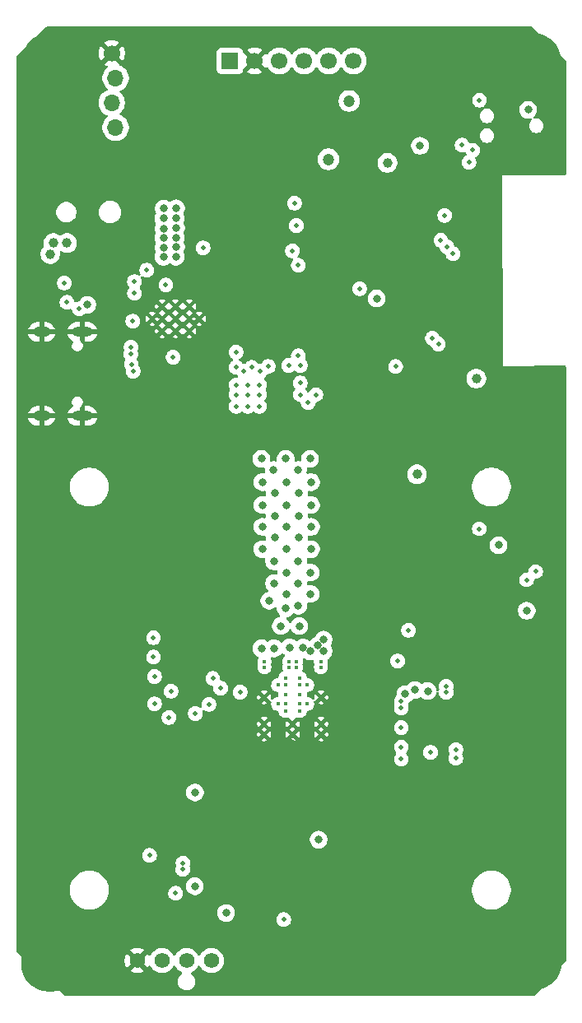
<source format=gbr>
%TF.GenerationSoftware,KiCad,Pcbnew,9.0.2*%
%TF.CreationDate,2025-06-20T12:19:23+03:00*%
%TF.ProjectId,BitshokaNiniV1.1,42697473-686f-46b6-914e-696e6956312e,rev?*%
%TF.SameCoordinates,Original*%
%TF.FileFunction,Copper,L2,Inr*%
%TF.FilePolarity,Positive*%
%FSLAX46Y46*%
G04 Gerber Fmt 4.6, Leading zero omitted, Abs format (unit mm)*
G04 Created by KiCad (PCBNEW 9.0.2) date 2025-06-20 12:19:23*
%MOMM*%
%LPD*%
G01*
G04 APERTURE LIST*
%TA.AperFunction,ComponentPad*%
%ADD10O,2.100000X1.000000*%
%TD*%
%TA.AperFunction,ComponentPad*%
%ADD11O,1.800000X1.000000*%
%TD*%
%TA.AperFunction,ComponentPad*%
%ADD12C,1.574800*%
%TD*%
%TA.AperFunction,ComponentPad*%
%ADD13C,0.400000*%
%TD*%
%TA.AperFunction,ComponentPad*%
%ADD14C,0.800000*%
%TD*%
%TA.AperFunction,ComponentPad*%
%ADD15C,6.000000*%
%TD*%
%TA.AperFunction,ComponentPad*%
%ADD16R,1.700000X1.700000*%
%TD*%
%TA.AperFunction,ComponentPad*%
%ADD17C,1.700000*%
%TD*%
%TA.AperFunction,ComponentPad*%
%ADD18O,1.700000X1.700000*%
%TD*%
%TA.AperFunction,ViaPad*%
%ADD19C,0.800000*%
%TD*%
%TA.AperFunction,ViaPad*%
%ADD20C,1.000000*%
%TD*%
%TA.AperFunction,ViaPad*%
%ADD21C,0.500000*%
%TD*%
%TA.AperFunction,ViaPad*%
%ADD22C,1.200000*%
%TD*%
G04 APERTURE END LIST*
D10*
%TO.N,GND*%
%TO.C,J5*%
X83970000Y-87580000D03*
D11*
X79790000Y-87580000D03*
D10*
X83970000Y-78940000D03*
D11*
X79790000Y-78940000D03*
%TD*%
D12*
%TO.N,GND*%
%TO.C,J6*%
X89621000Y-143622000D03*
%TO.N,/5V*%
X92161000Y-143622000D03*
%TO.N,/Fan/FAN_TACH*%
X94701000Y-143622000D03*
%TO.N,/Fan/FAN_PWM*%
X97241000Y-143622000D03*
%TD*%
D13*
%TO.N,GND*%
%TO.C,U2*%
X92180000Y-78870000D03*
X93580000Y-78870000D03*
X94980000Y-78870000D03*
X91180000Y-77590000D03*
X92180000Y-77590000D03*
X93580000Y-77590000D03*
X94980000Y-77590000D03*
X95980000Y-77590000D03*
X92180000Y-76310000D03*
X93580000Y-76310000D03*
X94980000Y-76310000D03*
%TD*%
D14*
%TO.N,GND*%
%TO.C,H1*%
X127985010Y-51120990D03*
X128644020Y-49530000D03*
X128644020Y-52711980D03*
X130235010Y-48870990D03*
D15*
X130235010Y-51120990D03*
D14*
X130235010Y-53370990D03*
X131826000Y-49530000D03*
X131826000Y-52711980D03*
X132485010Y-51120990D03*
%TD*%
%TO.N,GND*%
%TO.C,H3*%
X128052000Y-143728000D03*
X128711010Y-142137010D03*
X128711010Y-145318990D03*
X130302000Y-141478000D03*
D15*
X130302000Y-143728000D03*
D14*
X130302000Y-145978000D03*
X131892990Y-142137010D03*
X131892990Y-145318990D03*
X132552000Y-143728000D03*
%TD*%
D16*
%TO.N,/5V*%
%TO.C,J4*%
X99171505Y-51054000D03*
D17*
%TO.N,GND*%
X101711505Y-51054000D03*
%TO.N,Net-(J4-Pin_3)*%
X104251505Y-51054000D03*
%TO.N,Net-(J4-Pin_4)*%
X106791505Y-51054000D03*
%TO.N,Net-(J4-Pin_5)*%
X109331505Y-51054000D03*
%TO.N,Net-(J4-Pin_6)*%
X111871505Y-51054000D03*
%TD*%
D14*
%TO.N,GND*%
%TO.C,H4*%
X78455010Y-143830990D03*
X79114020Y-142240000D03*
X79114020Y-145421980D03*
X80705010Y-141580990D03*
D15*
X80705010Y-143830990D03*
D14*
X80705010Y-146080990D03*
X82296000Y-142240000D03*
X82296000Y-145421980D03*
X82955010Y-143830990D03*
%TD*%
%TO.N,GND*%
%TO.C,H2*%
X78558000Y-51054000D03*
X79217010Y-49463010D03*
X79217010Y-52644990D03*
X80808000Y-48804000D03*
D15*
X80808000Y-51054000D03*
D14*
X80808000Y-53304000D03*
X82398990Y-49463010D03*
X82398990Y-52644990D03*
X83058000Y-51054000D03*
%TD*%
D17*
%TO.N,GND*%
%TO.C,J3*%
X87005000Y-50292000D03*
D18*
%TO.N,/3V3*%
X87405000Y-52832000D03*
%TO.N,/SCL*%
X87005000Y-55372000D03*
%TO.N,/SDA*%
X87405000Y-57912000D03*
%TD*%
D13*
%TO.N,/VDD*%
%TO.C,U8*%
X108510562Y-112846000D03*
X108510562Y-113426000D03*
X107110562Y-115268511D03*
X107110562Y-117221000D03*
X106360562Y-114546000D03*
X106360562Y-115274627D03*
X106360562Y-116246000D03*
X106360562Y-117221000D03*
X106360562Y-117946000D03*
X105960562Y-112846000D03*
X105960562Y-113426000D03*
X105260562Y-112846000D03*
X105260562Y-113426000D03*
X104860562Y-114546000D03*
X104860562Y-115274627D03*
X104860562Y-116246000D03*
X104860562Y-117221000D03*
X104860562Y-117946000D03*
X104110562Y-115274627D03*
X104110562Y-117221000D03*
X102710562Y-112846000D03*
X102710562Y-113426000D03*
%TO.N,GND*%
X108560562Y-116546000D03*
X108560562Y-119266000D03*
X108560562Y-120346000D03*
X105610562Y-119266000D03*
X105610562Y-120346000D03*
X102660562Y-116546000D03*
X102660562Y-119266000D03*
X102660562Y-120346000D03*
%TD*%
D19*
%TO.N,GND*%
X91000000Y-71100000D03*
X99300000Y-110000000D03*
X98600000Y-108300000D03*
X99900000Y-106800000D03*
X98300000Y-106800000D03*
X98300000Y-105500000D03*
X98300000Y-103900000D03*
X98300000Y-102300000D03*
X99900000Y-108100000D03*
X105500000Y-121250000D03*
X113284000Y-96520000D03*
X104521009Y-124222568D03*
X102500000Y-122250000D03*
X113284000Y-98552000D03*
X104500000Y-122250000D03*
X100050000Y-61700000D03*
X103400000Y-78600000D03*
X113284000Y-92964000D03*
X100900000Y-78700000D03*
X113284000Y-100076000D03*
%TO.N,/VDD*%
X104900000Y-107400000D03*
%TO.N,GND*%
X101350000Y-62800000D03*
X124400000Y-121000000D03*
X109500000Y-121250000D03*
X97450000Y-60200000D03*
X112000000Y-85750000D03*
X108500000Y-124250000D03*
X100500000Y-65750000D03*
D20*
X116540000Y-70920000D03*
D19*
X101500000Y-125250000D03*
X113400000Y-104300000D03*
X125460000Y-62500000D03*
X118510000Y-111510000D03*
X103500000Y-123250000D03*
X112400000Y-122300000D03*
X100200000Y-111100000D03*
X114400000Y-122300000D03*
D20*
X82400000Y-62400000D03*
D19*
X120600000Y-99000000D03*
X103500000Y-121250000D03*
X101400000Y-61100000D03*
X100100000Y-63300000D03*
X113000000Y-108700000D03*
X100100000Y-60200000D03*
X107500000Y-125250000D03*
X107500000Y-121250000D03*
X99000000Y-78800000D03*
X101800000Y-75100000D03*
X96070000Y-137650000D03*
X122440000Y-112230000D03*
X110400000Y-122300000D03*
X119270000Y-54220000D03*
X128130000Y-56090000D03*
D20*
X80680000Y-61050000D03*
X104600000Y-143100000D03*
D19*
X103124000Y-76200000D03*
X100584000Y-67564000D03*
X114808000Y-84836000D03*
X99100000Y-64900000D03*
X91600000Y-87500000D03*
X113500000Y-85900000D03*
X110400000Y-124300000D03*
X100500000Y-102300000D03*
X113409725Y-123302118D03*
X112100000Y-89900000D03*
X98750000Y-61100000D03*
X122397194Y-116927014D03*
X113000000Y-106900000D03*
X96070000Y-141200000D03*
X102300000Y-77500000D03*
X98000000Y-111900000D03*
X113284000Y-89916000D03*
D20*
X117910000Y-70950000D03*
D19*
X101500000Y-123250000D03*
X126799059Y-104821612D03*
D20*
X80800000Y-62400000D03*
D19*
X109500000Y-123250000D03*
X111400000Y-123300000D03*
X113284000Y-91440000D03*
X112000000Y-87750000D03*
X98600000Y-72000000D03*
X113284000Y-94996000D03*
X113400000Y-121300000D03*
X100490000Y-76000000D03*
X113000000Y-110600000D03*
X101000000Y-70600000D03*
X98500000Y-76000000D03*
X100500000Y-72800000D03*
X114808000Y-88392000D03*
X112000000Y-83900000D03*
X90600000Y-85400000D03*
X92680000Y-133370000D03*
X106495762Y-124222568D03*
X131125000Y-107620000D03*
X107500000Y-123250000D03*
X112512000Y-61250000D03*
X106500000Y-122250000D03*
X104648000Y-75692000D03*
X109500000Y-125250000D03*
X111400000Y-125300000D03*
D20*
X119454234Y-70914234D03*
D19*
X112400000Y-124300000D03*
X89800000Y-87600000D03*
X103500000Y-125250000D03*
X102500000Y-124250000D03*
D20*
X126492000Y-83820000D03*
D19*
X101350000Y-64750000D03*
X108500000Y-122250000D03*
%TO.N,/VDD*%
X102500000Y-101300000D03*
%TO.N,GND*%
X114808000Y-89916000D03*
X105509725Y-123252118D03*
X104648000Y-77216000D03*
X101500000Y-121250000D03*
X111400000Y-121300000D03*
X98800000Y-70300000D03*
X132297000Y-108743000D03*
X124400000Y-118400000D03*
X99500000Y-74920000D03*
X114808000Y-86868000D03*
%TO.N,/VDD*%
X102500000Y-96750000D03*
X103750000Y-100100000D03*
X106300000Y-109200000D03*
X105000000Y-99000000D03*
X106200000Y-104800000D03*
X106250000Y-95550000D03*
X106150000Y-93150000D03*
X108800000Y-110600000D03*
X107500000Y-101300000D03*
X108200000Y-111200000D03*
D21*
X102200000Y-86600000D03*
D19*
X117200000Y-116200000D03*
X84500000Y-76160000D03*
X119500000Y-115900000D03*
X107450000Y-103700000D03*
X107500000Y-96750000D03*
X102500000Y-99000000D03*
D21*
X106400000Y-82400000D03*
D19*
X107400000Y-111800000D03*
X106250000Y-100100000D03*
X103700000Y-104800000D03*
D21*
X106200000Y-81400000D03*
X100600000Y-83000000D03*
D19*
X107500000Y-99000000D03*
X103700000Y-111500000D03*
X103200000Y-106600000D03*
D21*
X102200000Y-85400000D03*
D19*
X103750000Y-97900000D03*
X106250000Y-97900000D03*
D21*
X99780000Y-81020000D03*
D19*
X107450000Y-105900000D03*
X106200000Y-107100000D03*
D21*
X101000000Y-84400000D03*
D19*
X104900000Y-92000000D03*
D21*
X103100000Y-82500000D03*
D19*
X103650000Y-93150000D03*
X103700000Y-102550000D03*
D21*
X101400000Y-82600000D03*
X99800000Y-85400000D03*
D19*
X106200000Y-102550000D03*
X107500000Y-94400000D03*
X105300000Y-111400000D03*
D21*
X99800000Y-82600000D03*
X101000000Y-85400000D03*
X102200000Y-84400000D03*
X106400000Y-84200000D03*
D19*
X108800000Y-111800000D03*
X104950000Y-103700000D03*
D21*
X99800000Y-86600000D03*
D19*
X105000000Y-101300000D03*
D21*
X106400000Y-85400000D03*
D19*
X107400000Y-92000000D03*
X106700000Y-111400000D03*
D21*
X107200000Y-86200000D03*
D19*
X105000000Y-96750000D03*
X103750000Y-95550000D03*
D21*
X97400000Y-114600000D03*
X99800000Y-84400000D03*
X116199410Y-82499410D03*
X102300000Y-83000000D03*
D19*
X118200000Y-115778889D03*
X104400000Y-109200000D03*
D21*
X108000000Y-85400000D03*
D19*
X102400000Y-92000000D03*
D21*
X105200000Y-82400000D03*
D19*
X105000000Y-94400000D03*
X102400000Y-111500000D03*
X104950000Y-105900000D03*
D21*
X101000000Y-86600000D03*
D19*
X102500000Y-94400000D03*
D21*
%TO.N,/ESP32/EN*%
X122101300Y-70905000D03*
X129663000Y-104448000D03*
D19*
%TO.N,/5V*%
X93620000Y-68280000D03*
D20*
X81000000Y-69800000D03*
D19*
X92350000Y-66250000D03*
X93600000Y-69250000D03*
X93600000Y-71200000D03*
X92350000Y-68300000D03*
D22*
X109280000Y-61185155D03*
D19*
X108290000Y-131179000D03*
X93600000Y-67250000D03*
X92350000Y-70250000D03*
D20*
X80680000Y-70950000D03*
D19*
X93620000Y-70230000D03*
X92330000Y-71220000D03*
X92330000Y-69270000D03*
X98770000Y-138720000D03*
X93620000Y-66230000D03*
X92330000Y-67270000D03*
D21*
X104700000Y-139400000D03*
D20*
X82400000Y-69800000D03*
D19*
%TO.N,/3V3*%
X129830000Y-56090000D03*
D20*
X124500000Y-83750000D03*
D19*
X114250000Y-75500000D03*
X95550000Y-135970000D03*
D22*
X111440000Y-55180000D03*
D20*
X118400000Y-93600000D03*
D19*
X126786590Y-100888410D03*
X118711400Y-59800000D03*
X129685000Y-107630000D03*
D20*
X115370000Y-61560000D03*
D19*
X95560000Y-126330000D03*
D21*
%TO.N,/SCL*%
X94317599Y-134229617D03*
X105800000Y-65700000D03*
X88970000Y-81220000D03*
%TO.N,/Fan/FAN_PWM*%
X90900000Y-132800000D03*
%TO.N,Net-(U2-BP1V5)*%
X89200000Y-82980000D03*
X83660000Y-76570000D03*
%TO.N,/ESP32/P_TX*%
X124140000Y-60250000D03*
%TO.N,/ESP32/P_RX*%
X123040000Y-59730000D03*
%TO.N,/ESP32/IO0*%
X121244400Y-66945600D03*
X124830000Y-55100000D03*
X130600000Y-103600000D03*
%TO.N,Net-(U2-VDD5)*%
X92570000Y-74110000D03*
X96400000Y-70300000D03*
%TO.N,/Power/PGOOD*%
X89020000Y-82280000D03*
X112500000Y-74500000D03*
%TO.N,Net-(C27-Pad2)*%
X116786590Y-119638410D03*
%TO.N,/SDA*%
X82130000Y-73910000D03*
X94340000Y-133580000D03*
X88990000Y-80510000D03*
X82390000Y-75900000D03*
X106000000Y-68000000D03*
%TO.N,/Power/AGND*%
X89340000Y-73770000D03*
X89170000Y-77830000D03*
X90600000Y-72600000D03*
X89340000Y-74960000D03*
%TO.N,/Power/PMB_ALRT*%
X106200000Y-72100000D03*
X93330000Y-81550000D03*
%TO.N,/Fan/FAN_TACH*%
X93570000Y-136700000D03*
%TO.N,Net-(C31-Pad1)*%
X119786590Y-122200000D03*
%TO.N,Net-(Q1-E)*%
X100200000Y-116000000D03*
%TO.N,Net-(R28-Pad2)*%
X116786590Y-117638410D03*
%TO.N,Net-(R38-Pad2)*%
X98200000Y-115600000D03*
%TO.N,Net-(R38-Pad1)*%
X97000000Y-117254133D03*
%TO.N,Net-(U4-GPIO2{slash}TOUCH2{slash}ADC1_CH1)*%
X120850000Y-69510000D03*
X123750000Y-61500000D03*
%TO.N,/KF1950/LDO_GND*%
X116786590Y-122888410D03*
X95600000Y-118200000D03*
%TO.N,/KF1950/1V8*%
X121400000Y-115400000D03*
X124800000Y-99200000D03*
X116786590Y-121649410D03*
X122400000Y-121900000D03*
X121400000Y-116000000D03*
X122400000Y-122800000D03*
%TO.N,/KF1950/TXD*%
X117536590Y-109638410D03*
%TO.N,/ESP_RXD*%
X120000000Y-79600000D03*
%TO.N,/KF1950/CTSI_1V8*%
X116786590Y-116929889D03*
%TO.N,/KF1950/CLKI*%
X116400000Y-112800000D03*
%TO.N,/ESP_TXD*%
X120600000Y-80200000D03*
%TO.N,/ESP_RST*%
X121476817Y-70170000D03*
%TO.N,/ESP32/{slash}TPS_EN*%
X105600000Y-70600000D03*
%TO.N,Net-(0.9V1-Pad1)*%
X93100000Y-115900000D03*
%TO.N,Net-(CTSI1-Pad1)*%
X91300000Y-112400000D03*
%TO.N,Net-(DIR_HI1-Pad1)*%
X91400000Y-117200000D03*
%TO.N,Net-(DIR_LO1-Pad1)*%
X92900000Y-118600000D03*
%TO.N,Net-(RXD2-Pad1)*%
X91400000Y-114400000D03*
%TO.N,Net-(TXD2-Pad1)*%
X91300000Y-110400000D03*
%TD*%
%TA.AperFunction,Conductor*%
%TO.N,GND*%
G36*
X130242224Y-47542502D02*
G01*
X130263351Y-47559557D01*
X133639230Y-50947087D01*
X133694749Y-51002797D01*
X133728666Y-51065168D01*
X133731500Y-51091739D01*
X133731500Y-62672099D01*
X133711498Y-62740220D01*
X133657842Y-62786713D01*
X133606121Y-62798097D01*
X127129999Y-62829999D01*
X127236534Y-81841500D01*
X127239805Y-82425290D01*
X127240000Y-82459999D01*
X127240000Y-82460000D01*
X133604565Y-82412620D01*
X133672830Y-82432115D01*
X133719721Y-82485423D01*
X133731500Y-82538617D01*
X133731500Y-143625111D01*
X133711498Y-143693232D01*
X133698947Y-143709631D01*
X130504028Y-147242020D01*
X130443499Y-147279124D01*
X130410581Y-147283500D01*
X82252860Y-147283500D01*
X82184739Y-147263498D01*
X82168503Y-147251094D01*
X79389268Y-144746134D01*
X78127286Y-143608693D01*
X78028941Y-143520053D01*
X88325600Y-143520053D01*
X88325600Y-143723946D01*
X88357498Y-143925345D01*
X88420503Y-144119256D01*
X88420506Y-144119262D01*
X88513075Y-144300939D01*
X88513081Y-144300950D01*
X88542435Y-144341351D01*
X88542437Y-144341351D01*
X89109570Y-143774218D01*
X89123950Y-143827885D01*
X89194174Y-143949515D01*
X89293485Y-144048826D01*
X89415115Y-144119050D01*
X89468780Y-144133429D01*
X88901647Y-144700562D01*
X88942058Y-144729923D01*
X88942060Y-144729924D01*
X89123737Y-144822493D01*
X89123743Y-144822496D01*
X89317655Y-144885501D01*
X89317652Y-144885501D01*
X89519053Y-144917400D01*
X89722947Y-144917400D01*
X89924345Y-144885501D01*
X90118256Y-144822496D01*
X90118262Y-144822493D01*
X90299941Y-144729923D01*
X90340351Y-144700562D01*
X90340351Y-144700560D01*
X89773220Y-144133429D01*
X89826885Y-144119050D01*
X89948515Y-144048826D01*
X90047826Y-143949515D01*
X90118050Y-143827885D01*
X90132429Y-143774220D01*
X90699560Y-144341351D01*
X90699562Y-144341351D01*
X90728925Y-144300939D01*
X90778452Y-144203735D01*
X90827199Y-144152120D01*
X90896114Y-144135053D01*
X90963316Y-144157953D01*
X91002985Y-144203733D01*
X91002986Y-144203735D01*
X91052649Y-144301203D01*
X91172544Y-144466224D01*
X91316775Y-144610455D01*
X91316778Y-144610457D01*
X91481800Y-144730353D01*
X91663547Y-144822957D01*
X91857543Y-144885990D01*
X92059010Y-144917900D01*
X92059013Y-144917900D01*
X92262987Y-144917900D01*
X92262990Y-144917900D01*
X92464457Y-144885990D01*
X92658453Y-144822957D01*
X92840200Y-144730353D01*
X93005222Y-144610457D01*
X93149457Y-144466222D01*
X93269353Y-144301200D01*
X93318733Y-144204284D01*
X93367481Y-144152669D01*
X93436396Y-144135603D01*
X93503597Y-144158503D01*
X93543267Y-144204285D01*
X93592647Y-144301200D01*
X93712544Y-144466224D01*
X93856775Y-144610455D01*
X93856778Y-144610457D01*
X94021800Y-144730353D01*
X94191312Y-144816723D01*
X94242928Y-144865471D01*
X94259994Y-144934386D01*
X94237094Y-145001587D01*
X94204112Y-145033755D01*
X94128431Y-145084323D01*
X94128425Y-145084328D01*
X94003327Y-145209426D01*
X94003322Y-145209432D01*
X93905025Y-145356544D01*
X93837319Y-145520000D01*
X93837317Y-145520005D01*
X93802800Y-145693533D01*
X93802800Y-145693536D01*
X93802800Y-145870466D01*
X93837317Y-146043996D01*
X93905025Y-146207458D01*
X93911021Y-146216431D01*
X94003322Y-146354569D01*
X94003327Y-146354575D01*
X94128425Y-146479673D01*
X94128431Y-146479678D01*
X94275543Y-146577976D01*
X94439005Y-146645684D01*
X94612535Y-146680201D01*
X94612536Y-146680201D01*
X94789464Y-146680201D01*
X94789465Y-146680201D01*
X94962995Y-146645684D01*
X95126457Y-146577976D01*
X95273569Y-146479678D01*
X95398677Y-146354570D01*
X95496975Y-146207458D01*
X95564683Y-146043996D01*
X95599200Y-145870466D01*
X95599200Y-145693536D01*
X95564683Y-145520006D01*
X95496975Y-145356544D01*
X95398677Y-145209432D01*
X95398672Y-145209426D01*
X95273574Y-145084328D01*
X95273568Y-145084323D01*
X95245436Y-145065526D01*
X95197885Y-145033753D01*
X95152359Y-144979278D01*
X95143511Y-144908835D01*
X95174152Y-144844791D01*
X95210685Y-144816724D01*
X95380200Y-144730353D01*
X95545222Y-144610457D01*
X95689457Y-144466222D01*
X95809353Y-144301200D01*
X95858733Y-144204284D01*
X95907481Y-144152669D01*
X95976396Y-144135603D01*
X96043597Y-144158503D01*
X96083267Y-144204285D01*
X96132647Y-144301200D01*
X96252544Y-144466224D01*
X96396775Y-144610455D01*
X96396778Y-144610457D01*
X96561800Y-144730353D01*
X96743547Y-144822957D01*
X96937543Y-144885990D01*
X97139010Y-144917900D01*
X97139013Y-144917900D01*
X97342987Y-144917900D01*
X97342990Y-144917900D01*
X97544457Y-144885990D01*
X97738453Y-144822957D01*
X97920200Y-144730353D01*
X98085222Y-144610457D01*
X98229457Y-144466222D01*
X98349353Y-144301200D01*
X98441957Y-144119453D01*
X98504990Y-143925457D01*
X98536900Y-143723990D01*
X98536900Y-143520010D01*
X98504990Y-143318543D01*
X98441957Y-143124547D01*
X98349353Y-142942800D01*
X98229457Y-142777778D01*
X98229455Y-142777775D01*
X98085224Y-142633544D01*
X97920200Y-142513647D01*
X97738460Y-142421046D01*
X97738448Y-142421041D01*
X97544461Y-142358011D01*
X97544459Y-142358010D01*
X97544457Y-142358010D01*
X97342990Y-142326100D01*
X97139010Y-142326100D01*
X96937543Y-142358010D01*
X96937541Y-142358010D01*
X96937538Y-142358011D01*
X96743551Y-142421041D01*
X96743539Y-142421046D01*
X96561799Y-142513647D01*
X96396775Y-142633544D01*
X96252544Y-142777775D01*
X96132649Y-142942796D01*
X96083267Y-143039715D01*
X96034519Y-143091330D01*
X95965604Y-143108396D01*
X95898402Y-143085495D01*
X95858733Y-143039715D01*
X95809353Y-142942800D01*
X95689457Y-142777778D01*
X95689455Y-142777775D01*
X95545224Y-142633544D01*
X95380200Y-142513647D01*
X95198460Y-142421046D01*
X95198448Y-142421041D01*
X95004461Y-142358011D01*
X95004459Y-142358010D01*
X95004457Y-142358010D01*
X94802990Y-142326100D01*
X94599010Y-142326100D01*
X94397543Y-142358010D01*
X94397541Y-142358010D01*
X94397538Y-142358011D01*
X94203551Y-142421041D01*
X94203539Y-142421046D01*
X94021799Y-142513647D01*
X93856775Y-142633544D01*
X93712544Y-142777775D01*
X93592649Y-142942796D01*
X93543267Y-143039715D01*
X93494519Y-143091330D01*
X93425604Y-143108396D01*
X93358402Y-143085495D01*
X93318733Y-143039715D01*
X93269353Y-142942800D01*
X93149457Y-142777778D01*
X93149455Y-142777775D01*
X93005224Y-142633544D01*
X92840200Y-142513647D01*
X92658460Y-142421046D01*
X92658448Y-142421041D01*
X92464461Y-142358011D01*
X92464459Y-142358010D01*
X92464457Y-142358010D01*
X92262990Y-142326100D01*
X92059010Y-142326100D01*
X91857543Y-142358010D01*
X91857541Y-142358010D01*
X91857538Y-142358011D01*
X91663551Y-142421041D01*
X91663539Y-142421046D01*
X91481799Y-142513647D01*
X91316775Y-142633544D01*
X91172544Y-142777775D01*
X91052648Y-142942797D01*
X91002986Y-143040265D01*
X90954237Y-143091880D01*
X90885322Y-143108946D01*
X90818121Y-143086045D01*
X90778452Y-143040264D01*
X90728927Y-142943064D01*
X90728923Y-142943058D01*
X90699562Y-142902647D01*
X90132429Y-143469779D01*
X90118050Y-143416115D01*
X90047826Y-143294485D01*
X89948515Y-143195174D01*
X89826885Y-143124950D01*
X89773219Y-143110570D01*
X90340351Y-142543437D01*
X90340351Y-142543435D01*
X90299950Y-142514081D01*
X90299939Y-142514075D01*
X90118262Y-142421506D01*
X90118256Y-142421503D01*
X89924344Y-142358498D01*
X89924347Y-142358498D01*
X89722947Y-142326600D01*
X89519053Y-142326600D01*
X89317654Y-142358498D01*
X89123743Y-142421503D01*
X89123737Y-142421506D01*
X88942058Y-142514076D01*
X88901647Y-142543436D01*
X88901647Y-142543438D01*
X89468779Y-143110570D01*
X89415115Y-143124950D01*
X89293485Y-143195174D01*
X89194174Y-143294485D01*
X89123950Y-143416115D01*
X89109570Y-143469779D01*
X88542438Y-142902647D01*
X88542436Y-142902647D01*
X88513076Y-142943058D01*
X88420506Y-143124737D01*
X88420503Y-143124743D01*
X88357498Y-143318654D01*
X88325600Y-143520053D01*
X78028941Y-143520053D01*
X77231143Y-142800988D01*
X77213147Y-142771746D01*
X77194604Y-142742892D01*
X77194364Y-142741223D01*
X77193933Y-142740523D01*
X77189500Y-142707394D01*
X77189500Y-138630518D01*
X97861500Y-138630518D01*
X97861500Y-138809481D01*
X97861770Y-138810837D01*
X97896413Y-138985000D01*
X97964898Y-139150336D01*
X98064322Y-139299135D01*
X98190865Y-139425678D01*
X98339664Y-139525102D01*
X98505000Y-139593587D01*
X98680521Y-139628500D01*
X98680522Y-139628500D01*
X98859478Y-139628500D01*
X98859479Y-139628500D01*
X99035000Y-139593587D01*
X99200336Y-139525102D01*
X99349135Y-139425678D01*
X99449523Y-139325290D01*
X103941500Y-139325290D01*
X103941500Y-139474709D01*
X103970649Y-139621246D01*
X103970650Y-139621249D01*
X104027826Y-139759284D01*
X104110835Y-139883516D01*
X104216484Y-139989165D01*
X104340716Y-140072174D01*
X104478754Y-140129351D01*
X104625294Y-140158500D01*
X104774706Y-140158500D01*
X104921246Y-140129351D01*
X105059284Y-140072174D01*
X105183516Y-139989165D01*
X105289165Y-139883516D01*
X105372174Y-139759284D01*
X105429351Y-139621246D01*
X105458500Y-139474706D01*
X105458500Y-139325294D01*
X105429351Y-139178754D01*
X105372174Y-139040716D01*
X105289165Y-138916484D01*
X105183516Y-138810835D01*
X105059284Y-138727826D01*
X104921249Y-138670650D01*
X104921246Y-138670649D01*
X104774709Y-138641500D01*
X104774706Y-138641500D01*
X104625294Y-138641500D01*
X104625290Y-138641500D01*
X104478753Y-138670649D01*
X104478750Y-138670650D01*
X104340715Y-138727826D01*
X104216488Y-138810832D01*
X104216481Y-138810837D01*
X104110837Y-138916481D01*
X104110832Y-138916488D01*
X104027826Y-139040715D01*
X103970650Y-139178750D01*
X103970649Y-139178753D01*
X103941500Y-139325290D01*
X99449523Y-139325290D01*
X99475678Y-139299135D01*
X99575102Y-139150336D01*
X99643587Y-138985000D01*
X99678500Y-138809479D01*
X99678500Y-138630521D01*
X99643587Y-138455000D01*
X99575102Y-138289664D01*
X99475678Y-138140865D01*
X99349135Y-138014322D01*
X99200336Y-137914898D01*
X99083429Y-137866473D01*
X99035003Y-137846414D01*
X99035001Y-137846413D01*
X99035000Y-137846413D01*
X98946645Y-137828838D01*
X98859481Y-137811500D01*
X98859479Y-137811500D01*
X98680521Y-137811500D01*
X98680518Y-137811500D01*
X98549771Y-137837507D01*
X98505000Y-137846413D01*
X98504999Y-137846413D01*
X98504996Y-137846414D01*
X98339662Y-137914899D01*
X98190869Y-138014319D01*
X98190862Y-138014324D01*
X98064324Y-138140862D01*
X98064319Y-138140869D01*
X97964899Y-138289662D01*
X97896414Y-138454996D01*
X97861500Y-138630518D01*
X77189500Y-138630518D01*
X77189500Y-136228878D01*
X82709500Y-136228878D01*
X82709500Y-136491121D01*
X82743728Y-136751108D01*
X82743729Y-136751114D01*
X82743730Y-136751116D01*
X82811602Y-137004419D01*
X82911957Y-137246697D01*
X82911958Y-137246698D01*
X82911963Y-137246709D01*
X83043073Y-137473799D01*
X83043077Y-137473805D01*
X83202710Y-137681842D01*
X83202729Y-137681863D01*
X83388136Y-137867270D01*
X83388157Y-137867289D01*
X83596194Y-138026922D01*
X83596200Y-138026926D01*
X83823290Y-138158036D01*
X83823294Y-138158037D01*
X83823303Y-138158043D01*
X84065581Y-138258398D01*
X84318884Y-138326270D01*
X84318890Y-138326270D01*
X84318891Y-138326271D01*
X84343900Y-138329563D01*
X84578880Y-138360500D01*
X84578887Y-138360500D01*
X84841113Y-138360500D01*
X84841120Y-138360500D01*
X85101116Y-138326270D01*
X85354419Y-138258398D01*
X85596697Y-138158043D01*
X85823803Y-138026924D01*
X86031851Y-137867282D01*
X86217282Y-137681851D01*
X86376924Y-137473803D01*
X86508043Y-137246697D01*
X86608398Y-137004419D01*
X86676270Y-136751116D01*
X86692836Y-136625290D01*
X92811500Y-136625290D01*
X92811500Y-136774709D01*
X92825201Y-136843585D01*
X92840649Y-136921246D01*
X92897826Y-137059284D01*
X92980835Y-137183516D01*
X93086484Y-137289165D01*
X93210716Y-137372174D01*
X93348754Y-137429351D01*
X93495294Y-137458500D01*
X93644706Y-137458500D01*
X93791246Y-137429351D01*
X93929284Y-137372174D01*
X94053516Y-137289165D01*
X94159165Y-137183516D01*
X94242174Y-137059284D01*
X94299351Y-136921246D01*
X94328500Y-136774706D01*
X94328500Y-136625294D01*
X94299351Y-136478754D01*
X94242174Y-136340716D01*
X94159165Y-136216484D01*
X94053516Y-136110835D01*
X93929284Y-136027826D01*
X93830164Y-135986769D01*
X93791249Y-135970650D01*
X93791246Y-135970649D01*
X93644709Y-135941500D01*
X93644706Y-135941500D01*
X93495294Y-135941500D01*
X93495290Y-135941500D01*
X93348753Y-135970649D01*
X93348750Y-135970650D01*
X93210715Y-136027826D01*
X93086488Y-136110832D01*
X93086481Y-136110837D01*
X92980837Y-136216481D01*
X92980832Y-136216488D01*
X92897826Y-136340715D01*
X92840650Y-136478750D01*
X92840649Y-136478753D01*
X92811500Y-136625290D01*
X86692836Y-136625290D01*
X86710500Y-136491120D01*
X86710500Y-136228880D01*
X86676270Y-135968884D01*
X86652593Y-135880518D01*
X94641500Y-135880518D01*
X94641500Y-136059481D01*
X94658838Y-136146645D01*
X94676413Y-136235000D01*
X94744898Y-136400336D01*
X94844322Y-136549135D01*
X94970865Y-136675678D01*
X95119664Y-136775102D01*
X95285000Y-136843587D01*
X95460521Y-136878500D01*
X95460522Y-136878500D01*
X95639478Y-136878500D01*
X95639479Y-136878500D01*
X95815000Y-136843587D01*
X95980336Y-136775102D01*
X96129135Y-136675678D01*
X96255678Y-136549135D01*
X96355102Y-136400336D01*
X96423587Y-136235000D01*
X96424805Y-136228878D01*
X124059500Y-136228878D01*
X124059500Y-136491121D01*
X124093728Y-136751108D01*
X124093729Y-136751114D01*
X124093730Y-136751116D01*
X124161602Y-137004419D01*
X124261957Y-137246697D01*
X124261958Y-137246698D01*
X124261963Y-137246709D01*
X124393073Y-137473799D01*
X124393077Y-137473805D01*
X124552710Y-137681842D01*
X124552729Y-137681863D01*
X124738136Y-137867270D01*
X124738157Y-137867289D01*
X124946194Y-138026922D01*
X124946200Y-138026926D01*
X125173290Y-138158036D01*
X125173294Y-138158037D01*
X125173303Y-138158043D01*
X125415581Y-138258398D01*
X125668884Y-138326270D01*
X125668890Y-138326270D01*
X125668891Y-138326271D01*
X125693900Y-138329563D01*
X125928880Y-138360500D01*
X125928887Y-138360500D01*
X126191113Y-138360500D01*
X126191120Y-138360500D01*
X126451116Y-138326270D01*
X126704419Y-138258398D01*
X126946697Y-138158043D01*
X127173803Y-138026924D01*
X127381851Y-137867282D01*
X127567282Y-137681851D01*
X127726924Y-137473803D01*
X127858043Y-137246697D01*
X127958398Y-137004419D01*
X128026270Y-136751116D01*
X128060500Y-136491120D01*
X128060500Y-136228880D01*
X128026270Y-135968884D01*
X127958398Y-135715581D01*
X127858043Y-135473303D01*
X127858037Y-135473294D01*
X127858036Y-135473290D01*
X127726926Y-135246200D01*
X127726922Y-135246194D01*
X127567289Y-135038157D01*
X127567270Y-135038136D01*
X127381863Y-134852729D01*
X127381842Y-134852710D01*
X127173805Y-134693077D01*
X127173799Y-134693073D01*
X126946709Y-134561963D01*
X126946701Y-134561959D01*
X126946697Y-134561957D01*
X126704419Y-134461602D01*
X126451116Y-134393730D01*
X126451114Y-134393729D01*
X126451108Y-134393728D01*
X126191121Y-134359500D01*
X126191120Y-134359500D01*
X125928880Y-134359500D01*
X125928878Y-134359500D01*
X125668891Y-134393728D01*
X125415581Y-134461602D01*
X125173301Y-134561958D01*
X125173290Y-134561963D01*
X124946200Y-134693073D01*
X124946194Y-134693077D01*
X124738157Y-134852710D01*
X124738136Y-134852729D01*
X124552729Y-135038136D01*
X124552710Y-135038157D01*
X124393077Y-135246194D01*
X124393073Y-135246200D01*
X124261963Y-135473290D01*
X124261958Y-135473301D01*
X124161602Y-135715581D01*
X124093728Y-135968891D01*
X124059500Y-136228878D01*
X96424805Y-136228878D01*
X96458500Y-136059479D01*
X96458500Y-135880521D01*
X96423587Y-135705000D01*
X96355102Y-135539664D01*
X96255678Y-135390865D01*
X96129135Y-135264322D01*
X95980336Y-135164898D01*
X95863429Y-135116473D01*
X95815003Y-135096414D01*
X95815001Y-135096413D01*
X95815000Y-135096413D01*
X95726645Y-135078838D01*
X95639481Y-135061500D01*
X95639479Y-135061500D01*
X95460521Y-135061500D01*
X95460518Y-135061500D01*
X95329771Y-135087507D01*
X95285000Y-135096413D01*
X95284999Y-135096413D01*
X95284996Y-135096414D01*
X95119662Y-135164899D01*
X94970869Y-135264319D01*
X94970862Y-135264324D01*
X94844324Y-135390862D01*
X94844319Y-135390869D01*
X94744899Y-135539662D01*
X94676414Y-135704996D01*
X94641500Y-135880518D01*
X86652593Y-135880518D01*
X86608398Y-135715581D01*
X86508043Y-135473303D01*
X86508037Y-135473294D01*
X86508036Y-135473290D01*
X86376926Y-135246200D01*
X86376922Y-135246194D01*
X86217289Y-135038157D01*
X86217270Y-135038136D01*
X86031863Y-134852729D01*
X86031842Y-134852710D01*
X85823805Y-134693077D01*
X85823799Y-134693073D01*
X85596709Y-134561963D01*
X85596701Y-134561959D01*
X85596697Y-134561957D01*
X85354419Y-134461602D01*
X85101116Y-134393730D01*
X85101114Y-134393729D01*
X85101108Y-134393728D01*
X84841121Y-134359500D01*
X84841120Y-134359500D01*
X84578880Y-134359500D01*
X84578878Y-134359500D01*
X84318891Y-134393728D01*
X84065581Y-134461602D01*
X83823301Y-134561958D01*
X83823290Y-134561963D01*
X83596200Y-134693073D01*
X83596194Y-134693077D01*
X83388157Y-134852710D01*
X83388136Y-134852729D01*
X83202729Y-135038136D01*
X83202710Y-135038157D01*
X83043077Y-135246194D01*
X83043073Y-135246200D01*
X82911963Y-135473290D01*
X82911958Y-135473301D01*
X82811602Y-135715581D01*
X82743728Y-135968891D01*
X82709500Y-136228878D01*
X77189500Y-136228878D01*
X77189500Y-134154907D01*
X93559099Y-134154907D01*
X93559099Y-134304326D01*
X93576883Y-134393728D01*
X93588248Y-134450863D01*
X93645425Y-134588901D01*
X93728434Y-134713133D01*
X93834083Y-134818782D01*
X93958315Y-134901791D01*
X94096353Y-134958968D01*
X94242893Y-134988117D01*
X94392305Y-134988117D01*
X94538845Y-134958968D01*
X94676883Y-134901791D01*
X94801115Y-134818782D01*
X94906764Y-134713133D01*
X94989773Y-134588901D01*
X95046950Y-134450863D01*
X95076099Y-134304323D01*
X95076099Y-134154911D01*
X95046950Y-134008371D01*
X95046948Y-134008367D01*
X95046947Y-134008362D01*
X95035227Y-133980070D01*
X95027635Y-133909480D01*
X95035226Y-133883629D01*
X95069349Y-133801250D01*
X95069351Y-133801246D01*
X95098500Y-133654706D01*
X95098500Y-133505294D01*
X95069351Y-133358754D01*
X95012174Y-133220716D01*
X94929165Y-133096484D01*
X94823516Y-132990835D01*
X94699284Y-132907826D01*
X94561249Y-132850650D01*
X94561246Y-132850649D01*
X94414709Y-132821500D01*
X94414706Y-132821500D01*
X94265294Y-132821500D01*
X94265290Y-132821500D01*
X94118753Y-132850649D01*
X94118750Y-132850650D01*
X93980715Y-132907826D01*
X93856488Y-132990832D01*
X93856481Y-132990837D01*
X93750837Y-133096481D01*
X93750832Y-133096488D01*
X93667826Y-133220715D01*
X93610650Y-133358750D01*
X93610649Y-133358753D01*
X93581500Y-133505290D01*
X93581500Y-133654709D01*
X93610649Y-133801246D01*
X93610652Y-133801256D01*
X93622372Y-133829550D01*
X93629961Y-133900140D01*
X93622372Y-133925984D01*
X93588250Y-134008362D01*
X93588248Y-134008370D01*
X93559099Y-134154907D01*
X77189500Y-134154907D01*
X77189500Y-132725290D01*
X90141500Y-132725290D01*
X90141500Y-132874709D01*
X90148088Y-132907826D01*
X90170649Y-133021246D01*
X90227826Y-133159284D01*
X90310835Y-133283516D01*
X90416484Y-133389165D01*
X90540716Y-133472174D01*
X90678754Y-133529351D01*
X90825294Y-133558500D01*
X90974706Y-133558500D01*
X91121246Y-133529351D01*
X91259284Y-133472174D01*
X91383516Y-133389165D01*
X91489165Y-133283516D01*
X91572174Y-133159284D01*
X91629351Y-133021246D01*
X91658500Y-132874706D01*
X91658500Y-132725294D01*
X91629351Y-132578754D01*
X91572174Y-132440716D01*
X91489165Y-132316484D01*
X91383516Y-132210835D01*
X91259284Y-132127826D01*
X91161926Y-132087499D01*
X91121249Y-132070650D01*
X91121246Y-132070649D01*
X90974709Y-132041500D01*
X90974706Y-132041500D01*
X90825294Y-132041500D01*
X90825290Y-132041500D01*
X90678753Y-132070649D01*
X90678750Y-132070650D01*
X90540715Y-132127826D01*
X90416488Y-132210832D01*
X90416481Y-132210837D01*
X90310837Y-132316481D01*
X90310832Y-132316488D01*
X90227826Y-132440715D01*
X90170650Y-132578750D01*
X90170649Y-132578753D01*
X90141500Y-132725290D01*
X77189500Y-132725290D01*
X77189500Y-131089518D01*
X107381500Y-131089518D01*
X107381500Y-131089521D01*
X107381500Y-131268479D01*
X107416413Y-131444000D01*
X107484898Y-131609336D01*
X107584322Y-131758135D01*
X107710865Y-131884678D01*
X107859664Y-131984102D01*
X108025000Y-132052587D01*
X108200521Y-132087500D01*
X108200522Y-132087500D01*
X108379478Y-132087500D01*
X108379479Y-132087500D01*
X108555000Y-132052587D01*
X108720336Y-131984102D01*
X108869135Y-131884678D01*
X108995678Y-131758135D01*
X109095102Y-131609336D01*
X109163587Y-131444000D01*
X109198500Y-131268479D01*
X109198500Y-131089521D01*
X109163587Y-130914000D01*
X109095102Y-130748664D01*
X108995678Y-130599865D01*
X108869135Y-130473322D01*
X108720336Y-130373898D01*
X108603429Y-130325473D01*
X108555003Y-130305414D01*
X108555001Y-130305413D01*
X108555000Y-130305413D01*
X108466645Y-130287838D01*
X108379481Y-130270500D01*
X108379479Y-130270500D01*
X108200521Y-130270500D01*
X108200518Y-130270500D01*
X108069771Y-130296507D01*
X108025000Y-130305413D01*
X108024999Y-130305413D01*
X108024996Y-130305414D01*
X107859662Y-130373899D01*
X107710869Y-130473319D01*
X107710862Y-130473324D01*
X107584324Y-130599862D01*
X107584319Y-130599869D01*
X107484899Y-130748662D01*
X107416414Y-130913996D01*
X107381500Y-131089518D01*
X77189500Y-131089518D01*
X77189500Y-126240518D01*
X94651500Y-126240518D01*
X94651500Y-126240521D01*
X94651500Y-126419479D01*
X94686413Y-126595000D01*
X94754898Y-126760336D01*
X94854322Y-126909135D01*
X94980865Y-127035678D01*
X95129664Y-127135102D01*
X95295000Y-127203587D01*
X95470521Y-127238500D01*
X95470522Y-127238500D01*
X95649478Y-127238500D01*
X95649479Y-127238500D01*
X95825000Y-127203587D01*
X95990336Y-127135102D01*
X96139135Y-127035678D01*
X96265678Y-126909135D01*
X96365102Y-126760336D01*
X96433587Y-126595000D01*
X96468500Y-126419479D01*
X96468500Y-126240521D01*
X96433587Y-126065000D01*
X96365102Y-125899664D01*
X96265678Y-125750865D01*
X96139135Y-125624322D01*
X95990336Y-125524898D01*
X95873429Y-125476473D01*
X95825003Y-125456414D01*
X95825001Y-125456413D01*
X95825000Y-125456413D01*
X95736645Y-125438838D01*
X95649481Y-125421500D01*
X95649479Y-125421500D01*
X95470521Y-125421500D01*
X95470518Y-125421500D01*
X95339771Y-125447507D01*
X95295000Y-125456413D01*
X95294999Y-125456413D01*
X95294996Y-125456414D01*
X95129662Y-125524899D01*
X94980869Y-125624319D01*
X94980862Y-125624324D01*
X94854324Y-125750862D01*
X94854319Y-125750869D01*
X94754899Y-125899662D01*
X94686414Y-126064996D01*
X94651500Y-126240518D01*
X77189500Y-126240518D01*
X77189500Y-121574700D01*
X116028090Y-121574700D01*
X116028090Y-121724119D01*
X116048216Y-121825294D01*
X116057239Y-121870656D01*
X116114416Y-122008694D01*
X116197425Y-122132926D01*
X116244314Y-122179815D01*
X116278339Y-122242128D01*
X116273273Y-122312944D01*
X116244314Y-122358005D01*
X116197423Y-122404896D01*
X116197422Y-122404898D01*
X116114416Y-122529125D01*
X116057240Y-122667160D01*
X116057239Y-122667163D01*
X116028090Y-122813700D01*
X116028090Y-122963119D01*
X116057239Y-123109656D01*
X116057240Y-123109659D01*
X116114416Y-123247694D01*
X116197425Y-123371926D01*
X116303074Y-123477575D01*
X116427306Y-123560584D01*
X116565344Y-123617761D01*
X116711884Y-123646910D01*
X116861296Y-123646910D01*
X117007836Y-123617761D01*
X117145874Y-123560584D01*
X117270106Y-123477575D01*
X117375755Y-123371926D01*
X117458764Y-123247694D01*
X117515941Y-123109656D01*
X117545090Y-122963116D01*
X117545090Y-122813704D01*
X117515941Y-122667164D01*
X117458764Y-122529126D01*
X117375755Y-122404894D01*
X117328866Y-122358005D01*
X117328023Y-122356461D01*
X117326499Y-122355575D01*
X117311066Y-122325408D01*
X117294840Y-122295693D01*
X117294965Y-122293936D01*
X117294164Y-122292369D01*
X117297487Y-122258682D01*
X117299905Y-122224878D01*
X117301016Y-122222906D01*
X117301134Y-122221715D01*
X117304866Y-122216076D01*
X117319162Y-122190713D01*
X117323693Y-122184987D01*
X117375755Y-122132926D01*
X117380857Y-122125290D01*
X119028090Y-122125290D01*
X119028090Y-122274709D01*
X119057239Y-122421246D01*
X119057240Y-122421249D01*
X119101924Y-122529125D01*
X119114416Y-122559284D01*
X119197425Y-122683516D01*
X119303074Y-122789165D01*
X119427306Y-122872174D01*
X119565344Y-122929351D01*
X119711884Y-122958500D01*
X119861296Y-122958500D01*
X120007836Y-122929351D01*
X120145874Y-122872174D01*
X120270106Y-122789165D01*
X120375755Y-122683516D01*
X120458764Y-122559284D01*
X120515941Y-122421246D01*
X120545090Y-122274706D01*
X120545090Y-122125294D01*
X120515941Y-121978754D01*
X120458764Y-121840716D01*
X120448457Y-121825290D01*
X121641500Y-121825290D01*
X121641500Y-121974709D01*
X121655459Y-122044883D01*
X121670649Y-122121246D01*
X121727826Y-122259284D01*
X121734258Y-122268910D01*
X121741668Y-122280000D01*
X121762881Y-122347754D01*
X121744097Y-122416220D01*
X121741668Y-122420000D01*
X121727825Y-122440718D01*
X121670650Y-122578750D01*
X121670649Y-122578753D01*
X121641500Y-122725290D01*
X121641500Y-122874709D01*
X121670649Y-123021246D01*
X121727826Y-123159284D01*
X121810835Y-123283516D01*
X121916484Y-123389165D01*
X122040716Y-123472174D01*
X122178754Y-123529351D01*
X122325294Y-123558500D01*
X122474706Y-123558500D01*
X122621246Y-123529351D01*
X122759284Y-123472174D01*
X122883516Y-123389165D01*
X122989165Y-123283516D01*
X123072174Y-123159284D01*
X123129351Y-123021246D01*
X123158500Y-122874706D01*
X123158500Y-122725294D01*
X123129351Y-122578754D01*
X123072174Y-122440716D01*
X123058332Y-122420000D01*
X123037118Y-122352250D01*
X123055901Y-122283783D01*
X123058333Y-122279998D01*
X123061869Y-122274706D01*
X123072174Y-122259284D01*
X123129351Y-122121246D01*
X123158500Y-121974706D01*
X123158500Y-121825294D01*
X123129351Y-121678754D01*
X123072174Y-121540716D01*
X122989165Y-121416484D01*
X122883516Y-121310835D01*
X122759284Y-121227826D01*
X122621249Y-121170650D01*
X122621246Y-121170649D01*
X122474709Y-121141500D01*
X122474706Y-121141500D01*
X122325294Y-121141500D01*
X122325290Y-121141500D01*
X122178753Y-121170649D01*
X122178750Y-121170650D01*
X122040715Y-121227826D01*
X121916488Y-121310832D01*
X121916481Y-121310837D01*
X121810837Y-121416481D01*
X121810832Y-121416488D01*
X121727826Y-121540715D01*
X121670650Y-121678750D01*
X121670649Y-121678753D01*
X121641500Y-121825290D01*
X120448457Y-121825290D01*
X120375755Y-121716484D01*
X120270106Y-121610835D01*
X120145874Y-121527826D01*
X120007839Y-121470650D01*
X120007836Y-121470649D01*
X119861299Y-121441500D01*
X119861296Y-121441500D01*
X119711884Y-121441500D01*
X119711880Y-121441500D01*
X119565343Y-121470649D01*
X119565340Y-121470650D01*
X119427305Y-121527826D01*
X119303078Y-121610832D01*
X119303071Y-121610837D01*
X119197427Y-121716481D01*
X119197422Y-121716488D01*
X119114416Y-121840715D01*
X119057240Y-121978750D01*
X119057239Y-121978753D01*
X119028090Y-122125290D01*
X117380857Y-122125290D01*
X117458764Y-122008694D01*
X117515941Y-121870656D01*
X117545090Y-121724116D01*
X117545090Y-121574704D01*
X117515941Y-121428164D01*
X117458764Y-121290126D01*
X117375755Y-121165894D01*
X117270106Y-121060245D01*
X117145874Y-120977236D01*
X117127753Y-120969730D01*
X117007839Y-120920060D01*
X117007836Y-120920059D01*
X116861299Y-120890910D01*
X116861296Y-120890910D01*
X116711884Y-120890910D01*
X116711880Y-120890910D01*
X116565343Y-120920059D01*
X116565340Y-120920060D01*
X116427305Y-120977236D01*
X116303078Y-121060242D01*
X116303071Y-121060247D01*
X116197427Y-121165891D01*
X116197422Y-121165898D01*
X116114416Y-121290125D01*
X116057240Y-121428160D01*
X116057239Y-121428163D01*
X116028090Y-121574700D01*
X77189500Y-121574700D01*
X77189500Y-120969729D01*
X102319673Y-120969729D01*
X102319673Y-120969730D01*
X102325200Y-120973423D01*
X102454039Y-121026789D01*
X102454045Y-121026791D01*
X102590827Y-121053999D01*
X102590831Y-121054000D01*
X102730293Y-121054000D01*
X102730296Y-121053999D01*
X102867078Y-121026791D01*
X102867084Y-121026789D01*
X102995921Y-120973423D01*
X102995927Y-120973421D01*
X103001450Y-120969729D01*
X105269673Y-120969729D01*
X105269673Y-120969730D01*
X105275200Y-120973423D01*
X105404039Y-121026789D01*
X105404045Y-121026791D01*
X105540827Y-121053999D01*
X105540831Y-121054000D01*
X105680293Y-121054000D01*
X105680296Y-121053999D01*
X105817078Y-121026791D01*
X105817084Y-121026789D01*
X105945921Y-120973423D01*
X105945927Y-120973421D01*
X105951450Y-120969729D01*
X108219673Y-120969729D01*
X108219673Y-120969730D01*
X108225200Y-120973423D01*
X108354039Y-121026789D01*
X108354045Y-121026791D01*
X108490827Y-121053999D01*
X108490831Y-121054000D01*
X108630293Y-121054000D01*
X108630296Y-121053999D01*
X108767078Y-121026791D01*
X108767084Y-121026789D01*
X108895921Y-120973423D01*
X108895927Y-120973421D01*
X108901450Y-120969729D01*
X108560563Y-120628842D01*
X108560562Y-120628842D01*
X108219673Y-120969729D01*
X105951450Y-120969729D01*
X105610563Y-120628842D01*
X105610562Y-120628842D01*
X105269673Y-120969729D01*
X103001450Y-120969729D01*
X102660563Y-120628842D01*
X102660562Y-120628842D01*
X102319673Y-120969729D01*
X77189500Y-120969729D01*
X77189500Y-120276265D01*
X101952562Y-120276265D01*
X101952562Y-120415734D01*
X101979770Y-120552516D01*
X101979772Y-120552521D01*
X102033140Y-120681364D01*
X102033142Y-120681368D01*
X102036831Y-120686888D01*
X102377719Y-120346001D01*
X102377719Y-120345999D01*
X102347883Y-120316163D01*
X102510562Y-120316163D01*
X102510562Y-120375837D01*
X102533398Y-120430968D01*
X102575594Y-120473164D01*
X102630725Y-120496000D01*
X102690399Y-120496000D01*
X102745530Y-120473164D01*
X102787726Y-120430968D01*
X102810562Y-120375837D01*
X102810562Y-120345999D01*
X102943404Y-120345999D01*
X102943404Y-120346001D01*
X103284291Y-120686888D01*
X103287983Y-120681365D01*
X103287985Y-120681359D01*
X103341351Y-120552522D01*
X103341353Y-120552516D01*
X103368561Y-120415734D01*
X103368562Y-120415730D01*
X103368562Y-120276269D01*
X103368561Y-120276265D01*
X104902562Y-120276265D01*
X104902562Y-120415734D01*
X104929770Y-120552516D01*
X104929772Y-120552521D01*
X104983140Y-120681364D01*
X104983142Y-120681368D01*
X104986831Y-120686888D01*
X105327719Y-120346001D01*
X105327719Y-120345999D01*
X105297883Y-120316163D01*
X105460562Y-120316163D01*
X105460562Y-120375837D01*
X105483398Y-120430968D01*
X105525594Y-120473164D01*
X105580725Y-120496000D01*
X105640399Y-120496000D01*
X105695530Y-120473164D01*
X105737726Y-120430968D01*
X105760562Y-120375837D01*
X105760562Y-120345999D01*
X105893404Y-120345999D01*
X105893404Y-120346001D01*
X106234291Y-120686888D01*
X106237983Y-120681365D01*
X106237985Y-120681359D01*
X106291351Y-120552522D01*
X106291353Y-120552516D01*
X106318561Y-120415734D01*
X106318562Y-120415730D01*
X106318562Y-120276269D01*
X106318561Y-120276265D01*
X107852562Y-120276265D01*
X107852562Y-120415734D01*
X107879770Y-120552516D01*
X107879772Y-120552521D01*
X107933140Y-120681364D01*
X107933142Y-120681368D01*
X107936831Y-120686888D01*
X108277719Y-120346001D01*
X108277719Y-120345999D01*
X108247883Y-120316163D01*
X108410562Y-120316163D01*
X108410562Y-120375837D01*
X108433398Y-120430968D01*
X108475594Y-120473164D01*
X108530725Y-120496000D01*
X108590399Y-120496000D01*
X108645530Y-120473164D01*
X108687726Y-120430968D01*
X108710562Y-120375837D01*
X108710562Y-120345999D01*
X108843404Y-120345999D01*
X108843404Y-120346001D01*
X109184291Y-120686888D01*
X109187983Y-120681365D01*
X109187985Y-120681359D01*
X109241351Y-120552522D01*
X109241353Y-120552516D01*
X109268561Y-120415734D01*
X109268562Y-120415730D01*
X109268562Y-120276269D01*
X109268561Y-120276265D01*
X109241353Y-120139483D01*
X109241351Y-120139477D01*
X109187985Y-120010638D01*
X109184291Y-120005111D01*
X108843404Y-120345999D01*
X108710562Y-120345999D01*
X108710562Y-120316163D01*
X108687726Y-120261032D01*
X108645530Y-120218836D01*
X108590399Y-120196000D01*
X108530725Y-120196000D01*
X108475594Y-120218836D01*
X108433398Y-120261032D01*
X108410562Y-120316163D01*
X108247883Y-120316163D01*
X107936831Y-120005111D01*
X107933142Y-120010633D01*
X107933139Y-120010637D01*
X107879772Y-120139478D01*
X107879770Y-120139483D01*
X107852562Y-120276265D01*
X106318561Y-120276265D01*
X106291353Y-120139483D01*
X106291351Y-120139477D01*
X106237985Y-120010638D01*
X106234291Y-120005111D01*
X105893404Y-120345999D01*
X105760562Y-120345999D01*
X105760562Y-120316163D01*
X105737726Y-120261032D01*
X105695530Y-120218836D01*
X105640399Y-120196000D01*
X105580725Y-120196000D01*
X105525594Y-120218836D01*
X105483398Y-120261032D01*
X105460562Y-120316163D01*
X105297883Y-120316163D01*
X104986831Y-120005111D01*
X104983142Y-120010633D01*
X104983139Y-120010637D01*
X104929772Y-120139478D01*
X104929770Y-120139483D01*
X104902562Y-120276265D01*
X103368561Y-120276265D01*
X103341353Y-120139483D01*
X103341351Y-120139477D01*
X103287985Y-120010638D01*
X103284291Y-120005111D01*
X102943404Y-120345999D01*
X102810562Y-120345999D01*
X102810562Y-120316163D01*
X102787726Y-120261032D01*
X102745530Y-120218836D01*
X102690399Y-120196000D01*
X102630725Y-120196000D01*
X102575594Y-120218836D01*
X102533398Y-120261032D01*
X102510562Y-120316163D01*
X102347883Y-120316163D01*
X102036831Y-120005111D01*
X102033142Y-120010633D01*
X102033139Y-120010637D01*
X101979772Y-120139478D01*
X101979770Y-120139483D01*
X101952562Y-120276265D01*
X77189500Y-120276265D01*
X77189500Y-119805999D01*
X102403404Y-119805999D01*
X102660562Y-120063157D01*
X102660563Y-120063157D01*
X102917719Y-119806001D01*
X102917719Y-119805999D01*
X105353404Y-119805999D01*
X105610562Y-120063157D01*
X105610563Y-120063157D01*
X105867719Y-119806001D01*
X105867719Y-119805999D01*
X108303404Y-119805999D01*
X108560562Y-120063157D01*
X108560563Y-120063157D01*
X108817719Y-119806001D01*
X108817719Y-119805999D01*
X108560562Y-119548842D01*
X108560561Y-119548842D01*
X108303404Y-119805999D01*
X105867719Y-119805999D01*
X105610562Y-119548842D01*
X105610561Y-119548842D01*
X105353404Y-119805999D01*
X102917719Y-119805999D01*
X102660562Y-119548842D01*
X102660561Y-119548842D01*
X102403404Y-119805999D01*
X77189500Y-119805999D01*
X77189500Y-118525290D01*
X92141500Y-118525290D01*
X92141500Y-118674709D01*
X92170649Y-118821246D01*
X92170650Y-118821249D01*
X92191744Y-118872174D01*
X92227826Y-118959284D01*
X92310835Y-119083516D01*
X92416484Y-119189165D01*
X92540716Y-119272174D01*
X92678754Y-119329351D01*
X92825294Y-119358500D01*
X92974706Y-119358500D01*
X93121246Y-119329351D01*
X93259284Y-119272174D01*
X93372890Y-119196265D01*
X101952562Y-119196265D01*
X101952562Y-119335734D01*
X101979770Y-119472516D01*
X101979772Y-119472521D01*
X102033140Y-119601364D01*
X102033142Y-119601368D01*
X102036831Y-119606888D01*
X102377719Y-119266001D01*
X102377719Y-119265999D01*
X102347883Y-119236163D01*
X102510562Y-119236163D01*
X102510562Y-119295837D01*
X102533398Y-119350968D01*
X102575594Y-119393164D01*
X102630725Y-119416000D01*
X102690399Y-119416000D01*
X102745530Y-119393164D01*
X102787726Y-119350968D01*
X102810562Y-119295837D01*
X102810562Y-119265999D01*
X102943404Y-119265999D01*
X102943404Y-119266001D01*
X103284291Y-119606888D01*
X103287983Y-119601365D01*
X103287985Y-119601359D01*
X103341351Y-119472522D01*
X103341353Y-119472516D01*
X103368561Y-119335734D01*
X103368562Y-119335730D01*
X103368562Y-119196269D01*
X103368561Y-119196265D01*
X104902562Y-119196265D01*
X104902562Y-119335734D01*
X104929770Y-119472516D01*
X104929772Y-119472521D01*
X104983140Y-119601364D01*
X104983142Y-119601368D01*
X104986831Y-119606888D01*
X105327719Y-119266001D01*
X105327719Y-119265999D01*
X105297883Y-119236163D01*
X105460562Y-119236163D01*
X105460562Y-119295837D01*
X105483398Y-119350968D01*
X105525594Y-119393164D01*
X105580725Y-119416000D01*
X105640399Y-119416000D01*
X105695530Y-119393164D01*
X105737726Y-119350968D01*
X105760562Y-119295837D01*
X105760562Y-119265999D01*
X105893404Y-119265999D01*
X105893404Y-119266001D01*
X106234291Y-119606888D01*
X106237983Y-119601365D01*
X106237985Y-119601359D01*
X106291351Y-119472522D01*
X106291353Y-119472516D01*
X106318561Y-119335734D01*
X106318562Y-119335730D01*
X106318562Y-119196269D01*
X106318561Y-119196265D01*
X107852562Y-119196265D01*
X107852562Y-119335734D01*
X107879770Y-119472516D01*
X107879772Y-119472521D01*
X107933140Y-119601364D01*
X107933142Y-119601368D01*
X107936831Y-119606888D01*
X108277719Y-119266001D01*
X108277719Y-119265999D01*
X108247883Y-119236163D01*
X108410562Y-119236163D01*
X108410562Y-119295837D01*
X108433398Y-119350968D01*
X108475594Y-119393164D01*
X108530725Y-119416000D01*
X108590399Y-119416000D01*
X108645530Y-119393164D01*
X108687726Y-119350968D01*
X108710562Y-119295837D01*
X108710562Y-119265999D01*
X108843404Y-119265999D01*
X108843404Y-119266001D01*
X109184291Y-119606888D01*
X109187983Y-119601365D01*
X109187986Y-119601359D01*
X109203585Y-119563700D01*
X116028090Y-119563700D01*
X116028090Y-119713119D01*
X116046566Y-119805999D01*
X116057239Y-119859656D01*
X116114416Y-119997694D01*
X116197425Y-120121926D01*
X116303074Y-120227575D01*
X116427306Y-120310584D01*
X116565344Y-120367761D01*
X116711884Y-120396910D01*
X116861296Y-120396910D01*
X117007836Y-120367761D01*
X117145874Y-120310584D01*
X117270106Y-120227575D01*
X117375755Y-120121926D01*
X117458764Y-119997694D01*
X117515941Y-119859656D01*
X117545090Y-119713116D01*
X117545090Y-119563704D01*
X117515941Y-119417164D01*
X117458764Y-119279126D01*
X117375755Y-119154894D01*
X117270106Y-119049245D01*
X117145874Y-118966236D01*
X117059930Y-118930637D01*
X117007839Y-118909060D01*
X117007836Y-118909059D01*
X116861299Y-118879910D01*
X116861296Y-118879910D01*
X116711884Y-118879910D01*
X116711880Y-118879910D01*
X116565343Y-118909059D01*
X116565340Y-118909060D01*
X116427305Y-118966236D01*
X116303078Y-119049242D01*
X116303071Y-119049247D01*
X116197427Y-119154891D01*
X116197422Y-119154898D01*
X116114416Y-119279125D01*
X116057240Y-119417160D01*
X116057239Y-119417163D01*
X116028090Y-119563700D01*
X109203585Y-119563700D01*
X109226120Y-119509296D01*
X109226120Y-119509294D01*
X109241350Y-119472526D01*
X109241353Y-119472516D01*
X109268561Y-119335734D01*
X109268562Y-119335730D01*
X109268562Y-119196269D01*
X109268561Y-119196265D01*
X109241353Y-119059483D01*
X109241351Y-119059477D01*
X109187985Y-118930638D01*
X109184291Y-118925111D01*
X108843404Y-119265999D01*
X108710562Y-119265999D01*
X108710562Y-119236163D01*
X108687726Y-119181032D01*
X108645530Y-119138836D01*
X108590399Y-119116000D01*
X108530725Y-119116000D01*
X108475594Y-119138836D01*
X108433398Y-119181032D01*
X108410562Y-119236163D01*
X108247883Y-119236163D01*
X107936831Y-118925111D01*
X107933142Y-118930633D01*
X107933139Y-118930637D01*
X107879772Y-119059478D01*
X107879770Y-119059483D01*
X107852562Y-119196265D01*
X106318561Y-119196265D01*
X106291353Y-119059483D01*
X106291351Y-119059477D01*
X106237985Y-118930638D01*
X106234291Y-118925111D01*
X105893404Y-119265999D01*
X105760562Y-119265999D01*
X105760562Y-119236163D01*
X105737726Y-119181032D01*
X105695530Y-119138836D01*
X105640399Y-119116000D01*
X105580725Y-119116000D01*
X105525594Y-119138836D01*
X105483398Y-119181032D01*
X105460562Y-119236163D01*
X105297883Y-119236163D01*
X104986831Y-118925111D01*
X104983142Y-118930633D01*
X104983139Y-118930637D01*
X104929772Y-119059478D01*
X104929770Y-119059483D01*
X104902562Y-119196265D01*
X103368561Y-119196265D01*
X103341353Y-119059483D01*
X103341351Y-119059477D01*
X103287985Y-118930638D01*
X103284291Y-118925111D01*
X102943404Y-119265999D01*
X102810562Y-119265999D01*
X102810562Y-119236163D01*
X102787726Y-119181032D01*
X102745530Y-119138836D01*
X102690399Y-119116000D01*
X102630725Y-119116000D01*
X102575594Y-119138836D01*
X102533398Y-119181032D01*
X102510562Y-119236163D01*
X102347883Y-119236163D01*
X102036831Y-118925111D01*
X102033142Y-118930633D01*
X102033139Y-118930637D01*
X101979772Y-119059478D01*
X101979770Y-119059483D01*
X101952562Y-119196265D01*
X93372890Y-119196265D01*
X93383516Y-119189165D01*
X93489165Y-119083516D01*
X93572174Y-118959284D01*
X93629351Y-118821246D01*
X93658500Y-118674706D01*
X93658500Y-118525294D01*
X93629351Y-118378754D01*
X93572174Y-118240716D01*
X93495049Y-118125290D01*
X94841500Y-118125290D01*
X94841500Y-118274709D01*
X94870649Y-118421246D01*
X94870650Y-118421249D01*
X94913747Y-118525294D01*
X94927826Y-118559284D01*
X95010835Y-118683516D01*
X95116484Y-118789165D01*
X95240716Y-118872174D01*
X95378754Y-118929351D01*
X95525294Y-118958500D01*
X95674706Y-118958500D01*
X95821246Y-118929351D01*
X95959284Y-118872174D01*
X96083516Y-118789165D01*
X96189165Y-118683516D01*
X96216725Y-118642269D01*
X102319673Y-118642269D01*
X102660562Y-118983157D01*
X102660563Y-118983157D01*
X103001450Y-118642269D01*
X103001450Y-118642268D01*
X102995930Y-118638580D01*
X102995926Y-118638578D01*
X102867083Y-118585210D01*
X102867078Y-118585208D01*
X102730296Y-118558000D01*
X102590827Y-118558000D01*
X102454045Y-118585208D01*
X102454040Y-118585210D01*
X102325199Y-118638577D01*
X102325195Y-118638580D01*
X102319673Y-118642269D01*
X96216725Y-118642269D01*
X96272174Y-118559284D01*
X96329351Y-118421246D01*
X96358500Y-118274706D01*
X96358500Y-118125294D01*
X96357830Y-118121928D01*
X96336716Y-118015781D01*
X96329351Y-117978754D01*
X96329349Y-117978749D01*
X96328937Y-117976678D01*
X96335265Y-117905964D01*
X96378818Y-117849896D01*
X96445771Y-117826276D01*
X96514865Y-117842602D01*
X96522518Y-117847330D01*
X96540970Y-117859659D01*
X96640716Y-117926307D01*
X96778754Y-117983484D01*
X96925294Y-118012633D01*
X97074706Y-118012633D01*
X97221246Y-117983484D01*
X97359284Y-117926307D01*
X97483516Y-117843298D01*
X97589165Y-117737649D01*
X97672174Y-117613417D01*
X97729351Y-117475379D01*
X97758500Y-117328839D01*
X97758500Y-117179427D01*
X97756571Y-117169729D01*
X102319673Y-117169729D01*
X102319673Y-117169730D01*
X102325200Y-117173423D01*
X102454039Y-117226789D01*
X102454045Y-117226791D01*
X102590827Y-117253999D01*
X102590831Y-117254000D01*
X102730293Y-117254000D01*
X102730296Y-117253999D01*
X102867078Y-117226791D01*
X102867084Y-117226789D01*
X102995921Y-117173423D01*
X102995927Y-117173421D01*
X103001450Y-117169729D01*
X102660563Y-116828842D01*
X102660562Y-116828842D01*
X102319673Y-117169729D01*
X97756571Y-117169729D01*
X97729351Y-117032887D01*
X97672174Y-116894849D01*
X97589165Y-116770617D01*
X97483516Y-116664968D01*
X97359284Y-116581959D01*
X97335661Y-116572174D01*
X97221249Y-116524783D01*
X97221246Y-116524782D01*
X97074709Y-116495633D01*
X97074706Y-116495633D01*
X96925294Y-116495633D01*
X96925290Y-116495633D01*
X96778753Y-116524782D01*
X96778750Y-116524783D01*
X96640715Y-116581959D01*
X96516488Y-116664965D01*
X96516481Y-116664970D01*
X96410837Y-116770614D01*
X96410832Y-116770621D01*
X96327826Y-116894848D01*
X96270650Y-117032883D01*
X96270649Y-117032886D01*
X96241500Y-117179423D01*
X96241500Y-117328842D01*
X96271062Y-117477455D01*
X96264734Y-117548169D01*
X96221180Y-117604237D01*
X96154228Y-117627856D01*
X96085134Y-117611529D01*
X96077482Y-117606802D01*
X95959288Y-117527828D01*
X95959284Y-117527826D01*
X95821249Y-117470650D01*
X95821246Y-117470649D01*
X95674709Y-117441500D01*
X95674706Y-117441500D01*
X95525294Y-117441500D01*
X95525290Y-117441500D01*
X95378753Y-117470649D01*
X95378750Y-117470650D01*
X95240715Y-117527826D01*
X95116488Y-117610832D01*
X95116481Y-117610837D01*
X95010837Y-117716481D01*
X95010832Y-117716488D01*
X94927826Y-117840715D01*
X94870650Y-117978750D01*
X94870649Y-117978753D01*
X94841500Y-118125290D01*
X93495049Y-118125290D01*
X93489165Y-118116484D01*
X93383516Y-118010835D01*
X93259284Y-117927826D01*
X93206504Y-117905964D01*
X93121249Y-117870650D01*
X93121246Y-117870649D01*
X92974709Y-117841500D01*
X92974706Y-117841500D01*
X92825294Y-117841500D01*
X92825290Y-117841500D01*
X92678753Y-117870649D01*
X92678750Y-117870650D01*
X92540715Y-117927826D01*
X92416488Y-118010832D01*
X92416481Y-118010837D01*
X92310837Y-118116481D01*
X92310832Y-118116488D01*
X92227826Y-118240715D01*
X92170650Y-118378750D01*
X92170649Y-118378753D01*
X92141500Y-118525290D01*
X77189500Y-118525290D01*
X77189500Y-117125290D01*
X90641500Y-117125290D01*
X90641500Y-117274709D01*
X90670649Y-117421246D01*
X90670650Y-117421249D01*
X90723222Y-117548169D01*
X90727826Y-117559284D01*
X90810835Y-117683516D01*
X90916484Y-117789165D01*
X91040716Y-117872174D01*
X91178754Y-117929351D01*
X91325294Y-117958500D01*
X91474706Y-117958500D01*
X91621246Y-117929351D01*
X91759284Y-117872174D01*
X91883516Y-117789165D01*
X91989165Y-117683516D01*
X92072174Y-117559284D01*
X92129351Y-117421246D01*
X92158500Y-117274706D01*
X92158500Y-117125294D01*
X92129351Y-116978754D01*
X92072174Y-116840716D01*
X91989165Y-116716484D01*
X91883516Y-116610835D01*
X91759284Y-116527826D01*
X91681563Y-116495633D01*
X91621249Y-116470650D01*
X91621246Y-116470649D01*
X91474709Y-116441500D01*
X91474706Y-116441500D01*
X91325294Y-116441500D01*
X91325290Y-116441500D01*
X91178753Y-116470649D01*
X91178750Y-116470650D01*
X91040715Y-116527826D01*
X90916488Y-116610832D01*
X90916481Y-116610837D01*
X90810837Y-116716481D01*
X90810832Y-116716488D01*
X90727826Y-116840715D01*
X90670650Y-116978750D01*
X90670649Y-116978753D01*
X90641500Y-117125290D01*
X77189500Y-117125290D01*
X77189500Y-115825290D01*
X92341500Y-115825290D01*
X92341500Y-115974709D01*
X92370649Y-116121246D01*
X92370650Y-116121249D01*
X92375811Y-116133709D01*
X92427826Y-116259284D01*
X92510835Y-116383516D01*
X92616484Y-116489165D01*
X92740716Y-116572174D01*
X92878754Y-116629351D01*
X93025294Y-116658500D01*
X93174706Y-116658500D01*
X93321246Y-116629351D01*
X93459284Y-116572174D01*
X93583516Y-116489165D01*
X93689165Y-116383516D01*
X93772174Y-116259284D01*
X93829351Y-116121246D01*
X93858500Y-115974706D01*
X93858500Y-115825294D01*
X93829351Y-115678754D01*
X93772174Y-115540716D01*
X93689165Y-115416484D01*
X93583516Y-115310835D01*
X93459284Y-115227826D01*
X93365941Y-115189162D01*
X93321249Y-115170650D01*
X93321246Y-115170649D01*
X93174709Y-115141500D01*
X93174706Y-115141500D01*
X93025294Y-115141500D01*
X93025290Y-115141500D01*
X92878753Y-115170649D01*
X92878750Y-115170650D01*
X92740715Y-115227826D01*
X92616488Y-115310832D01*
X92616481Y-115310837D01*
X92510837Y-115416481D01*
X92510832Y-115416488D01*
X92427826Y-115540715D01*
X92370650Y-115678750D01*
X92370649Y-115678753D01*
X92341500Y-115825290D01*
X77189500Y-115825290D01*
X77189500Y-114325290D01*
X90641500Y-114325290D01*
X90641500Y-114474709D01*
X90670649Y-114621246D01*
X90670650Y-114621249D01*
X90713335Y-114724299D01*
X90727826Y-114759284D01*
X90810835Y-114883516D01*
X90916484Y-114989165D01*
X91040716Y-115072174D01*
X91178754Y-115129351D01*
X91325294Y-115158500D01*
X91474706Y-115158500D01*
X91621246Y-115129351D01*
X91759284Y-115072174D01*
X91883516Y-114989165D01*
X91989165Y-114883516D01*
X92072174Y-114759284D01*
X92129351Y-114621246D01*
X92148438Y-114525290D01*
X96641500Y-114525290D01*
X96641500Y-114674709D01*
X96658324Y-114759284D01*
X96670649Y-114821246D01*
X96727826Y-114959284D01*
X96810835Y-115083516D01*
X96916484Y-115189165D01*
X97040716Y-115272174D01*
X97178754Y-115329351D01*
X97325294Y-115358500D01*
X97325300Y-115358500D01*
X97331449Y-115359106D01*
X97331217Y-115361457D01*
X97389267Y-115378502D01*
X97435760Y-115432158D01*
X97445864Y-115502432D01*
X97444724Y-115509085D01*
X97441500Y-115525288D01*
X97441500Y-115674709D01*
X97470649Y-115821246D01*
X97470650Y-115821249D01*
X97513747Y-115925294D01*
X97527826Y-115959284D01*
X97610835Y-116083516D01*
X97716484Y-116189165D01*
X97840716Y-116272174D01*
X97978754Y-116329351D01*
X98125294Y-116358500D01*
X98274706Y-116358500D01*
X98421246Y-116329351D01*
X98559284Y-116272174D01*
X98683516Y-116189165D01*
X98789165Y-116083516D01*
X98872174Y-115959284D01*
X98886255Y-115925290D01*
X99441500Y-115925290D01*
X99441500Y-116074709D01*
X99470649Y-116221246D01*
X99470650Y-116221249D01*
X99509809Y-116315786D01*
X99527826Y-116359284D01*
X99610835Y-116483516D01*
X99716484Y-116589165D01*
X99840716Y-116672174D01*
X99978754Y-116729351D01*
X100125294Y-116758500D01*
X100274706Y-116758500D01*
X100421246Y-116729351D01*
X100559284Y-116672174D01*
X100683516Y-116589165D01*
X100789165Y-116483516D01*
X100794010Y-116476265D01*
X101952562Y-116476265D01*
X101952562Y-116615734D01*
X101979770Y-116752516D01*
X101979772Y-116752521D01*
X102033140Y-116881364D01*
X102033142Y-116881368D01*
X102036831Y-116886888D01*
X102377719Y-116546001D01*
X102377719Y-116545999D01*
X102347883Y-116516163D01*
X102510562Y-116516163D01*
X102510562Y-116575837D01*
X102533398Y-116630968D01*
X102575594Y-116673164D01*
X102630725Y-116696000D01*
X102690399Y-116696000D01*
X102745530Y-116673164D01*
X102787726Y-116630968D01*
X102810562Y-116575837D01*
X102810562Y-116516163D01*
X102787726Y-116461032D01*
X102745530Y-116418836D01*
X102690399Y-116396000D01*
X102630725Y-116396000D01*
X102575594Y-116418836D01*
X102533398Y-116461032D01*
X102510562Y-116516163D01*
X102347883Y-116516163D01*
X102036831Y-116205111D01*
X102033142Y-116210633D01*
X102033139Y-116210637D01*
X101979772Y-116339478D01*
X101979770Y-116339483D01*
X101952562Y-116476265D01*
X100794010Y-116476265D01*
X100872174Y-116359284D01*
X100929351Y-116221246D01*
X100958500Y-116074706D01*
X100958500Y-115925294D01*
X100957898Y-115922269D01*
X102319673Y-115922269D01*
X102660562Y-116263157D01*
X102660563Y-116263157D01*
X103001450Y-115922269D01*
X103001450Y-115922268D01*
X102995930Y-115918580D01*
X102995926Y-115918578D01*
X102867083Y-115865210D01*
X102867078Y-115865208D01*
X102730296Y-115838000D01*
X102590827Y-115838000D01*
X102454045Y-115865208D01*
X102454040Y-115865210D01*
X102325199Y-115918577D01*
X102325195Y-115918580D01*
X102319673Y-115922269D01*
X100957898Y-115922269D01*
X100929351Y-115778754D01*
X100872174Y-115640716D01*
X100789165Y-115516484D01*
X100683516Y-115410835D01*
X100559284Y-115327826D01*
X100424928Y-115272174D01*
X100421249Y-115270650D01*
X100421246Y-115270649D01*
X100274709Y-115241500D01*
X100274706Y-115241500D01*
X100125294Y-115241500D01*
X100125290Y-115241500D01*
X99978753Y-115270649D01*
X99978750Y-115270650D01*
X99840715Y-115327826D01*
X99716488Y-115410832D01*
X99716481Y-115410837D01*
X99610837Y-115516481D01*
X99610832Y-115516488D01*
X99527826Y-115640715D01*
X99470650Y-115778750D01*
X99470649Y-115778753D01*
X99441500Y-115925290D01*
X98886255Y-115925290D01*
X98929351Y-115821246D01*
X98958500Y-115674706D01*
X98958500Y-115525294D01*
X98929351Y-115378754D01*
X98872174Y-115240716D01*
X98789165Y-115116484D01*
X98683516Y-115010835D01*
X98559284Y-114927826D01*
X98517004Y-114910313D01*
X98421249Y-114870650D01*
X98421246Y-114870649D01*
X98274709Y-114841500D01*
X98268551Y-114840894D01*
X98268782Y-114838542D01*
X98210733Y-114821498D01*
X98164240Y-114767842D01*
X98154136Y-114697568D01*
X98155276Y-114690915D01*
X98158499Y-114674711D01*
X98158500Y-114674706D01*
X98158500Y-114525293D01*
X98158499Y-114525290D01*
X98129351Y-114378754D01*
X98072174Y-114240716D01*
X97989165Y-114116484D01*
X97883516Y-114010835D01*
X97759284Y-113927826D01*
X97704993Y-113905338D01*
X97621249Y-113870650D01*
X97621246Y-113870649D01*
X97474709Y-113841500D01*
X97474706Y-113841500D01*
X97325294Y-113841500D01*
X97325290Y-113841500D01*
X97178753Y-113870649D01*
X97178750Y-113870650D01*
X97040715Y-113927826D01*
X96916488Y-114010832D01*
X96916481Y-114010837D01*
X96810837Y-114116481D01*
X96810832Y-114116488D01*
X96727826Y-114240715D01*
X96670650Y-114378750D01*
X96670649Y-114378753D01*
X96641500Y-114525290D01*
X92148438Y-114525290D01*
X92148561Y-114524670D01*
X92154559Y-114494521D01*
X92154559Y-114494519D01*
X92158499Y-114474714D01*
X92158500Y-114474706D01*
X92158500Y-114325293D01*
X92158499Y-114325290D01*
X92141676Y-114240716D01*
X92129351Y-114178754D01*
X92072174Y-114040716D01*
X91989165Y-113916484D01*
X91883516Y-113810835D01*
X91759284Y-113727826D01*
X91621249Y-113670650D01*
X91621246Y-113670649D01*
X91474709Y-113641500D01*
X91474706Y-113641500D01*
X91325294Y-113641500D01*
X91325290Y-113641500D01*
X91178753Y-113670649D01*
X91178750Y-113670650D01*
X91040715Y-113727826D01*
X90916488Y-113810832D01*
X90916481Y-113810837D01*
X90810837Y-113916481D01*
X90810832Y-113916488D01*
X90727826Y-114040715D01*
X90670650Y-114178750D01*
X90670649Y-114178753D01*
X90641500Y-114325290D01*
X77189500Y-114325290D01*
X77189500Y-112325290D01*
X90541500Y-112325290D01*
X90541500Y-112474709D01*
X90570649Y-112621246D01*
X90570650Y-112621249D01*
X90613747Y-112725294D01*
X90627826Y-112759284D01*
X90710835Y-112883516D01*
X90816484Y-112989165D01*
X90940716Y-113072174D01*
X91078754Y-113129351D01*
X91225294Y-113158500D01*
X91374706Y-113158500D01*
X91521246Y-113129351D01*
X91659284Y-113072174D01*
X91783516Y-112989165D01*
X91889165Y-112883516D01*
X91972174Y-112759284D01*
X92029351Y-112621246D01*
X92058500Y-112474706D01*
X92058500Y-112325294D01*
X92029351Y-112178754D01*
X91972174Y-112040716D01*
X91889165Y-111916484D01*
X91783516Y-111810835D01*
X91659284Y-111727826D01*
X91617499Y-111710518D01*
X91521249Y-111670650D01*
X91521246Y-111670649D01*
X91374709Y-111641500D01*
X91374706Y-111641500D01*
X91225294Y-111641500D01*
X91225290Y-111641500D01*
X91078753Y-111670649D01*
X91078750Y-111670650D01*
X90940715Y-111727826D01*
X90816488Y-111810832D01*
X90816481Y-111810837D01*
X90710837Y-111916481D01*
X90710832Y-111916488D01*
X90627826Y-112040715D01*
X90570650Y-112178750D01*
X90570649Y-112178753D01*
X90541500Y-112325290D01*
X77189500Y-112325290D01*
X77189500Y-111410518D01*
X101491500Y-111410518D01*
X101491500Y-111589481D01*
X101507646Y-111670649D01*
X101526413Y-111765000D01*
X101594898Y-111930336D01*
X101694322Y-112079135D01*
X101820865Y-112205678D01*
X101969664Y-112305102D01*
X102023790Y-112327522D01*
X102079070Y-112372069D01*
X102101491Y-112439432D01*
X102084872Y-112504544D01*
X102085615Y-112504942D01*
X102083999Y-112507965D01*
X102083933Y-112508224D01*
X102083454Y-112508983D01*
X102082695Y-112510403D01*
X102029291Y-112639330D01*
X102029291Y-112639332D01*
X102029289Y-112639338D01*
X102022477Y-112673585D01*
X102002062Y-112776216D01*
X102002062Y-112915783D01*
X102029289Y-113052662D01*
X102029291Y-113052667D01*
X102043836Y-113087782D01*
X102051425Y-113158372D01*
X102043836Y-113184218D01*
X102029291Y-113219332D01*
X102029289Y-113219337D01*
X102002062Y-113356216D01*
X102002062Y-113356219D01*
X102002062Y-113495781D01*
X102029289Y-113632662D01*
X102029290Y-113632664D01*
X102029291Y-113632669D01*
X102082695Y-113761596D01*
X102082697Y-113761600D01*
X102082698Y-113761601D01*
X102160234Y-113877642D01*
X102258920Y-113976328D01*
X102355282Y-114040715D01*
X102374961Y-114053864D01*
X102374965Y-114053866D01*
X102503892Y-114107270D01*
X102503893Y-114107270D01*
X102503900Y-114107273D01*
X102640781Y-114134500D01*
X102640782Y-114134500D01*
X102780342Y-114134500D01*
X102780343Y-114134500D01*
X102917224Y-114107273D01*
X103046163Y-114053864D01*
X103162204Y-113976328D01*
X103260890Y-113877642D01*
X103338426Y-113761601D01*
X103391835Y-113632662D01*
X103419062Y-113495781D01*
X103419062Y-113356219D01*
X103391835Y-113219338D01*
X103377287Y-113184219D01*
X103369696Y-113113632D01*
X103377287Y-113087782D01*
X103391835Y-113052662D01*
X103419062Y-112915781D01*
X103419062Y-112776219D01*
X103391835Y-112639338D01*
X103358206Y-112558153D01*
X103350617Y-112487565D01*
X103382395Y-112424078D01*
X103443452Y-112387849D01*
X103499194Y-112386356D01*
X103610521Y-112408500D01*
X103610522Y-112408500D01*
X103789478Y-112408500D01*
X103789479Y-112408500D01*
X103965000Y-112373587D01*
X104130336Y-112305102D01*
X104279135Y-112205678D01*
X104405678Y-112079135D01*
X104435995Y-112033762D01*
X104449684Y-112022320D01*
X104459530Y-112007443D01*
X104476357Y-112000028D01*
X104490470Y-111988234D01*
X104508173Y-111986010D01*
X104524499Y-111978817D01*
X104542664Y-111981677D01*
X104560913Y-111979385D01*
X104577145Y-111987106D01*
X104594632Y-111989860D01*
X104618973Y-112007004D01*
X104624540Y-112009652D01*
X104627263Y-112012076D01*
X104720865Y-112105678D01*
X104767142Y-112136599D01*
X104773664Y-112142405D01*
X104788019Y-112165414D01*
X104805414Y-112186228D01*
X104806525Y-112195075D01*
X104811244Y-112202639D01*
X104810881Y-112229754D01*
X104814262Y-112256671D01*
X104810413Y-112264715D01*
X104810294Y-112273629D01*
X104795329Y-112296242D01*
X104783621Y-112320715D01*
X104778981Y-112325610D01*
X104710232Y-112394360D01*
X104710231Y-112394362D01*
X104632697Y-112510399D01*
X104632695Y-112510403D01*
X104579291Y-112639330D01*
X104579291Y-112639332D01*
X104579289Y-112639338D01*
X104572477Y-112673585D01*
X104552062Y-112776216D01*
X104552062Y-112915783D01*
X104579289Y-113052662D01*
X104579291Y-113052667D01*
X104593836Y-113087782D01*
X104601425Y-113158372D01*
X104593836Y-113184218D01*
X104579291Y-113219332D01*
X104579289Y-113219337D01*
X104552062Y-113356216D01*
X104552062Y-113495783D01*
X104579290Y-113632665D01*
X104624045Y-113740711D01*
X104631634Y-113811301D01*
X104599855Y-113874788D01*
X104555856Y-113905338D01*
X104524963Y-113918134D01*
X104524961Y-113918135D01*
X104408924Y-113995669D01*
X104408917Y-113995674D01*
X104310236Y-114094355D01*
X104310231Y-114094362D01*
X104232697Y-114210399D01*
X104232695Y-114210403D01*
X104179291Y-114339330D01*
X104154275Y-114465092D01*
X104121367Y-114528001D01*
X104059672Y-114563133D01*
X104043049Y-114565903D01*
X104040784Y-114566126D01*
X103972797Y-114579649D01*
X103903900Y-114593354D01*
X103903898Y-114593354D01*
X103903892Y-114593356D01*
X103774965Y-114646760D01*
X103774961Y-114646762D01*
X103658924Y-114724296D01*
X103658917Y-114724301D01*
X103560236Y-114822982D01*
X103560231Y-114822989D01*
X103482697Y-114939026D01*
X103482695Y-114939030D01*
X103429291Y-115067957D01*
X103429289Y-115067963D01*
X103429289Y-115067965D01*
X103419639Y-115116481D01*
X103402062Y-115204843D01*
X103402062Y-115344410D01*
X103408894Y-115378754D01*
X103429289Y-115481289D01*
X103429290Y-115481291D01*
X103429291Y-115481296D01*
X103482695Y-115610223D01*
X103482697Y-115610227D01*
X103499247Y-115634996D01*
X103560234Y-115726269D01*
X103658920Y-115824955D01*
X103737260Y-115877300D01*
X103774961Y-115902491D01*
X103774965Y-115902493D01*
X103903892Y-115955897D01*
X103903893Y-115955897D01*
X103903900Y-115955900D01*
X104040781Y-115983127D01*
X104040788Y-115983127D01*
X104046937Y-115983733D01*
X104046714Y-115985997D01*
X104105060Y-116003129D01*
X104151553Y-116056785D01*
X104161657Y-116127059D01*
X104160518Y-116133709D01*
X104152062Y-116176216D01*
X104152062Y-116315786D01*
X104161239Y-116361919D01*
X104154911Y-116432633D01*
X104111357Y-116488700D01*
X104046892Y-116511441D01*
X104046937Y-116511894D01*
X104045094Y-116512075D01*
X104044404Y-116512319D01*
X104041952Y-116512384D01*
X104040778Y-116512500D01*
X103979034Y-116524782D01*
X103903900Y-116539727D01*
X103903898Y-116539727D01*
X103903892Y-116539729D01*
X103774965Y-116593133D01*
X103774961Y-116593135D01*
X103658924Y-116670669D01*
X103658922Y-116670670D01*
X103576531Y-116753061D01*
X103514219Y-116787086D01*
X103443403Y-116782020D01*
X103386567Y-116739473D01*
X103361757Y-116672953D01*
X103363858Y-116639381D01*
X103368561Y-116615739D01*
X103368562Y-116615730D01*
X103368562Y-116476269D01*
X103368561Y-116476265D01*
X103341353Y-116339483D01*
X103341351Y-116339477D01*
X103287985Y-116210638D01*
X103284291Y-116205111D01*
X102943404Y-116545999D01*
X102943404Y-116546001D01*
X103284290Y-116886887D01*
X103288977Y-116886426D01*
X103358730Y-116899658D01*
X103410256Y-116948501D01*
X103427195Y-117017447D01*
X103424900Y-117036401D01*
X103402062Y-117151213D01*
X103402062Y-117151219D01*
X103402062Y-117290781D01*
X103429289Y-117427662D01*
X103429290Y-117427664D01*
X103429291Y-117427669D01*
X103482695Y-117556596D01*
X103482697Y-117556600D01*
X103487441Y-117563700D01*
X103560234Y-117672642D01*
X103658920Y-117771328D01*
X103741156Y-117826276D01*
X103774961Y-117848864D01*
X103774965Y-117848866D01*
X103903892Y-117902270D01*
X103903893Y-117902270D01*
X103903900Y-117902273D01*
X104040781Y-117929500D01*
X104040794Y-117929500D01*
X104043765Y-117929793D01*
X104045234Y-117930385D01*
X104046853Y-117930708D01*
X104046791Y-117931014D01*
X104109601Y-117956367D01*
X104150618Y-118014317D01*
X104155010Y-118030606D01*
X104169104Y-118101461D01*
X104179289Y-118152662D01*
X104179290Y-118152664D01*
X104179291Y-118152669D01*
X104232695Y-118281596D01*
X104232697Y-118281600D01*
X104232698Y-118281601D01*
X104310234Y-118397642D01*
X104408920Y-118496328D01*
X104524961Y-118573864D01*
X104524965Y-118573866D01*
X104653892Y-118627270D01*
X104653893Y-118627270D01*
X104653900Y-118627273D01*
X104790781Y-118654500D01*
X104790782Y-118654500D01*
X104930342Y-118654500D01*
X104930343Y-118654500D01*
X105067224Y-118627273D01*
X105121989Y-118604587D01*
X105192578Y-118596998D01*
X105256066Y-118628776D01*
X105259304Y-118631900D01*
X105610561Y-118983156D01*
X105961817Y-118631901D01*
X106024130Y-118597876D01*
X106094945Y-118602940D01*
X106099129Y-118604586D01*
X106153900Y-118627273D01*
X106290781Y-118654500D01*
X106290782Y-118654500D01*
X106430342Y-118654500D01*
X106430343Y-118654500D01*
X106491833Y-118642269D01*
X108219673Y-118642269D01*
X108560562Y-118983157D01*
X108560563Y-118983157D01*
X108901450Y-118642269D01*
X108901450Y-118642268D01*
X108895930Y-118638580D01*
X108895926Y-118638578D01*
X108767083Y-118585210D01*
X108767078Y-118585208D01*
X108630296Y-118558000D01*
X108490827Y-118558000D01*
X108354045Y-118585208D01*
X108354040Y-118585210D01*
X108225199Y-118638577D01*
X108225195Y-118638580D01*
X108219673Y-118642269D01*
X106491833Y-118642269D01*
X106567224Y-118627273D01*
X106621990Y-118604588D01*
X106696157Y-118573867D01*
X106696159Y-118573865D01*
X106696163Y-118573864D01*
X106812204Y-118496328D01*
X106910890Y-118397642D01*
X106988426Y-118281601D01*
X107041835Y-118152662D01*
X107066113Y-118030605D01*
X107099021Y-117967697D01*
X107160716Y-117932565D01*
X107177359Y-117929793D01*
X107180329Y-117929500D01*
X107180343Y-117929500D01*
X107317224Y-117902273D01*
X107446163Y-117848864D01*
X107562204Y-117771328D01*
X107660890Y-117672642D01*
X107738426Y-117556601D01*
X107791835Y-117427662D01*
X107819062Y-117290781D01*
X107819062Y-117169729D01*
X108219673Y-117169729D01*
X108219673Y-117169730D01*
X108225200Y-117173423D01*
X108354039Y-117226789D01*
X108354045Y-117226791D01*
X108490827Y-117253999D01*
X108490831Y-117254000D01*
X108630293Y-117254000D01*
X108630296Y-117253999D01*
X108767078Y-117226791D01*
X108767084Y-117226789D01*
X108895921Y-117173423D01*
X108895927Y-117173421D01*
X108901450Y-117169729D01*
X108560563Y-116828842D01*
X108560562Y-116828842D01*
X108219673Y-117169729D01*
X107819062Y-117169729D01*
X107819062Y-117151219D01*
X107796223Y-117036399D01*
X107802551Y-116965688D01*
X107846105Y-116909620D01*
X107913058Y-116886001D01*
X107932154Y-116886427D01*
X107936832Y-116886887D01*
X108277719Y-116546001D01*
X108277719Y-116545999D01*
X108247883Y-116516163D01*
X108410562Y-116516163D01*
X108410562Y-116575837D01*
X108433398Y-116630968D01*
X108475594Y-116673164D01*
X108530725Y-116696000D01*
X108590399Y-116696000D01*
X108645530Y-116673164D01*
X108687726Y-116630968D01*
X108710562Y-116575837D01*
X108710562Y-116545999D01*
X108843404Y-116545999D01*
X108843404Y-116546001D01*
X109184291Y-116886888D01*
X109187983Y-116881365D01*
X109187986Y-116881359D01*
X109198830Y-116855179D01*
X116028090Y-116855179D01*
X116028090Y-117004598D01*
X116057239Y-117151135D01*
X116057240Y-117151138D01*
X116092362Y-117235931D01*
X116099951Y-117306521D01*
X116092362Y-117332366D01*
X116057241Y-117417156D01*
X116057239Y-117417163D01*
X116028090Y-117563700D01*
X116028090Y-117713119D01*
X116057239Y-117859656D01*
X116057240Y-117859659D01*
X116086796Y-117931014D01*
X116114416Y-117997694D01*
X116197425Y-118121926D01*
X116303074Y-118227575D01*
X116427306Y-118310584D01*
X116565344Y-118367761D01*
X116711884Y-118396910D01*
X116861296Y-118396910D01*
X117007836Y-118367761D01*
X117145874Y-118310584D01*
X117270106Y-118227575D01*
X117375755Y-118121926D01*
X117458764Y-117997694D01*
X117515941Y-117859656D01*
X117545090Y-117713116D01*
X117545090Y-117563704D01*
X117515941Y-117417164D01*
X117480816Y-117332367D01*
X117477921Y-117305430D01*
X117471325Y-117279160D01*
X117473857Y-117267629D01*
X117473228Y-117261778D01*
X117477830Y-117243891D01*
X117479188Y-117239862D01*
X117515941Y-117151135D01*
X117525774Y-117101698D01*
X117528368Y-117094006D01*
X117544255Y-117071313D01*
X117557091Y-117046775D01*
X117565397Y-117041116D01*
X117569087Y-117035847D01*
X117579239Y-117031688D01*
X117599547Y-117017855D01*
X117608038Y-117014338D01*
X117630336Y-117005102D01*
X117779135Y-116905678D01*
X117905678Y-116779135D01*
X117937047Y-116732187D01*
X117991521Y-116686660D01*
X118061964Y-116677811D01*
X118066319Y-116678596D01*
X118110521Y-116687389D01*
X118110526Y-116687389D01*
X118289478Y-116687389D01*
X118289479Y-116687389D01*
X118465000Y-116652476D01*
X118630336Y-116583991D01*
X118705517Y-116533756D01*
X118773269Y-116512542D01*
X118841736Y-116531325D01*
X118864613Y-116549426D01*
X118920865Y-116605678D01*
X119069664Y-116705102D01*
X119235000Y-116773587D01*
X119410521Y-116808500D01*
X119410522Y-116808500D01*
X119589478Y-116808500D01*
X119589479Y-116808500D01*
X119765000Y-116773587D01*
X119930336Y-116705102D01*
X120079135Y-116605678D01*
X120205678Y-116479135D01*
X120305102Y-116330336D01*
X120373587Y-116165000D01*
X120393008Y-116067359D01*
X120425915Y-116004451D01*
X120487610Y-115969319D01*
X120558505Y-115973119D01*
X120616091Y-116014644D01*
X120637818Y-116069126D01*
X120640292Y-116068635D01*
X120670649Y-116221246D01*
X120670650Y-116221249D01*
X120709809Y-116315786D01*
X120727826Y-116359284D01*
X120810835Y-116483516D01*
X120916484Y-116589165D01*
X121040716Y-116672174D01*
X121178754Y-116729351D01*
X121325294Y-116758500D01*
X121474706Y-116758500D01*
X121621246Y-116729351D01*
X121759284Y-116672174D01*
X121883516Y-116589165D01*
X121989165Y-116483516D01*
X122072174Y-116359284D01*
X122129351Y-116221246D01*
X122158500Y-116074706D01*
X122158500Y-115925294D01*
X122129351Y-115778754D01*
X122116702Y-115748218D01*
X122109113Y-115677630D01*
X122116703Y-115651780D01*
X122121287Y-115640715D01*
X122129351Y-115621246D01*
X122158500Y-115474706D01*
X122158500Y-115325294D01*
X122129351Y-115178754D01*
X122072174Y-115040716D01*
X121989165Y-114916484D01*
X121883516Y-114810835D01*
X121759284Y-114727826D01*
X121750762Y-114724296D01*
X121621249Y-114670650D01*
X121621246Y-114670649D01*
X121474709Y-114641500D01*
X121474706Y-114641500D01*
X121325294Y-114641500D01*
X121325290Y-114641500D01*
X121178753Y-114670649D01*
X121178750Y-114670650D01*
X121040715Y-114727826D01*
X120916488Y-114810832D01*
X120916481Y-114810837D01*
X120810837Y-114916481D01*
X120810832Y-114916488D01*
X120727826Y-115040715D01*
X120670650Y-115178750D01*
X120670649Y-115178753D01*
X120641500Y-115325290D01*
X120641500Y-115474709D01*
X120654630Y-115540715D01*
X120670649Y-115621246D01*
X120683296Y-115651780D01*
X120683298Y-115651784D01*
X120685829Y-115675331D01*
X120692871Y-115697941D01*
X120689923Y-115713420D01*
X120690886Y-115722374D01*
X120688348Y-115733518D01*
X120686276Y-115741025D01*
X120670649Y-115778754D01*
X120657183Y-115846450D01*
X120655960Y-115850883D01*
X120639586Y-115877300D01*
X120625171Y-115904857D01*
X120621052Y-115907202D01*
X120618557Y-115911228D01*
X120590495Y-115924602D01*
X120563475Y-115939988D01*
X120558744Y-115939734D01*
X120554467Y-115941773D01*
X120523619Y-115937851D01*
X120492580Y-115936187D01*
X120488738Y-115933416D01*
X120484038Y-115932819D01*
X120460207Y-115912842D01*
X120434995Y-115894661D01*
X120433260Y-115890253D01*
X120429629Y-115887209D01*
X120420383Y-115857523D01*
X120409001Y-115828594D01*
X120408604Y-115819704D01*
X120408517Y-115819424D01*
X120408572Y-115818988D01*
X120408500Y-115817365D01*
X120408500Y-115810522D01*
X120408499Y-115810518D01*
X120402181Y-115778754D01*
X120373587Y-115635000D01*
X120305102Y-115469664D01*
X120205678Y-115320865D01*
X120079135Y-115194322D01*
X119930336Y-115094898D01*
X119799528Y-115040715D01*
X119765003Y-115026414D01*
X119765001Y-115026413D01*
X119765000Y-115026413D01*
X119676645Y-115008838D01*
X119589481Y-114991500D01*
X119589479Y-114991500D01*
X119410521Y-114991500D01*
X119410518Y-114991500D01*
X119279771Y-115017507D01*
X119235000Y-115026413D01*
X119234999Y-115026413D01*
X119234996Y-115026414D01*
X119069660Y-115094899D01*
X119069659Y-115094900D01*
X118994482Y-115145132D01*
X118926729Y-115166347D01*
X118858263Y-115147564D01*
X118835386Y-115129462D01*
X118779137Y-115073213D01*
X118779135Y-115073211D01*
X118630336Y-114973787D01*
X118491996Y-114916484D01*
X118465003Y-114905303D01*
X118465001Y-114905302D01*
X118465000Y-114905302D01*
X118355484Y-114883518D01*
X118289481Y-114870389D01*
X118289479Y-114870389D01*
X118110521Y-114870389D01*
X118110518Y-114870389D01*
X117979771Y-114896396D01*
X117935000Y-114905302D01*
X117934999Y-114905302D01*
X117934996Y-114905303D01*
X117769662Y-114973788D01*
X117620869Y-115073208D01*
X117620867Y-115073209D01*
X117494323Y-115199752D01*
X117490415Y-115205601D01*
X117466953Y-115240715D01*
X117462953Y-115246701D01*
X117408475Y-115292228D01*
X117338032Y-115301075D01*
X117333607Y-115300277D01*
X117289484Y-115291500D01*
X117289479Y-115291500D01*
X117110521Y-115291500D01*
X117110518Y-115291500D01*
X116983821Y-115316702D01*
X116935000Y-115326413D01*
X116934999Y-115326413D01*
X116934996Y-115326414D01*
X116769662Y-115394899D01*
X116620869Y-115494319D01*
X116620862Y-115494324D01*
X116494324Y-115620862D01*
X116494319Y-115620869D01*
X116423894Y-115726269D01*
X116394898Y-115769664D01*
X116391133Y-115778753D01*
X116326414Y-115934996D01*
X116326413Y-115934999D01*
X116326413Y-115935000D01*
X116319587Y-115969319D01*
X116291500Y-116110518D01*
X116291500Y-116295669D01*
X116289720Y-116295669D01*
X116278050Y-116357133D01*
X116254994Y-116388802D01*
X116197427Y-116446369D01*
X116197426Y-116446371D01*
X116197425Y-116446373D01*
X116150793Y-116516163D01*
X116114416Y-116570605D01*
X116057240Y-116708639D01*
X116057239Y-116708642D01*
X116028090Y-116855179D01*
X109198830Y-116855179D01*
X109221365Y-116800775D01*
X109221365Y-116800773D01*
X109241350Y-116752525D01*
X109241353Y-116752516D01*
X109268561Y-116615734D01*
X109268562Y-116615730D01*
X109268562Y-116476269D01*
X109268561Y-116476265D01*
X109241353Y-116339483D01*
X109241351Y-116339477D01*
X109187985Y-116210638D01*
X109184291Y-116205111D01*
X108843404Y-116545999D01*
X108710562Y-116545999D01*
X108710562Y-116516163D01*
X108687726Y-116461032D01*
X108645530Y-116418836D01*
X108590399Y-116396000D01*
X108530725Y-116396000D01*
X108475594Y-116418836D01*
X108433398Y-116461032D01*
X108410562Y-116516163D01*
X108247883Y-116516163D01*
X107936831Y-116205111D01*
X107933142Y-116210633D01*
X107933139Y-116210637D01*
X107879772Y-116339478D01*
X107879770Y-116339483D01*
X107852562Y-116476265D01*
X107852562Y-116615739D01*
X107857266Y-116639385D01*
X107850938Y-116710099D01*
X107807383Y-116766166D01*
X107740430Y-116789784D01*
X107671336Y-116773457D01*
X107644592Y-116753060D01*
X107562206Y-116670674D01*
X107562204Y-116670672D01*
X107479991Y-116615739D01*
X107446162Y-116593135D01*
X107446158Y-116593133D01*
X107317231Y-116539729D01*
X107317226Y-116539728D01*
X107317224Y-116539727D01*
X107234505Y-116523273D01*
X107180345Y-116512500D01*
X107174187Y-116511894D01*
X107174389Y-116509835D01*
X107115343Y-116492498D01*
X107068850Y-116438842D01*
X107058746Y-116368568D01*
X107059885Y-116361919D01*
X107069061Y-116315786D01*
X107069062Y-116315779D01*
X107069062Y-116176220D01*
X107069061Y-116176213D01*
X107059390Y-116127592D01*
X107065718Y-116056878D01*
X107109273Y-116000811D01*
X107174214Y-115977901D01*
X107174187Y-115977617D01*
X107175342Y-115977503D01*
X107176225Y-115977192D01*
X107179357Y-115977107D01*
X107180335Y-115977011D01*
X107180343Y-115977011D01*
X107317224Y-115949784D01*
X107383650Y-115922269D01*
X108219673Y-115922269D01*
X108560562Y-116263157D01*
X108560563Y-116263157D01*
X108901450Y-115922269D01*
X108901450Y-115922268D01*
X108895930Y-115918580D01*
X108895926Y-115918578D01*
X108767083Y-115865210D01*
X108767078Y-115865208D01*
X108630296Y-115838000D01*
X108490827Y-115838000D01*
X108354045Y-115865208D01*
X108354040Y-115865210D01*
X108225199Y-115918577D01*
X108225195Y-115918580D01*
X108219673Y-115922269D01*
X107383650Y-115922269D01*
X107446163Y-115896375D01*
X107562204Y-115818839D01*
X107660890Y-115720153D01*
X107738426Y-115604112D01*
X107791835Y-115475173D01*
X107819062Y-115338292D01*
X107819062Y-115198730D01*
X107791835Y-115061849D01*
X107791832Y-115061841D01*
X107738428Y-114932914D01*
X107738426Y-114932910D01*
X107727453Y-114916488D01*
X107660890Y-114816869D01*
X107562204Y-114718183D01*
X107503398Y-114678890D01*
X107446162Y-114640646D01*
X107446158Y-114640644D01*
X107317231Y-114587240D01*
X107317226Y-114587239D01*
X107317224Y-114587238D01*
X107258411Y-114575539D01*
X107180337Y-114560009D01*
X107176837Y-114559665D01*
X107175120Y-114558972D01*
X107174271Y-114558803D01*
X107174303Y-114558641D01*
X107111005Y-114533083D01*
X107069995Y-114475128D01*
X107065608Y-114458854D01*
X107064449Y-114453027D01*
X107041835Y-114339338D01*
X107036018Y-114325294D01*
X106988428Y-114210403D01*
X106988426Y-114210399D01*
X106910890Y-114094358D01*
X106812204Y-113995672D01*
X106753398Y-113956379D01*
X106696162Y-113918135D01*
X106696157Y-113918133D01*
X106665268Y-113905338D01*
X106609987Y-113860790D01*
X106587567Y-113793426D01*
X106597079Y-113740710D01*
X106641833Y-113632667D01*
X106641833Y-113632666D01*
X106641835Y-113632662D01*
X106669062Y-113495781D01*
X106669062Y-113356219D01*
X106641835Y-113219338D01*
X106627287Y-113184219D01*
X106619696Y-113113632D01*
X106627287Y-113087782D01*
X106641835Y-113052662D01*
X106669062Y-112915781D01*
X106669062Y-112776219D01*
X106643075Y-112645573D01*
X106649403Y-112574862D01*
X106692957Y-112518794D01*
X106759909Y-112495175D01*
X106829003Y-112511502D01*
X106836652Y-112516226D01*
X106969664Y-112605102D01*
X107135000Y-112673587D01*
X107310521Y-112708500D01*
X107310522Y-112708500D01*
X107489478Y-112708500D01*
X107489479Y-112708500D01*
X107651484Y-112676275D01*
X107722194Y-112682603D01*
X107778261Y-112726157D01*
X107801881Y-112793109D01*
X107802062Y-112799854D01*
X107802062Y-112915783D01*
X107829289Y-113052662D01*
X107829291Y-113052667D01*
X107843836Y-113087782D01*
X107851425Y-113158372D01*
X107843836Y-113184218D01*
X107829291Y-113219332D01*
X107829289Y-113219337D01*
X107802062Y-113356216D01*
X107802062Y-113356219D01*
X107802062Y-113495781D01*
X107829289Y-113632662D01*
X107829290Y-113632664D01*
X107829291Y-113632669D01*
X107882695Y-113761596D01*
X107882697Y-113761600D01*
X107882698Y-113761601D01*
X107960234Y-113877642D01*
X108058920Y-113976328D01*
X108155282Y-114040715D01*
X108174961Y-114053864D01*
X108174965Y-114053866D01*
X108303892Y-114107270D01*
X108303893Y-114107270D01*
X108303900Y-114107273D01*
X108440781Y-114134500D01*
X108440782Y-114134500D01*
X108580342Y-114134500D01*
X108580343Y-114134500D01*
X108717224Y-114107273D01*
X108846163Y-114053864D01*
X108962204Y-113976328D01*
X109060890Y-113877642D01*
X109138426Y-113761601D01*
X109191835Y-113632662D01*
X109219062Y-113495781D01*
X109219062Y-113356219D01*
X109191835Y-113219338D01*
X109177287Y-113184219D01*
X109169696Y-113113632D01*
X109177287Y-113087782D01*
X109191835Y-113052662D01*
X109219062Y-112915781D01*
X109219062Y-112776219D01*
X109215693Y-112759284D01*
X109212591Y-112743687D01*
X109209104Y-112726157D01*
X109208932Y-112725290D01*
X115641500Y-112725290D01*
X115641500Y-112874709D01*
X115670649Y-113021246D01*
X115670650Y-113021249D01*
X115691744Y-113072174D01*
X115727826Y-113159284D01*
X115810835Y-113283516D01*
X115916484Y-113389165D01*
X116040716Y-113472174D01*
X116178754Y-113529351D01*
X116325294Y-113558500D01*
X116474706Y-113558500D01*
X116621246Y-113529351D01*
X116759284Y-113472174D01*
X116883516Y-113389165D01*
X116989165Y-113283516D01*
X117072174Y-113159284D01*
X117129351Y-113021246D01*
X117158500Y-112874706D01*
X117158500Y-112725294D01*
X117129351Y-112578754D01*
X117072174Y-112440716D01*
X116989165Y-112316484D01*
X116883516Y-112210835D01*
X116759284Y-112127826D01*
X116641738Y-112079137D01*
X116621249Y-112070650D01*
X116621246Y-112070649D01*
X116474709Y-112041500D01*
X116474706Y-112041500D01*
X116325294Y-112041500D01*
X116325290Y-112041500D01*
X116178753Y-112070649D01*
X116178750Y-112070650D01*
X116040715Y-112127826D01*
X115916488Y-112210832D01*
X115916481Y-112210837D01*
X115810837Y-112316481D01*
X115810832Y-112316488D01*
X115727826Y-112440715D01*
X115670650Y-112578750D01*
X115670649Y-112578753D01*
X115641500Y-112725290D01*
X109208932Y-112725290D01*
X109206765Y-112714397D01*
X109213092Y-112643686D01*
X109256646Y-112587618D01*
X109260303Y-112585078D01*
X109379135Y-112505678D01*
X109505678Y-112379135D01*
X109605102Y-112230336D01*
X109673587Y-112065000D01*
X109708500Y-111889479D01*
X109708500Y-111710521D01*
X109673587Y-111535000D01*
X109605102Y-111369664D01*
X109538509Y-111270001D01*
X109517295Y-111202249D01*
X109536078Y-111133782D01*
X109538510Y-111129998D01*
X109605102Y-111030336D01*
X109673587Y-110865000D01*
X109708500Y-110689479D01*
X109708500Y-110510521D01*
X109673587Y-110335000D01*
X109605102Y-110169664D01*
X109505678Y-110020865D01*
X109379135Y-109894322D01*
X109230336Y-109794898D01*
X109113429Y-109746473D01*
X109065003Y-109726414D01*
X109065001Y-109726413D01*
X109065000Y-109726413D01*
X108976645Y-109708838D01*
X108889481Y-109691500D01*
X108889479Y-109691500D01*
X108710521Y-109691500D01*
X108710518Y-109691500D01*
X108601849Y-109713116D01*
X108535000Y-109726413D01*
X108534999Y-109726413D01*
X108534996Y-109726414D01*
X108369662Y-109794899D01*
X108220869Y-109894319D01*
X108220862Y-109894324D01*
X108094324Y-110020862D01*
X108094319Y-110020869D01*
X107994897Y-110169664D01*
X107994897Y-110169665D01*
X107948899Y-110280711D01*
X107904350Y-110335991D01*
X107880711Y-110348899D01*
X107769665Y-110394897D01*
X107769664Y-110394897D01*
X107620869Y-110494319D01*
X107620862Y-110494324D01*
X107494324Y-110620862D01*
X107494316Y-110620871D01*
X107463646Y-110666773D01*
X107409169Y-110712300D01*
X107338726Y-110721147D01*
X107284891Y-110696849D01*
X107284282Y-110697761D01*
X107177503Y-110626414D01*
X107130336Y-110594898D01*
X107013429Y-110546473D01*
X106965003Y-110526414D01*
X106965001Y-110526413D01*
X106965000Y-110526413D01*
X106876645Y-110508838D01*
X106789481Y-110491500D01*
X106789479Y-110491500D01*
X106610521Y-110491500D01*
X106610518Y-110491500D01*
X106479771Y-110517507D01*
X106435000Y-110526413D01*
X106434999Y-110526413D01*
X106434996Y-110526414D01*
X106303902Y-110580716D01*
X106277868Y-110591500D01*
X106269662Y-110594899D01*
X106120869Y-110694319D01*
X106120862Y-110694324D01*
X106089095Y-110726092D01*
X106026783Y-110760118D01*
X105955968Y-110755053D01*
X105910905Y-110726092D01*
X105879137Y-110694324D01*
X105879135Y-110694322D01*
X105730336Y-110594898D01*
X105613429Y-110546473D01*
X105565003Y-110526414D01*
X105565001Y-110526413D01*
X105565000Y-110526413D01*
X105476645Y-110508838D01*
X105389481Y-110491500D01*
X105389479Y-110491500D01*
X105210521Y-110491500D01*
X105210518Y-110491500D01*
X105079771Y-110517507D01*
X105035000Y-110526413D01*
X105034999Y-110526413D01*
X105034996Y-110526414D01*
X104903902Y-110580716D01*
X104877868Y-110591500D01*
X104869662Y-110594899D01*
X104720869Y-110694319D01*
X104720862Y-110694324D01*
X104594324Y-110820862D01*
X104594322Y-110820865D01*
X104564004Y-110866239D01*
X104509526Y-110911766D01*
X104439083Y-110920613D01*
X104375039Y-110889972D01*
X104370144Y-110885331D01*
X104279137Y-110794324D01*
X104279135Y-110794322D01*
X104130336Y-110694898D01*
X104013429Y-110646473D01*
X103965003Y-110626414D01*
X103965001Y-110626413D01*
X103965000Y-110626413D01*
X103876645Y-110608838D01*
X103789481Y-110591500D01*
X103789479Y-110591500D01*
X103610521Y-110591500D01*
X103610518Y-110591500D01*
X103479771Y-110617507D01*
X103435000Y-110626413D01*
X103434999Y-110626413D01*
X103434996Y-110626414D01*
X103269663Y-110694898D01*
X103120001Y-110794899D01*
X103052248Y-110816113D01*
X102983782Y-110797330D01*
X102979999Y-110794899D01*
X102830336Y-110694898D01*
X102665003Y-110626414D01*
X102665001Y-110626413D01*
X102665000Y-110626413D01*
X102576645Y-110608838D01*
X102489481Y-110591500D01*
X102489479Y-110591500D01*
X102310521Y-110591500D01*
X102310518Y-110591500D01*
X102179771Y-110617507D01*
X102135000Y-110626413D01*
X102134999Y-110626413D01*
X102134996Y-110626414D01*
X102037563Y-110666773D01*
X101982752Y-110689477D01*
X101969662Y-110694899D01*
X101820869Y-110794319D01*
X101820862Y-110794324D01*
X101694324Y-110920862D01*
X101694319Y-110920869D01*
X101594899Y-111069662D01*
X101526414Y-111234996D01*
X101491500Y-111410518D01*
X77189500Y-111410518D01*
X77189500Y-110325290D01*
X90541500Y-110325290D01*
X90541500Y-110474709D01*
X90570649Y-110621246D01*
X90570650Y-110621249D01*
X90601157Y-110694899D01*
X90627826Y-110759284D01*
X90710835Y-110883516D01*
X90816484Y-110989165D01*
X90940716Y-111072174D01*
X91078754Y-111129351D01*
X91225294Y-111158500D01*
X91374706Y-111158500D01*
X91521246Y-111129351D01*
X91659284Y-111072174D01*
X91783516Y-110989165D01*
X91889165Y-110883516D01*
X91972174Y-110759284D01*
X92029351Y-110621246D01*
X92058500Y-110474706D01*
X92058500Y-110325294D01*
X92029351Y-110178754D01*
X91972174Y-110040716D01*
X91889165Y-109916484D01*
X91783516Y-109810835D01*
X91659284Y-109727826D01*
X91571585Y-109691500D01*
X91521249Y-109670650D01*
X91521246Y-109670649D01*
X91374709Y-109641500D01*
X91374706Y-109641500D01*
X91225294Y-109641500D01*
X91225290Y-109641500D01*
X91078753Y-109670649D01*
X91078750Y-109670650D01*
X90940715Y-109727826D01*
X90816488Y-109810832D01*
X90816481Y-109810837D01*
X90710837Y-109916481D01*
X90710832Y-109916488D01*
X90627826Y-110040715D01*
X90570650Y-110178750D01*
X90570649Y-110178753D01*
X90541500Y-110325290D01*
X77189500Y-110325290D01*
X77189500Y-94778878D01*
X82709500Y-94778878D01*
X82709500Y-95041121D01*
X82743728Y-95301108D01*
X82743729Y-95301114D01*
X82743730Y-95301116D01*
X82811602Y-95554419D01*
X82911957Y-95796697D01*
X82911958Y-95796698D01*
X82911963Y-95796709D01*
X83043073Y-96023799D01*
X83043077Y-96023805D01*
X83202710Y-96231842D01*
X83202729Y-96231863D01*
X83388136Y-96417270D01*
X83388157Y-96417289D01*
X83596194Y-96576922D01*
X83596200Y-96576926D01*
X83823290Y-96708036D01*
X83823294Y-96708037D01*
X83823303Y-96708043D01*
X84065581Y-96808398D01*
X84318884Y-96876270D01*
X84318890Y-96876270D01*
X84318891Y-96876271D01*
X84343900Y-96879563D01*
X84578880Y-96910500D01*
X84578887Y-96910500D01*
X84841113Y-96910500D01*
X84841120Y-96910500D01*
X85101116Y-96876270D01*
X85354419Y-96808398D01*
X85596697Y-96708043D01*
X85823803Y-96576924D01*
X86031851Y-96417282D01*
X86217282Y-96231851D01*
X86376924Y-96023803D01*
X86508043Y-95796697D01*
X86608398Y-95554419D01*
X86676270Y-95301116D01*
X86710500Y-95041120D01*
X86710500Y-94778880D01*
X86676270Y-94518884D01*
X86608398Y-94265581D01*
X86508043Y-94023303D01*
X86508037Y-94023294D01*
X86508036Y-94023290D01*
X86376926Y-93796200D01*
X86376922Y-93796194D01*
X86217289Y-93588157D01*
X86217270Y-93588136D01*
X86031863Y-93402729D01*
X86031842Y-93402710D01*
X85823805Y-93243077D01*
X85823799Y-93243073D01*
X85596709Y-93111963D01*
X85596701Y-93111959D01*
X85596697Y-93111957D01*
X85354419Y-93011602D01*
X85101116Y-92943730D01*
X85101114Y-92943729D01*
X85101108Y-92943728D01*
X84841121Y-92909500D01*
X84841120Y-92909500D01*
X84578880Y-92909500D01*
X84578878Y-92909500D01*
X84318891Y-92943728D01*
X84268915Y-92957119D01*
X84065581Y-93011602D01*
X84009118Y-93034990D01*
X83823301Y-93111958D01*
X83823290Y-93111963D01*
X83596200Y-93243073D01*
X83596194Y-93243077D01*
X83388157Y-93402710D01*
X83388136Y-93402729D01*
X83202729Y-93588136D01*
X83202710Y-93588157D01*
X83043077Y-93796194D01*
X83043073Y-93796200D01*
X82911963Y-94023290D01*
X82911958Y-94023301D01*
X82911957Y-94023303D01*
X82821007Y-94242876D01*
X82811602Y-94265581D01*
X82743728Y-94518891D01*
X82709500Y-94778878D01*
X77189500Y-94778878D01*
X77189500Y-91910518D01*
X101491500Y-91910518D01*
X101491500Y-91910521D01*
X101491500Y-92089479D01*
X101526413Y-92265000D01*
X101594898Y-92430336D01*
X101694322Y-92579135D01*
X101820865Y-92705678D01*
X101969664Y-92805102D01*
X102135000Y-92873587D01*
X102310521Y-92908500D01*
X102310522Y-92908500D01*
X102489478Y-92908500D01*
X102489479Y-92908500D01*
X102598420Y-92886830D01*
X102669129Y-92893158D01*
X102725197Y-92936711D01*
X102748817Y-93003664D01*
X102746578Y-93034987D01*
X102741500Y-93060517D01*
X102741500Y-93239481D01*
X102763169Y-93348416D01*
X102756841Y-93419130D01*
X102713287Y-93475198D01*
X102646334Y-93498817D01*
X102615012Y-93496578D01*
X102589481Y-93491500D01*
X102589479Y-93491500D01*
X102410521Y-93491500D01*
X102410518Y-93491500D01*
X102280060Y-93517450D01*
X102235000Y-93526413D01*
X102234999Y-93526413D01*
X102234996Y-93526414D01*
X102104819Y-93580336D01*
X102085958Y-93588149D01*
X102069662Y-93594899D01*
X101920869Y-93694319D01*
X101920862Y-93694324D01*
X101794324Y-93820862D01*
X101794319Y-93820869D01*
X101694899Y-93969662D01*
X101626414Y-94134996D01*
X101591500Y-94310518D01*
X101591500Y-94489481D01*
X101596578Y-94515008D01*
X101626413Y-94665000D01*
X101694898Y-94830336D01*
X101794322Y-94979135D01*
X101920865Y-95105678D01*
X102069664Y-95205102D01*
X102235000Y-95273587D01*
X102410521Y-95308500D01*
X102410522Y-95308500D01*
X102589478Y-95308500D01*
X102589479Y-95308500D01*
X102698420Y-95286830D01*
X102769129Y-95293158D01*
X102825197Y-95336711D01*
X102848817Y-95403664D01*
X102846578Y-95434987D01*
X102841500Y-95460517D01*
X102841500Y-95639484D01*
X102856933Y-95717069D01*
X102850605Y-95787783D01*
X102807050Y-95843850D01*
X102740098Y-95867469D01*
X102708774Y-95865229D01*
X102653004Y-95854135D01*
X102589481Y-95841500D01*
X102589479Y-95841500D01*
X102410521Y-95841500D01*
X102410518Y-95841500D01*
X102291226Y-95865229D01*
X102235000Y-95876413D01*
X102234999Y-95876413D01*
X102234996Y-95876414D01*
X102103902Y-95930716D01*
X102069807Y-95944839D01*
X102069662Y-95944899D01*
X101920869Y-96044319D01*
X101920862Y-96044324D01*
X101794324Y-96170862D01*
X101794319Y-96170869D01*
X101694899Y-96319662D01*
X101626414Y-96484996D01*
X101591500Y-96660518D01*
X101591500Y-96660521D01*
X101591500Y-96839479D01*
X101626413Y-97015000D01*
X101694898Y-97180336D01*
X101794322Y-97329135D01*
X101920865Y-97455678D01*
X102069664Y-97555102D01*
X102235000Y-97623587D01*
X102410521Y-97658500D01*
X102410522Y-97658500D01*
X102589478Y-97658500D01*
X102589479Y-97658500D01*
X102698420Y-97636830D01*
X102769129Y-97643158D01*
X102825197Y-97686711D01*
X102848817Y-97753664D01*
X102848930Y-97764556D01*
X102848590Y-97774876D01*
X102841500Y-97810521D01*
X102841500Y-97989479D01*
X102841519Y-97989578D01*
X102841432Y-97992245D01*
X102830939Y-98024065D01*
X102821498Y-98056219D01*
X102819871Y-98057628D01*
X102819198Y-98059671D01*
X102793169Y-98080766D01*
X102767842Y-98102712D01*
X102765712Y-98103018D01*
X102764042Y-98104372D01*
X102730747Y-98108045D01*
X102697568Y-98112816D01*
X102693627Y-98112140D01*
X102693473Y-98112158D01*
X102693339Y-98112091D01*
X102690919Y-98111677D01*
X102589484Y-98091500D01*
X102589479Y-98091500D01*
X102410521Y-98091500D01*
X102410518Y-98091500D01*
X102306665Y-98112158D01*
X102235000Y-98126413D01*
X102234999Y-98126413D01*
X102234996Y-98126414D01*
X102069662Y-98194899D01*
X101920869Y-98294319D01*
X101920862Y-98294324D01*
X101794324Y-98420862D01*
X101794319Y-98420869D01*
X101694899Y-98569662D01*
X101626414Y-98734996D01*
X101591500Y-98910518D01*
X101591500Y-99089481D01*
X101593317Y-99098615D01*
X101615806Y-99211677D01*
X101626414Y-99265003D01*
X101646473Y-99313429D01*
X101694898Y-99430336D01*
X101794322Y-99579135D01*
X101920865Y-99705678D01*
X102069664Y-99805102D01*
X102235000Y-99873587D01*
X102410521Y-99908500D01*
X102410522Y-99908500D01*
X102589478Y-99908500D01*
X102589479Y-99908500D01*
X102690920Y-99888322D01*
X102761632Y-99894650D01*
X102817699Y-99938204D01*
X102841319Y-100005156D01*
X102841500Y-100011901D01*
X102841500Y-100189484D01*
X102856933Y-100267069D01*
X102850605Y-100337783D01*
X102807050Y-100393850D01*
X102740098Y-100417469D01*
X102708774Y-100415229D01*
X102653004Y-100404135D01*
X102589481Y-100391500D01*
X102589479Y-100391500D01*
X102410521Y-100391500D01*
X102410518Y-100391500D01*
X102291226Y-100415229D01*
X102235000Y-100426413D01*
X102234999Y-100426413D01*
X102234996Y-100426414D01*
X102158564Y-100458074D01*
X102069807Y-100494839D01*
X102069662Y-100494899D01*
X101920869Y-100594319D01*
X101920862Y-100594324D01*
X101794324Y-100720862D01*
X101794319Y-100720869D01*
X101694899Y-100869662D01*
X101626414Y-101034996D01*
X101591500Y-101210518D01*
X101591500Y-101389481D01*
X101626414Y-101565003D01*
X101640998Y-101600211D01*
X101694898Y-101730336D01*
X101794322Y-101879135D01*
X101920865Y-102005678D01*
X102069664Y-102105102D01*
X102235000Y-102173587D01*
X102410521Y-102208500D01*
X102410522Y-102208500D01*
X102589478Y-102208500D01*
X102589479Y-102208500D01*
X102667070Y-102193066D01*
X102737782Y-102199394D01*
X102793849Y-102242948D01*
X102817469Y-102309900D01*
X102815229Y-102341227D01*
X102791500Y-102460517D01*
X102791500Y-102460521D01*
X102791500Y-102639479D01*
X102826413Y-102815000D01*
X102894898Y-102980336D01*
X102994322Y-103129135D01*
X103120865Y-103255678D01*
X103269664Y-103355102D01*
X103435000Y-103423587D01*
X103610521Y-103458500D01*
X103610522Y-103458500D01*
X103789478Y-103458500D01*
X103789479Y-103458500D01*
X103898420Y-103436830D01*
X103969129Y-103443158D01*
X104025197Y-103486711D01*
X104048817Y-103553664D01*
X104048930Y-103564556D01*
X104048590Y-103574876D01*
X104041500Y-103610521D01*
X104041500Y-103789479D01*
X104041519Y-103789578D01*
X104041432Y-103792245D01*
X104030939Y-103824065D01*
X104021498Y-103856219D01*
X104019871Y-103857628D01*
X104019198Y-103859671D01*
X103993169Y-103880766D01*
X103967842Y-103902712D01*
X103965712Y-103903018D01*
X103964042Y-103904372D01*
X103930747Y-103908045D01*
X103897568Y-103912816D01*
X103893627Y-103912140D01*
X103893473Y-103912158D01*
X103893339Y-103912091D01*
X103890919Y-103911677D01*
X103789484Y-103891500D01*
X103789479Y-103891500D01*
X103610521Y-103891500D01*
X103610518Y-103891500D01*
X103506665Y-103912158D01*
X103435000Y-103926413D01*
X103434999Y-103926413D01*
X103434996Y-103926414D01*
X103269662Y-103994899D01*
X103120869Y-104094319D01*
X103120862Y-104094324D01*
X102994324Y-104220862D01*
X102994319Y-104220869D01*
X102902358Y-104358500D01*
X102894898Y-104369664D01*
X102880716Y-104403902D01*
X102826414Y-104534996D01*
X102791500Y-104710518D01*
X102791500Y-104889481D01*
X102799862Y-104931518D01*
X102826413Y-105065000D01*
X102894898Y-105230336D01*
X102994322Y-105379135D01*
X102994324Y-105379137D01*
X103107455Y-105492268D01*
X103141481Y-105554580D01*
X103136416Y-105625395D01*
X103093869Y-105682231D01*
X103042942Y-105704942D01*
X103009085Y-105711676D01*
X102935000Y-105726413D01*
X102934998Y-105726413D01*
X102934997Y-105726414D01*
X102769662Y-105794899D01*
X102620869Y-105894319D01*
X102620862Y-105894324D01*
X102494324Y-106020862D01*
X102494319Y-106020869D01*
X102394899Y-106169662D01*
X102326414Y-106334996D01*
X102291500Y-106510518D01*
X102291500Y-106689481D01*
X102294619Y-106705160D01*
X102326413Y-106865000D01*
X102394898Y-107030336D01*
X102494322Y-107179135D01*
X102620865Y-107305678D01*
X102769664Y-107405102D01*
X102935000Y-107473587D01*
X103110521Y-107508500D01*
X103110522Y-107508500D01*
X103289478Y-107508500D01*
X103289479Y-107508500D01*
X103465000Y-107473587D01*
X103630336Y-107405102D01*
X103779135Y-107305678D01*
X103779146Y-107305666D01*
X103783914Y-107301755D01*
X103785360Y-107303517D01*
X103838717Y-107274382D01*
X103909532Y-107279447D01*
X103966368Y-107321994D01*
X103991179Y-107388514D01*
X103991500Y-107397503D01*
X103991500Y-107489479D01*
X104026413Y-107665000D01*
X104094898Y-107830336D01*
X104194322Y-107979135D01*
X104194324Y-107979137D01*
X104307455Y-108092268D01*
X104341481Y-108154580D01*
X104336416Y-108225395D01*
X104293869Y-108282231D01*
X104242942Y-108304942D01*
X104209085Y-108311676D01*
X104135000Y-108326413D01*
X104134998Y-108326413D01*
X104134997Y-108326414D01*
X103969662Y-108394899D01*
X103820869Y-108494319D01*
X103820862Y-108494324D01*
X103694324Y-108620862D01*
X103694322Y-108620865D01*
X103594898Y-108769664D01*
X103580716Y-108803902D01*
X103526414Y-108934996D01*
X103491500Y-109110518D01*
X103491500Y-109289481D01*
X103526414Y-109465003D01*
X103544761Y-109509295D01*
X103594898Y-109630336D01*
X103694322Y-109779135D01*
X103820865Y-109905678D01*
X103969664Y-110005102D01*
X104135000Y-110073587D01*
X104310521Y-110108500D01*
X104310522Y-110108500D01*
X104489478Y-110108500D01*
X104489479Y-110108500D01*
X104665000Y-110073587D01*
X104830336Y-110005102D01*
X104979135Y-109905678D01*
X105105678Y-109779135D01*
X105205102Y-109630336D01*
X105233591Y-109561555D01*
X105278140Y-109506277D01*
X105345503Y-109483856D01*
X105414294Y-109501414D01*
X105462673Y-109553377D01*
X105466404Y-109561546D01*
X105494898Y-109630336D01*
X105594322Y-109779135D01*
X105720865Y-109905678D01*
X105869664Y-110005102D01*
X106035000Y-110073587D01*
X106210521Y-110108500D01*
X106210522Y-110108500D01*
X106389478Y-110108500D01*
X106389479Y-110108500D01*
X106565000Y-110073587D01*
X106730336Y-110005102D01*
X106879135Y-109905678D01*
X107005678Y-109779135D01*
X107105102Y-109630336D01*
X107132703Y-109563700D01*
X116778090Y-109563700D01*
X116778090Y-109713119D01*
X116807239Y-109859656D01*
X116807240Y-109859659D01*
X116830778Y-109916484D01*
X116864416Y-109997694D01*
X116947425Y-110121926D01*
X117053074Y-110227575D01*
X117177306Y-110310584D01*
X117315344Y-110367761D01*
X117461884Y-110396910D01*
X117611296Y-110396910D01*
X117757836Y-110367761D01*
X117895874Y-110310584D01*
X118020106Y-110227575D01*
X118125755Y-110121926D01*
X118208764Y-109997694D01*
X118265941Y-109859656D01*
X118295090Y-109713116D01*
X118295090Y-109563704D01*
X118265941Y-109417164D01*
X118208764Y-109279126D01*
X118125755Y-109154894D01*
X118020106Y-109049245D01*
X117895874Y-108966236D01*
X117757839Y-108909060D01*
X117757836Y-108909059D01*
X117611299Y-108879910D01*
X117611296Y-108879910D01*
X117461884Y-108879910D01*
X117461880Y-108879910D01*
X117315343Y-108909059D01*
X117315340Y-108909060D01*
X117177305Y-108966236D01*
X117053078Y-109049242D01*
X117053071Y-109049247D01*
X116947427Y-109154891D01*
X116947422Y-109154898D01*
X116864416Y-109279125D01*
X116807240Y-109417160D01*
X116807239Y-109417163D01*
X116778090Y-109563700D01*
X107132703Y-109563700D01*
X107155239Y-109509293D01*
X107155241Y-109509292D01*
X107173584Y-109465007D01*
X107173583Y-109465007D01*
X107173587Y-109465000D01*
X107208500Y-109289479D01*
X107208500Y-109110521D01*
X107173587Y-108935000D01*
X107105102Y-108769664D01*
X107005678Y-108620865D01*
X106879135Y-108494322D01*
X106730336Y-108394898D01*
X106613429Y-108346473D01*
X106565003Y-108326414D01*
X106565001Y-108326413D01*
X106565000Y-108326413D01*
X106476645Y-108308838D01*
X106389481Y-108291500D01*
X106389479Y-108291500D01*
X106210521Y-108291500D01*
X106210518Y-108291500D01*
X106079771Y-108317507D01*
X106035000Y-108326413D01*
X106034999Y-108326413D01*
X106034996Y-108326414D01*
X105869662Y-108394899D01*
X105720869Y-108494319D01*
X105720862Y-108494324D01*
X105594324Y-108620862D01*
X105594319Y-108620869D01*
X105494897Y-108769664D01*
X105494895Y-108769668D01*
X105466408Y-108838442D01*
X105421860Y-108893723D01*
X105354496Y-108916143D01*
X105285705Y-108898584D01*
X105237327Y-108846622D01*
X105233592Y-108838442D01*
X105205104Y-108769668D01*
X105205102Y-108769664D01*
X105205101Y-108769662D01*
X105105678Y-108620865D01*
X104992544Y-108507731D01*
X104958518Y-108445419D01*
X104963583Y-108374604D01*
X105006130Y-108317768D01*
X105057054Y-108295058D01*
X105165000Y-108273587D01*
X105330336Y-108205102D01*
X105479135Y-108105678D01*
X105605678Y-107979135D01*
X105622522Y-107953925D01*
X105676994Y-107908400D01*
X105747437Y-107899551D01*
X105775504Y-107907521D01*
X105934992Y-107973584D01*
X105934993Y-107973584D01*
X105935000Y-107973587D01*
X106110521Y-108008500D01*
X106110522Y-108008500D01*
X106289478Y-108008500D01*
X106289479Y-108008500D01*
X106465000Y-107973587D01*
X106630336Y-107905102D01*
X106779135Y-107805678D01*
X106905678Y-107679135D01*
X106998299Y-107540518D01*
X128776500Y-107540518D01*
X128776500Y-107719481D01*
X128811414Y-107895003D01*
X128831473Y-107943429D01*
X128879898Y-108060336D01*
X128979322Y-108209135D01*
X129105865Y-108335678D01*
X129254664Y-108435102D01*
X129420000Y-108503587D01*
X129595521Y-108538500D01*
X129595522Y-108538500D01*
X129774478Y-108538500D01*
X129774479Y-108538500D01*
X129950000Y-108503587D01*
X130115336Y-108435102D01*
X130264135Y-108335678D01*
X130390678Y-108209135D01*
X130490102Y-108060336D01*
X130558587Y-107895000D01*
X130593500Y-107719479D01*
X130593500Y-107540521D01*
X130558587Y-107365000D01*
X130490102Y-107199664D01*
X130390678Y-107050865D01*
X130264135Y-106924322D01*
X130115336Y-106824898D01*
X129991457Y-106773585D01*
X129950003Y-106756414D01*
X129950001Y-106756413D01*
X129950000Y-106756413D01*
X129861645Y-106738838D01*
X129774481Y-106721500D01*
X129774479Y-106721500D01*
X129595521Y-106721500D01*
X129595518Y-106721500D01*
X129464771Y-106747507D01*
X129420000Y-106756413D01*
X129419999Y-106756413D01*
X129419996Y-106756414D01*
X129299925Y-106806150D01*
X129264401Y-106820865D01*
X129254662Y-106824899D01*
X129105869Y-106924319D01*
X129105862Y-106924324D01*
X128979324Y-107050862D01*
X128979319Y-107050869D01*
X128879899Y-107199662D01*
X128811414Y-107364996D01*
X128811413Y-107364999D01*
X128811413Y-107365000D01*
X128806736Y-107388514D01*
X128776500Y-107540518D01*
X106998299Y-107540518D01*
X107005102Y-107530336D01*
X107073587Y-107365000D01*
X107108500Y-107189479D01*
X107108500Y-107010521D01*
X107093066Y-106932929D01*
X107099394Y-106862217D01*
X107142948Y-106806150D01*
X107209900Y-106782530D01*
X107241217Y-106784769D01*
X107360521Y-106808500D01*
X107360522Y-106808500D01*
X107539478Y-106808500D01*
X107539479Y-106808500D01*
X107715000Y-106773587D01*
X107880336Y-106705102D01*
X108029135Y-106605678D01*
X108155678Y-106479135D01*
X108255102Y-106330336D01*
X108323587Y-106165000D01*
X108358500Y-105989479D01*
X108358500Y-105810521D01*
X108323587Y-105635000D01*
X108255102Y-105469664D01*
X108155678Y-105320865D01*
X108029135Y-105194322D01*
X107880336Y-105094898D01*
X107763429Y-105046473D01*
X107715003Y-105026414D01*
X107715001Y-105026413D01*
X107715000Y-105026413D01*
X107626645Y-105008838D01*
X107539481Y-104991500D01*
X107539479Y-104991500D01*
X107360521Y-104991500D01*
X107360515Y-104991500D01*
X107259081Y-105011677D01*
X107237759Y-105009769D01*
X107216568Y-105012816D01*
X107203106Y-105006667D01*
X107188367Y-105005349D01*
X107171459Y-104992214D01*
X107151988Y-104983322D01*
X107143987Y-104970873D01*
X107132300Y-104961794D01*
X107125177Y-104941605D01*
X107113604Y-104923596D01*
X107110012Y-104898615D01*
X107108681Y-104894842D01*
X107108500Y-104888098D01*
X107108500Y-104711901D01*
X107128502Y-104643780D01*
X107182158Y-104597287D01*
X107252432Y-104587183D01*
X107259056Y-104588317D01*
X107360521Y-104608500D01*
X107360522Y-104608500D01*
X107539478Y-104608500D01*
X107539479Y-104608500D01*
X107715000Y-104573587D01*
X107880336Y-104505102D01*
X108029135Y-104405678D01*
X108061523Y-104373290D01*
X128904500Y-104373290D01*
X128904500Y-104522709D01*
X128933649Y-104669246D01*
X128933650Y-104669249D01*
X128951317Y-104711901D01*
X128990826Y-104807284D01*
X129073835Y-104931516D01*
X129179484Y-105037165D01*
X129303716Y-105120174D01*
X129441754Y-105177351D01*
X129588294Y-105206500D01*
X129737706Y-105206500D01*
X129884246Y-105177351D01*
X130022284Y-105120174D01*
X130146516Y-105037165D01*
X130252165Y-104931516D01*
X130335174Y-104807284D01*
X130392351Y-104669246D01*
X130421500Y-104522706D01*
X130421500Y-104484500D01*
X130441502Y-104416379D01*
X130495158Y-104369886D01*
X130547500Y-104358500D01*
X130674706Y-104358500D01*
X130821246Y-104329351D01*
X130959284Y-104272174D01*
X131083516Y-104189165D01*
X131189165Y-104083516D01*
X131272174Y-103959284D01*
X131329351Y-103821246D01*
X131358500Y-103674706D01*
X131358500Y-103525294D01*
X131329351Y-103378754D01*
X131272174Y-103240716D01*
X131189165Y-103116484D01*
X131083516Y-103010835D01*
X130959284Y-102927826D01*
X130879791Y-102894899D01*
X130821249Y-102870650D01*
X130821246Y-102870649D01*
X130674709Y-102841500D01*
X130674706Y-102841500D01*
X130525294Y-102841500D01*
X130525290Y-102841500D01*
X130378753Y-102870649D01*
X130378750Y-102870650D01*
X130240715Y-102927826D01*
X130116488Y-103010832D01*
X130116481Y-103010837D01*
X130010837Y-103116481D01*
X130010832Y-103116488D01*
X129927826Y-103240715D01*
X129870650Y-103378750D01*
X129870649Y-103378753D01*
X129841500Y-103525290D01*
X129841500Y-103563500D01*
X129821498Y-103631621D01*
X129767842Y-103678114D01*
X129715500Y-103689500D01*
X129588290Y-103689500D01*
X129441753Y-103718649D01*
X129441750Y-103718650D01*
X129303715Y-103775826D01*
X129179488Y-103858832D01*
X129179481Y-103858837D01*
X129073837Y-103964481D01*
X129073832Y-103964488D01*
X128990826Y-104088715D01*
X128933650Y-104226750D01*
X128933649Y-104226753D01*
X128904500Y-104373290D01*
X108061523Y-104373290D01*
X108155678Y-104279135D01*
X108255102Y-104130336D01*
X108323587Y-103965000D01*
X108358500Y-103789479D01*
X108358500Y-103610521D01*
X108323587Y-103435000D01*
X108255102Y-103269664D01*
X108155678Y-103120865D01*
X108029135Y-102994322D01*
X107880336Y-102894898D01*
X107751423Y-102841500D01*
X107715003Y-102826414D01*
X107715001Y-102826413D01*
X107715000Y-102826413D01*
X107616604Y-102806841D01*
X107539481Y-102791500D01*
X107539479Y-102791500D01*
X107360521Y-102791500D01*
X107360515Y-102791500D01*
X107251582Y-102813169D01*
X107180868Y-102806841D01*
X107124801Y-102763287D01*
X107101182Y-102696334D01*
X107103422Y-102665008D01*
X107108500Y-102639479D01*
X107108500Y-102460521D01*
X107080648Y-102320499D01*
X107086976Y-102249789D01*
X107130530Y-102193722D01*
X107197482Y-102170102D01*
X107228625Y-102173907D01*
X107228930Y-102172379D01*
X107234997Y-102173585D01*
X107235000Y-102173587D01*
X107410521Y-102208500D01*
X107410522Y-102208500D01*
X107589478Y-102208500D01*
X107589479Y-102208500D01*
X107765000Y-102173587D01*
X107930336Y-102105102D01*
X108079135Y-102005678D01*
X108205678Y-101879135D01*
X108305102Y-101730336D01*
X108373587Y-101565000D01*
X108408500Y-101389479D01*
X108408500Y-101210521D01*
X108373587Y-101035000D01*
X108305102Y-100869664D01*
X108305101Y-100869662D01*
X108305100Y-100869660D01*
X108300479Y-100862745D01*
X108300478Y-100862743D01*
X108300477Y-100862742D01*
X108257838Y-100798928D01*
X125878090Y-100798928D01*
X125878090Y-100977891D01*
X125884179Y-101008500D01*
X125913003Y-101153410D01*
X125981488Y-101318746D01*
X126080912Y-101467545D01*
X126207455Y-101594088D01*
X126356254Y-101693512D01*
X126521590Y-101761997D01*
X126697111Y-101796910D01*
X126697112Y-101796910D01*
X126876068Y-101796910D01*
X126876069Y-101796910D01*
X127051590Y-101761997D01*
X127216926Y-101693512D01*
X127365725Y-101594088D01*
X127492268Y-101467545D01*
X127591692Y-101318746D01*
X127660177Y-101153410D01*
X127695090Y-100977889D01*
X127695090Y-100798931D01*
X127660177Y-100623410D01*
X127591692Y-100458074D01*
X127492268Y-100309275D01*
X127365725Y-100182732D01*
X127216926Y-100083308D01*
X127100019Y-100034883D01*
X127051593Y-100014824D01*
X127051591Y-100014823D01*
X127051590Y-100014823D01*
X126963235Y-99997248D01*
X126876071Y-99979910D01*
X126876069Y-99979910D01*
X126697111Y-99979910D01*
X126697108Y-99979910D01*
X126570190Y-100005156D01*
X126521590Y-100014823D01*
X126521589Y-100014823D01*
X126521586Y-100014824D01*
X126356252Y-100083309D01*
X126207459Y-100182729D01*
X126207452Y-100182734D01*
X126080914Y-100309272D01*
X126080909Y-100309279D01*
X125981489Y-100458072D01*
X125913004Y-100623406D01*
X125878090Y-100798928D01*
X108257838Y-100798928D01*
X108205684Y-100720873D01*
X108205680Y-100720868D01*
X108205678Y-100720865D01*
X108079135Y-100594322D01*
X107930336Y-100494898D01*
X107813429Y-100446473D01*
X107765003Y-100426414D01*
X107765001Y-100426413D01*
X107765000Y-100426413D01*
X107676645Y-100408838D01*
X107589481Y-100391500D01*
X107589479Y-100391500D01*
X107410521Y-100391500D01*
X107410517Y-100391500D01*
X107310184Y-100411457D01*
X107291226Y-100415228D01*
X107220512Y-100408901D01*
X107164445Y-100365347D01*
X107140826Y-100298394D01*
X107143065Y-100267074D01*
X107158500Y-100189479D01*
X107158500Y-100011901D01*
X107178502Y-99943780D01*
X107232158Y-99897287D01*
X107302432Y-99887183D01*
X107309056Y-99888317D01*
X107410521Y-99908500D01*
X107410522Y-99908500D01*
X107589478Y-99908500D01*
X107589479Y-99908500D01*
X107765000Y-99873587D01*
X107930336Y-99805102D01*
X108079135Y-99705678D01*
X108205678Y-99579135D01*
X108305102Y-99430336D01*
X108373587Y-99265000D01*
X108401377Y-99125290D01*
X124041500Y-99125290D01*
X124041500Y-99274709D01*
X124070649Y-99421246D01*
X124070650Y-99421249D01*
X124127826Y-99559284D01*
X124210835Y-99683516D01*
X124316484Y-99789165D01*
X124440716Y-99872174D01*
X124578754Y-99929351D01*
X124725294Y-99958500D01*
X124874706Y-99958500D01*
X125021246Y-99929351D01*
X125159284Y-99872174D01*
X125283516Y-99789165D01*
X125389165Y-99683516D01*
X125472174Y-99559284D01*
X125529351Y-99421246D01*
X125558500Y-99274706D01*
X125558500Y-99125294D01*
X125529351Y-98978754D01*
X125472174Y-98840716D01*
X125389165Y-98716484D01*
X125283516Y-98610835D01*
X125159284Y-98527826D01*
X125021249Y-98470650D01*
X125021246Y-98470649D01*
X124874709Y-98441500D01*
X124874706Y-98441500D01*
X124725294Y-98441500D01*
X124725290Y-98441500D01*
X124578753Y-98470649D01*
X124578750Y-98470650D01*
X124440715Y-98527826D01*
X124316488Y-98610832D01*
X124316481Y-98610837D01*
X124210837Y-98716481D01*
X124210832Y-98716488D01*
X124127826Y-98840715D01*
X124070650Y-98978750D01*
X124070649Y-98978753D01*
X124041500Y-99125290D01*
X108401377Y-99125290D01*
X108408500Y-99089479D01*
X108408500Y-98910521D01*
X108373587Y-98735000D01*
X108305102Y-98569664D01*
X108205678Y-98420865D01*
X108079135Y-98294322D01*
X107930336Y-98194898D01*
X107813429Y-98146473D01*
X107765003Y-98126414D01*
X107765001Y-98126413D01*
X107765000Y-98126413D01*
X107672657Y-98108045D01*
X107589481Y-98091500D01*
X107589479Y-98091500D01*
X107410521Y-98091500D01*
X107410515Y-98091500D01*
X107309081Y-98111677D01*
X107289771Y-98109949D01*
X107270683Y-98113338D01*
X107255142Y-98106850D01*
X107238367Y-98105349D01*
X107223056Y-98093455D01*
X107205167Y-98085987D01*
X107195599Y-98072125D01*
X107182300Y-98061794D01*
X107175850Y-98043512D01*
X107164838Y-98027557D01*
X107160337Y-97999537D01*
X107158681Y-97994842D01*
X107158568Y-97992246D01*
X107158480Y-97989578D01*
X107158500Y-97989479D01*
X107158500Y-97810521D01*
X107151408Y-97774870D01*
X107151069Y-97764557D01*
X107157468Y-97739771D01*
X107159750Y-97714276D01*
X107166192Y-97705982D01*
X107168818Y-97695814D01*
X107187603Y-97678421D01*
X107203305Y-97658209D01*
X107213206Y-97654715D01*
X107220914Y-97647580D01*
X107246120Y-97643104D01*
X107270257Y-97634590D01*
X107287239Y-97635804D01*
X107290818Y-97635169D01*
X107293393Y-97636244D01*
X107301574Y-97636829D01*
X107410521Y-97658500D01*
X107410522Y-97658500D01*
X107589478Y-97658500D01*
X107589479Y-97658500D01*
X107765000Y-97623587D01*
X107930336Y-97555102D01*
X108079135Y-97455678D01*
X108205678Y-97329135D01*
X108305102Y-97180336D01*
X108373587Y-97015000D01*
X108408500Y-96839479D01*
X108408500Y-96660521D01*
X108373587Y-96485000D01*
X108305102Y-96319664D01*
X108205678Y-96170865D01*
X108079135Y-96044322D01*
X107930336Y-95944898D01*
X107813429Y-95896473D01*
X107765003Y-95876414D01*
X107765001Y-95876413D01*
X107765000Y-95876413D01*
X107676645Y-95858838D01*
X107589481Y-95841500D01*
X107589479Y-95841500D01*
X107410521Y-95841500D01*
X107410517Y-95841500D01*
X107310184Y-95861457D01*
X107291226Y-95865228D01*
X107220512Y-95858901D01*
X107164445Y-95815347D01*
X107140826Y-95748394D01*
X107143065Y-95717074D01*
X107158500Y-95639479D01*
X107158500Y-95460521D01*
X107153422Y-95434990D01*
X107159750Y-95364276D01*
X107203305Y-95308209D01*
X107270257Y-95284590D01*
X107301574Y-95286829D01*
X107410521Y-95308500D01*
X107410522Y-95308500D01*
X107589478Y-95308500D01*
X107589479Y-95308500D01*
X107765000Y-95273587D01*
X107930336Y-95205102D01*
X108079135Y-95105678D01*
X108205678Y-94979135D01*
X108305102Y-94830336D01*
X108326417Y-94778878D01*
X124059500Y-94778878D01*
X124059500Y-95041121D01*
X124093728Y-95301108D01*
X124093729Y-95301114D01*
X124093730Y-95301116D01*
X124161602Y-95554419D01*
X124261957Y-95796697D01*
X124261958Y-95796698D01*
X124261963Y-95796709D01*
X124393073Y-96023799D01*
X124393077Y-96023805D01*
X124552710Y-96231842D01*
X124552729Y-96231863D01*
X124738136Y-96417270D01*
X124738157Y-96417289D01*
X124946194Y-96576922D01*
X124946200Y-96576926D01*
X125173290Y-96708036D01*
X125173294Y-96708037D01*
X125173303Y-96708043D01*
X125415581Y-96808398D01*
X125668884Y-96876270D01*
X125668890Y-96876270D01*
X125668891Y-96876271D01*
X125693900Y-96879563D01*
X125928880Y-96910500D01*
X125928887Y-96910500D01*
X126191113Y-96910500D01*
X126191120Y-96910500D01*
X126451116Y-96876270D01*
X126704419Y-96808398D01*
X126946697Y-96708043D01*
X127173803Y-96576924D01*
X127381851Y-96417282D01*
X127567282Y-96231851D01*
X127726924Y-96023803D01*
X127858043Y-95796697D01*
X127958398Y-95554419D01*
X128026270Y-95301116D01*
X128060500Y-95041120D01*
X128060500Y-94778880D01*
X128026270Y-94518884D01*
X127958398Y-94265581D01*
X127858043Y-94023303D01*
X127858037Y-94023294D01*
X127858036Y-94023290D01*
X127726926Y-93796200D01*
X127726922Y-93796194D01*
X127567289Y-93588157D01*
X127567270Y-93588136D01*
X127381863Y-93402729D01*
X127381842Y-93402710D01*
X127173805Y-93243077D01*
X127173799Y-93243073D01*
X126946709Y-93111963D01*
X126946701Y-93111959D01*
X126946697Y-93111957D01*
X126704419Y-93011602D01*
X126451116Y-92943730D01*
X126451114Y-92943729D01*
X126451108Y-92943728D01*
X126191121Y-92909500D01*
X126191120Y-92909500D01*
X125928880Y-92909500D01*
X125928878Y-92909500D01*
X125668891Y-92943728D01*
X125618915Y-92957119D01*
X125415581Y-93011602D01*
X125359118Y-93034990D01*
X125173301Y-93111958D01*
X125173290Y-93111963D01*
X124946200Y-93243073D01*
X124946194Y-93243077D01*
X124738157Y-93402710D01*
X124738136Y-93402729D01*
X124552729Y-93588136D01*
X124552710Y-93588157D01*
X124393077Y-93796194D01*
X124393073Y-93796200D01*
X124261963Y-94023290D01*
X124261958Y-94023301D01*
X124261957Y-94023303D01*
X124171007Y-94242876D01*
X124161602Y-94265581D01*
X124093728Y-94518891D01*
X124059500Y-94778878D01*
X108326417Y-94778878D01*
X108348096Y-94726541D01*
X108348098Y-94726537D01*
X108373585Y-94665005D01*
X108373585Y-94665004D01*
X108373587Y-94665000D01*
X108408500Y-94489479D01*
X108408500Y-94310521D01*
X108373587Y-94135000D01*
X108305102Y-93969664D01*
X108205678Y-93820865D01*
X108079135Y-93694322D01*
X107930336Y-93594898D01*
X107801761Y-93541640D01*
X107765003Y-93526414D01*
X107765001Y-93526413D01*
X107765000Y-93526413D01*
X107676645Y-93508838D01*
X107635572Y-93500668D01*
X117391500Y-93500668D01*
X117391500Y-93699331D01*
X117410768Y-93796197D01*
X117430256Y-93894169D01*
X117506279Y-94077704D01*
X117616647Y-94242881D01*
X117757119Y-94383353D01*
X117922296Y-94493721D01*
X118105831Y-94569744D01*
X118300671Y-94608500D01*
X118300672Y-94608500D01*
X118499328Y-94608500D01*
X118499329Y-94608500D01*
X118694169Y-94569744D01*
X118877704Y-94493721D01*
X119042881Y-94383353D01*
X119183353Y-94242881D01*
X119293721Y-94077704D01*
X119369744Y-93894169D01*
X119408500Y-93699329D01*
X119408500Y-93500671D01*
X119369744Y-93305831D01*
X119293721Y-93122296D01*
X119183353Y-92957119D01*
X119042881Y-92816647D01*
X118877704Y-92706279D01*
X118694169Y-92630256D01*
X118499331Y-92591500D01*
X118499329Y-92591500D01*
X118300671Y-92591500D01*
X118300668Y-92591500D01*
X118105830Y-92630256D01*
X118105825Y-92630258D01*
X117922296Y-92706279D01*
X117757123Y-92816644D01*
X117757116Y-92816649D01*
X117616649Y-92957116D01*
X117616644Y-92957123D01*
X117506279Y-93122296D01*
X117430258Y-93305825D01*
X117430256Y-93305830D01*
X117391500Y-93500668D01*
X107635572Y-93500668D01*
X107589481Y-93491500D01*
X107589479Y-93491500D01*
X107410521Y-93491500D01*
X107410518Y-93491500D01*
X107280060Y-93517450D01*
X107235000Y-93526413D01*
X107234999Y-93526413D01*
X107234996Y-93526414D01*
X107198239Y-93541640D01*
X107127649Y-93549229D01*
X107064162Y-93517450D01*
X107027934Y-93456392D01*
X107026441Y-93400651D01*
X107058500Y-93239479D01*
X107058500Y-93060521D01*
X107053422Y-93034990D01*
X107059750Y-92964276D01*
X107103305Y-92908209D01*
X107170257Y-92884590D01*
X107201574Y-92886829D01*
X107310521Y-92908500D01*
X107310522Y-92908500D01*
X107489478Y-92908500D01*
X107489479Y-92908500D01*
X107665000Y-92873587D01*
X107830336Y-92805102D01*
X107979135Y-92705678D01*
X108105678Y-92579135D01*
X108205102Y-92430336D01*
X108273587Y-92265000D01*
X108308500Y-92089479D01*
X108308500Y-91910521D01*
X108273587Y-91735000D01*
X108205102Y-91569664D01*
X108105678Y-91420865D01*
X107979135Y-91294322D01*
X107830336Y-91194898D01*
X107713429Y-91146473D01*
X107665003Y-91126414D01*
X107665001Y-91126413D01*
X107665000Y-91126413D01*
X107576645Y-91108838D01*
X107489481Y-91091500D01*
X107489479Y-91091500D01*
X107310521Y-91091500D01*
X107310518Y-91091500D01*
X107179771Y-91117507D01*
X107135000Y-91126413D01*
X107134999Y-91126413D01*
X107134996Y-91126414D01*
X106969662Y-91194899D01*
X106820869Y-91294319D01*
X106820862Y-91294324D01*
X106694324Y-91420862D01*
X106694319Y-91420869D01*
X106594899Y-91569662D01*
X106526414Y-91734996D01*
X106491500Y-91910518D01*
X106491500Y-92089481D01*
X106496578Y-92115012D01*
X106490248Y-92185726D01*
X106446692Y-92241792D01*
X106379739Y-92265410D01*
X106348418Y-92263169D01*
X106304552Y-92254443D01*
X106239481Y-92241500D01*
X106239479Y-92241500D01*
X106060521Y-92241500D01*
X106060515Y-92241500D01*
X105951582Y-92263169D01*
X105880868Y-92256841D01*
X105824801Y-92213287D01*
X105801182Y-92146334D01*
X105803422Y-92115008D01*
X105808500Y-92089479D01*
X105808500Y-91910521D01*
X105773587Y-91735000D01*
X105705102Y-91569664D01*
X105605678Y-91420865D01*
X105479135Y-91294322D01*
X105330336Y-91194898D01*
X105213429Y-91146473D01*
X105165003Y-91126414D01*
X105165001Y-91126413D01*
X105165000Y-91126413D01*
X105076645Y-91108838D01*
X104989481Y-91091500D01*
X104989479Y-91091500D01*
X104810521Y-91091500D01*
X104810518Y-91091500D01*
X104679771Y-91117507D01*
X104635000Y-91126413D01*
X104634999Y-91126413D01*
X104634996Y-91126414D01*
X104469662Y-91194899D01*
X104320869Y-91294319D01*
X104320862Y-91294324D01*
X104194324Y-91420862D01*
X104194319Y-91420869D01*
X104094899Y-91569662D01*
X104026414Y-91734996D01*
X103991500Y-91910518D01*
X103991500Y-92089481D01*
X103996578Y-92115012D01*
X103990248Y-92185726D01*
X103946692Y-92241792D01*
X103879739Y-92265410D01*
X103848418Y-92263169D01*
X103804552Y-92254443D01*
X103739481Y-92241500D01*
X103739479Y-92241500D01*
X103560521Y-92241500D01*
X103560515Y-92241500D01*
X103451582Y-92263169D01*
X103380868Y-92256841D01*
X103324801Y-92213287D01*
X103301182Y-92146334D01*
X103303422Y-92115008D01*
X103308500Y-92089479D01*
X103308500Y-91910521D01*
X103273587Y-91735000D01*
X103205102Y-91569664D01*
X103105678Y-91420865D01*
X102979135Y-91294322D01*
X102830336Y-91194898D01*
X102713429Y-91146473D01*
X102665003Y-91126414D01*
X102665001Y-91126413D01*
X102665000Y-91126413D01*
X102576645Y-91108838D01*
X102489481Y-91091500D01*
X102489479Y-91091500D01*
X102310521Y-91091500D01*
X102310518Y-91091500D01*
X102179771Y-91117507D01*
X102135000Y-91126413D01*
X102134999Y-91126413D01*
X102134996Y-91126414D01*
X101969662Y-91194899D01*
X101820869Y-91294319D01*
X101820862Y-91294324D01*
X101694324Y-91420862D01*
X101694319Y-91420869D01*
X101594899Y-91569662D01*
X101526414Y-91734996D01*
X101491500Y-91910518D01*
X77189500Y-91910518D01*
X77189500Y-87325999D01*
X78412776Y-87325999D01*
X78412776Y-87326000D01*
X79229940Y-87326000D01*
X79205795Y-87339940D01*
X79149940Y-87395795D01*
X79110444Y-87464204D01*
X79090000Y-87540504D01*
X79090000Y-87619496D01*
X79110444Y-87695796D01*
X79149940Y-87764205D01*
X79205795Y-87820060D01*
X79229940Y-87834000D01*
X78412776Y-87834000D01*
X78420737Y-87874023D01*
X78420739Y-87874028D01*
X78496722Y-88057466D01*
X78607032Y-88222557D01*
X78607037Y-88222564D01*
X78747435Y-88362962D01*
X78747442Y-88362967D01*
X78912533Y-88473277D01*
X79095971Y-88549260D01*
X79095976Y-88549262D01*
X79290718Y-88587999D01*
X79290722Y-88588000D01*
X79536000Y-88588000D01*
X79536000Y-87880000D01*
X80044000Y-87880000D01*
X80044000Y-88588000D01*
X80289278Y-88588000D01*
X80289281Y-88587999D01*
X80484023Y-88549262D01*
X80484028Y-88549260D01*
X80667466Y-88473277D01*
X80832557Y-88362967D01*
X80832564Y-88362962D01*
X80972962Y-88222564D01*
X80972967Y-88222557D01*
X81083277Y-88057466D01*
X81159260Y-87874028D01*
X81159262Y-87874023D01*
X81167224Y-87834000D01*
X80350060Y-87834000D01*
X80374205Y-87820060D01*
X80430060Y-87764205D01*
X80469556Y-87695796D01*
X80490000Y-87619496D01*
X80490000Y-87540504D01*
X80469556Y-87464204D01*
X80430060Y-87395795D01*
X80374205Y-87339940D01*
X80350060Y-87326000D01*
X81167224Y-87326000D01*
X81167223Y-87325999D01*
X82442776Y-87325999D01*
X82442776Y-87326000D01*
X83259940Y-87326000D01*
X83235795Y-87339940D01*
X83179940Y-87395795D01*
X83140444Y-87464204D01*
X83120000Y-87540504D01*
X83120000Y-87619496D01*
X83140444Y-87695796D01*
X83179940Y-87764205D01*
X83235795Y-87820060D01*
X83259940Y-87834000D01*
X82442776Y-87834000D01*
X82450737Y-87874023D01*
X82450739Y-87874028D01*
X82526722Y-88057466D01*
X82637032Y-88222557D01*
X82637037Y-88222564D01*
X82777435Y-88362962D01*
X82777442Y-88362967D01*
X82942533Y-88473277D01*
X83125971Y-88549260D01*
X83125976Y-88549262D01*
X83320718Y-88587999D01*
X83320722Y-88588000D01*
X83716000Y-88588000D01*
X83716000Y-87880000D01*
X84224000Y-87880000D01*
X84224000Y-88588000D01*
X84619278Y-88588000D01*
X84619281Y-88587999D01*
X84814023Y-88549262D01*
X84814028Y-88549260D01*
X84997466Y-88473277D01*
X85162557Y-88362967D01*
X85162564Y-88362962D01*
X85302962Y-88222564D01*
X85302967Y-88222557D01*
X85413277Y-88057466D01*
X85489260Y-87874028D01*
X85489262Y-87874023D01*
X85497224Y-87834000D01*
X84680060Y-87834000D01*
X84704205Y-87820060D01*
X84760060Y-87764205D01*
X84799556Y-87695796D01*
X84820000Y-87619496D01*
X84820000Y-87540504D01*
X84799556Y-87464204D01*
X84760060Y-87395795D01*
X84704205Y-87339940D01*
X84680060Y-87326000D01*
X85497224Y-87326000D01*
X85497223Y-87325999D01*
X85489262Y-87285976D01*
X85489260Y-87285971D01*
X85413277Y-87102533D01*
X85302967Y-86937442D01*
X85302962Y-86937435D01*
X85162564Y-86797037D01*
X85162557Y-86797032D01*
X84997466Y-86686722D01*
X84814028Y-86610739D01*
X84814023Y-86610737D01*
X84619281Y-86572000D01*
X84224000Y-86572000D01*
X84224000Y-87280000D01*
X83716000Y-87280000D01*
X83716000Y-86745248D01*
X83736002Y-86677127D01*
X83778999Y-86636129D01*
X83823365Y-86610515D01*
X83930515Y-86503365D01*
X84006281Y-86372135D01*
X84045500Y-86225766D01*
X84045500Y-86074234D01*
X84006281Y-85927865D01*
X83930515Y-85796635D01*
X83930513Y-85796633D01*
X83930509Y-85796628D01*
X83823371Y-85689490D01*
X83823361Y-85689482D01*
X83692139Y-85613721D01*
X83692136Y-85613720D01*
X83692135Y-85613719D01*
X83692133Y-85613718D01*
X83692132Y-85613718D01*
X83652911Y-85603209D01*
X83545766Y-85574500D01*
X83394234Y-85574500D01*
X83315798Y-85595516D01*
X83247867Y-85613718D01*
X83247860Y-85613721D01*
X83116638Y-85689482D01*
X83116628Y-85689490D01*
X83009490Y-85796628D01*
X83009482Y-85796638D01*
X82933721Y-85927860D01*
X82933718Y-85927867D01*
X82908854Y-86020661D01*
X82894500Y-86074234D01*
X82894500Y-86225766D01*
X82907614Y-86274708D01*
X82933718Y-86372132D01*
X82933721Y-86372139D01*
X83010156Y-86504528D01*
X83026894Y-86573524D01*
X83003673Y-86640615D01*
X82949261Y-86683934D01*
X82942539Y-86686718D01*
X82942533Y-86686721D01*
X82777442Y-86797032D01*
X82777435Y-86797037D01*
X82637037Y-86937435D01*
X82637032Y-86937442D01*
X82526722Y-87102533D01*
X82450739Y-87285971D01*
X82450737Y-87285976D01*
X82442776Y-87325999D01*
X81167223Y-87325999D01*
X81159262Y-87285976D01*
X81159260Y-87285971D01*
X81083277Y-87102533D01*
X80972967Y-86937442D01*
X80972962Y-86937435D01*
X80832564Y-86797037D01*
X80832557Y-86797032D01*
X80667466Y-86686722D01*
X80484028Y-86610739D01*
X80484023Y-86610737D01*
X80289281Y-86572000D01*
X80044000Y-86572000D01*
X80044000Y-87280000D01*
X79536000Y-87280000D01*
X79536000Y-86572000D01*
X79290718Y-86572000D01*
X79095976Y-86610737D01*
X79095971Y-86610739D01*
X78912533Y-86686722D01*
X78747442Y-86797032D01*
X78747435Y-86797037D01*
X78607037Y-86937435D01*
X78607032Y-86937442D01*
X78496722Y-87102533D01*
X78420739Y-87285971D01*
X78420737Y-87285976D01*
X78412776Y-87325999D01*
X77189500Y-87325999D01*
X77189500Y-81145290D01*
X88211500Y-81145290D01*
X88211500Y-81294709D01*
X88240649Y-81441246D01*
X88240650Y-81441249D01*
X88297826Y-81579284D01*
X88380834Y-81703516D01*
X88383352Y-81706583D01*
X88384168Y-81708504D01*
X88384274Y-81708663D01*
X88384243Y-81708683D01*
X88411107Y-81771930D01*
X88399126Y-81841908D01*
X88390720Y-81856518D01*
X88347827Y-81920712D01*
X88347826Y-81920715D01*
X88290650Y-82058750D01*
X88290649Y-82058753D01*
X88261500Y-82205290D01*
X88261500Y-82354709D01*
X88290649Y-82501246D01*
X88290650Y-82501249D01*
X88347826Y-82639284D01*
X88431789Y-82764944D01*
X88453004Y-82832697D01*
X88450603Y-82859527D01*
X88441500Y-82905288D01*
X88441500Y-83054709D01*
X88470649Y-83201246D01*
X88470650Y-83201249D01*
X88482290Y-83229350D01*
X88527826Y-83339284D01*
X88610835Y-83463516D01*
X88716484Y-83569165D01*
X88840716Y-83652174D01*
X88978754Y-83709351D01*
X89125294Y-83738500D01*
X89274706Y-83738500D01*
X89421246Y-83709351D01*
X89559284Y-83652174D01*
X89683516Y-83569165D01*
X89789165Y-83463516D01*
X89872174Y-83339284D01*
X89929351Y-83201246D01*
X89958500Y-83054706D01*
X89958500Y-82905294D01*
X89929351Y-82758754D01*
X89872174Y-82620716D01*
X89872171Y-82620711D01*
X89788210Y-82495053D01*
X89766995Y-82427300D01*
X89769396Y-82400470D01*
X89778500Y-82354706D01*
X89778500Y-82205294D01*
X89749351Y-82058754D01*
X89692174Y-81920716D01*
X89609165Y-81796484D01*
X89609164Y-81796483D01*
X89606648Y-81793417D01*
X89605831Y-81791495D01*
X89605726Y-81791337D01*
X89605756Y-81791316D01*
X89578893Y-81728071D01*
X89590872Y-81658092D01*
X89599280Y-81643479D01*
X89642174Y-81579284D01*
X89685250Y-81475290D01*
X92571500Y-81475290D01*
X92571500Y-81624709D01*
X92600649Y-81771246D01*
X92600650Y-81771249D01*
X92645067Y-81878480D01*
X92657826Y-81909284D01*
X92740835Y-82033516D01*
X92846484Y-82139165D01*
X92970716Y-82222174D01*
X93108754Y-82279351D01*
X93255294Y-82308500D01*
X93404706Y-82308500D01*
X93551246Y-82279351D01*
X93689284Y-82222174D01*
X93813516Y-82139165D01*
X93919165Y-82033516D01*
X94002174Y-81909284D01*
X94059351Y-81771246D01*
X94088500Y-81624706D01*
X94088500Y-81475294D01*
X94059351Y-81328754D01*
X94002174Y-81190716D01*
X93919165Y-81066484D01*
X93813516Y-80960835D01*
X93790251Y-80945290D01*
X99021500Y-80945290D01*
X99021500Y-81094709D01*
X99040598Y-81190716D01*
X99050649Y-81241246D01*
X99107826Y-81379284D01*
X99190835Y-81503516D01*
X99296484Y-81609165D01*
X99388503Y-81670650D01*
X99420716Y-81692174D01*
X99420718Y-81692175D01*
X99434245Y-81697778D01*
X99489526Y-81742325D01*
X99511948Y-81809689D01*
X99494390Y-81878480D01*
X99445429Y-81925306D01*
X99440720Y-81927822D01*
X99316488Y-82010832D01*
X99316481Y-82010837D01*
X99210837Y-82116481D01*
X99210832Y-82116488D01*
X99127826Y-82240715D01*
X99070650Y-82378750D01*
X99070649Y-82378753D01*
X99041500Y-82525290D01*
X99041500Y-82674709D01*
X99062495Y-82780256D01*
X99070649Y-82821246D01*
X99127826Y-82959284D01*
X99210835Y-83083516D01*
X99316484Y-83189165D01*
X99440716Y-83272174D01*
X99578754Y-83329351D01*
X99725294Y-83358500D01*
X99859954Y-83358500D01*
X99867693Y-83360772D01*
X99875658Y-83359482D01*
X99901272Y-83370632D01*
X99928075Y-83378502D01*
X99935016Y-83385321D01*
X99940755Y-83387819D01*
X99964717Y-83414496D01*
X99982761Y-83441500D01*
X99985433Y-83445499D01*
X100006647Y-83513253D01*
X99987863Y-83581719D01*
X99935045Y-83629162D01*
X99880667Y-83641500D01*
X99725290Y-83641500D01*
X99578753Y-83670649D01*
X99578750Y-83670650D01*
X99440715Y-83727826D01*
X99316488Y-83810832D01*
X99316481Y-83810837D01*
X99210837Y-83916481D01*
X99210832Y-83916488D01*
X99127826Y-84040715D01*
X99070650Y-84178750D01*
X99070649Y-84178753D01*
X99041500Y-84325290D01*
X99041500Y-84474709D01*
X99070649Y-84621246D01*
X99070650Y-84621249D01*
X99127825Y-84759282D01*
X99175076Y-84829999D01*
X99196290Y-84897752D01*
X99177507Y-84966219D01*
X99175076Y-84970001D01*
X99127825Y-85040717D01*
X99070650Y-85178750D01*
X99070649Y-85178753D01*
X99041500Y-85325290D01*
X99041500Y-85474709D01*
X99069152Y-85613718D01*
X99070649Y-85621246D01*
X99127826Y-85759284D01*
X99152778Y-85796628D01*
X99210832Y-85883511D01*
X99210833Y-85883514D01*
X99238225Y-85910906D01*
X99272249Y-85973219D01*
X99267183Y-86044034D01*
X99238225Y-86089094D01*
X99210833Y-86116485D01*
X99210832Y-86116488D01*
X99127826Y-86240715D01*
X99070650Y-86378750D01*
X99070649Y-86378753D01*
X99041500Y-86525290D01*
X99041500Y-86674709D01*
X99070649Y-86821246D01*
X99070650Y-86821249D01*
X99091744Y-86872174D01*
X99127826Y-86959284D01*
X99210835Y-87083516D01*
X99316484Y-87189165D01*
X99440716Y-87272174D01*
X99578754Y-87329351D01*
X99725294Y-87358500D01*
X99874706Y-87358500D01*
X100021246Y-87329351D01*
X100159284Y-87272174D01*
X100283516Y-87189165D01*
X100310905Y-87161776D01*
X100373217Y-87127750D01*
X100444032Y-87132815D01*
X100489095Y-87161776D01*
X100516484Y-87189165D01*
X100640716Y-87272174D01*
X100778754Y-87329351D01*
X100925294Y-87358500D01*
X101074706Y-87358500D01*
X101221246Y-87329351D01*
X101359284Y-87272174D01*
X101483516Y-87189165D01*
X101510905Y-87161776D01*
X101573217Y-87127750D01*
X101644032Y-87132815D01*
X101689095Y-87161776D01*
X101716484Y-87189165D01*
X101840716Y-87272174D01*
X101978754Y-87329351D01*
X102125294Y-87358500D01*
X102274706Y-87358500D01*
X102421246Y-87329351D01*
X102559284Y-87272174D01*
X102683516Y-87189165D01*
X102789165Y-87083516D01*
X102872174Y-86959284D01*
X102929351Y-86821246D01*
X102958500Y-86674706D01*
X102958500Y-86525294D01*
X102929351Y-86378754D01*
X102872174Y-86240716D01*
X102789165Y-86116484D01*
X102761775Y-86089094D01*
X102727750Y-86026783D01*
X102732815Y-85955968D01*
X102761776Y-85910905D01*
X102789165Y-85883516D01*
X102872174Y-85759284D01*
X102929351Y-85621246D01*
X102958500Y-85474706D01*
X102958500Y-85325294D01*
X102929351Y-85178754D01*
X102872174Y-85040716D01*
X102824923Y-84970000D01*
X102803709Y-84902249D01*
X102822492Y-84833782D01*
X102824911Y-84830018D01*
X102872174Y-84759284D01*
X102929351Y-84621246D01*
X102958500Y-84474706D01*
X102958500Y-84325294D01*
X102929351Y-84178754D01*
X102929348Y-84178746D01*
X102924616Y-84167321D01*
X102907206Y-84125290D01*
X105641500Y-84125290D01*
X105641500Y-84274709D01*
X105665006Y-84392876D01*
X105670649Y-84421246D01*
X105727826Y-84559284D01*
X105802238Y-84670650D01*
X105810832Y-84683511D01*
X105810833Y-84683514D01*
X105838225Y-84710906D01*
X105872249Y-84773219D01*
X105867183Y-84844034D01*
X105838225Y-84889094D01*
X105810833Y-84916485D01*
X105810832Y-84916488D01*
X105727826Y-85040715D01*
X105670650Y-85178750D01*
X105670649Y-85178753D01*
X105641500Y-85325290D01*
X105641500Y-85474709D01*
X105669152Y-85613718D01*
X105670649Y-85621246D01*
X105727826Y-85759284D01*
X105810835Y-85883516D01*
X105916484Y-85989165D01*
X106040716Y-86072174D01*
X106178754Y-86129351D01*
X106277108Y-86148915D01*
X106325287Y-86158499D01*
X106325290Y-86158499D01*
X106325294Y-86158500D01*
X106325297Y-86158500D01*
X106328154Y-86158781D01*
X106329562Y-86159349D01*
X106331365Y-86159708D01*
X106331297Y-86160049D01*
X106393991Y-86185354D01*
X106435009Y-86243302D01*
X106441217Y-86271832D01*
X106441500Y-86274708D01*
X106470649Y-86421246D01*
X106470650Y-86421249D01*
X106513747Y-86525294D01*
X106527826Y-86559284D01*
X106610835Y-86683516D01*
X106716484Y-86789165D01*
X106840716Y-86872174D01*
X106978754Y-86929351D01*
X107125294Y-86958500D01*
X107274706Y-86958500D01*
X107421246Y-86929351D01*
X107559284Y-86872174D01*
X107683516Y-86789165D01*
X107789165Y-86683516D01*
X107872174Y-86559284D01*
X107929351Y-86421246D01*
X107958500Y-86274706D01*
X107958500Y-86274700D01*
X107958781Y-86271846D01*
X107959349Y-86270437D01*
X107959708Y-86268635D01*
X107960049Y-86268702D01*
X107985353Y-86206009D01*
X108043301Y-86164990D01*
X108071846Y-86158781D01*
X108074701Y-86158500D01*
X108074706Y-86158500D01*
X108221246Y-86129351D01*
X108359284Y-86072174D01*
X108483516Y-85989165D01*
X108589165Y-85883516D01*
X108672174Y-85759284D01*
X108729351Y-85621246D01*
X108758500Y-85474706D01*
X108758500Y-85325294D01*
X108729351Y-85178754D01*
X108672174Y-85040716D01*
X108589165Y-84916484D01*
X108483516Y-84810835D01*
X108359284Y-84727826D01*
X108339765Y-84719741D01*
X108221249Y-84670650D01*
X108221246Y-84670649D01*
X108074709Y-84641500D01*
X108074706Y-84641500D01*
X107925294Y-84641500D01*
X107925290Y-84641500D01*
X107778753Y-84670649D01*
X107778750Y-84670650D01*
X107640715Y-84727826D01*
X107516488Y-84810832D01*
X107516481Y-84810837D01*
X107410837Y-84916481D01*
X107410832Y-84916488D01*
X107327827Y-85040714D01*
X107316409Y-85068280D01*
X107271860Y-85123560D01*
X107204497Y-85145981D01*
X107135706Y-85128423D01*
X107087327Y-85076460D01*
X107083591Y-85068280D01*
X107072174Y-85040716D01*
X106989165Y-84916484D01*
X106961775Y-84889094D01*
X106927750Y-84826783D01*
X106932815Y-84755968D01*
X106961776Y-84710905D01*
X106989165Y-84683516D01*
X107072174Y-84559284D01*
X107129351Y-84421246D01*
X107158500Y-84274706D01*
X107158500Y-84125294D01*
X107129351Y-83978754D01*
X107072174Y-83840716D01*
X106989165Y-83716484D01*
X106923349Y-83650668D01*
X123491500Y-83650668D01*
X123491500Y-83849331D01*
X123508083Y-83932699D01*
X123530256Y-84044169D01*
X123606279Y-84227704D01*
X123716647Y-84392881D01*
X123857119Y-84533353D01*
X124022296Y-84643721D01*
X124205831Y-84719744D01*
X124400671Y-84758500D01*
X124400672Y-84758500D01*
X124599328Y-84758500D01*
X124599329Y-84758500D01*
X124794169Y-84719744D01*
X124977704Y-84643721D01*
X125142881Y-84533353D01*
X125283353Y-84392881D01*
X125393721Y-84227704D01*
X125469744Y-84044169D01*
X125508500Y-83849329D01*
X125508500Y-83650671D01*
X125469744Y-83455831D01*
X125393721Y-83272296D01*
X125283353Y-83107119D01*
X125142881Y-82966647D01*
X124977704Y-82856279D01*
X124794169Y-82780256D01*
X124599331Y-82741500D01*
X124599329Y-82741500D01*
X124400671Y-82741500D01*
X124400668Y-82741500D01*
X124205830Y-82780256D01*
X124205825Y-82780258D01*
X124022296Y-82856279D01*
X123857123Y-82966644D01*
X123857116Y-82966649D01*
X123716649Y-83107116D01*
X123716644Y-83107123D01*
X123606279Y-83272296D01*
X123530258Y-83455825D01*
X123530256Y-83455830D01*
X123491500Y-83650668D01*
X106923349Y-83650668D01*
X106883516Y-83610835D01*
X106759284Y-83527826D01*
X106706970Y-83506157D01*
X106621249Y-83470650D01*
X106621246Y-83470649D01*
X106474709Y-83441500D01*
X106474706Y-83441500D01*
X106325294Y-83441500D01*
X106325290Y-83441500D01*
X106178753Y-83470649D01*
X106178750Y-83470650D01*
X106040715Y-83527826D01*
X105916488Y-83610832D01*
X105916481Y-83610837D01*
X105810837Y-83716481D01*
X105810832Y-83716488D01*
X105727826Y-83840715D01*
X105670650Y-83978750D01*
X105670649Y-83978753D01*
X105641500Y-84125290D01*
X102907206Y-84125290D01*
X102873604Y-84044169D01*
X102872174Y-84040716D01*
X102789165Y-83916484D01*
X102699251Y-83826570D01*
X102665225Y-83764258D01*
X102670290Y-83693443D01*
X102712837Y-83636607D01*
X102718317Y-83632728D01*
X102783516Y-83589165D01*
X102889165Y-83483516D01*
X102972174Y-83359284D01*
X102981701Y-83336282D01*
X103026249Y-83281001D01*
X103093612Y-83258580D01*
X103098110Y-83258500D01*
X103174706Y-83258500D01*
X103321246Y-83229351D01*
X103459284Y-83172174D01*
X103583516Y-83089165D01*
X103689165Y-82983516D01*
X103772174Y-82859284D01*
X103829351Y-82721246D01*
X103858500Y-82574706D01*
X103858500Y-82425294D01*
X103838608Y-82325290D01*
X104441500Y-82325290D01*
X104441500Y-82474709D01*
X104470649Y-82621246D01*
X104470650Y-82621249D01*
X104492793Y-82674706D01*
X104527826Y-82759284D01*
X104610835Y-82883516D01*
X104716484Y-82989165D01*
X104840716Y-83072174D01*
X104978754Y-83129351D01*
X105125294Y-83158500D01*
X105274706Y-83158500D01*
X105421246Y-83129351D01*
X105559284Y-83072174D01*
X105683516Y-82989165D01*
X105710905Y-82961776D01*
X105773217Y-82927750D01*
X105844032Y-82932815D01*
X105889095Y-82961776D01*
X105916484Y-82989165D01*
X106040716Y-83072174D01*
X106178754Y-83129351D01*
X106325294Y-83158500D01*
X106474706Y-83158500D01*
X106621246Y-83129351D01*
X106759284Y-83072174D01*
X106883516Y-82989165D01*
X106989165Y-82883516D01*
X107072174Y-82759284D01*
X107129351Y-82621246D01*
X107158500Y-82474706D01*
X107158500Y-82424700D01*
X115440910Y-82424700D01*
X115440910Y-82574119D01*
X115470059Y-82720656D01*
X115470060Y-82720659D01*
X115494746Y-82780256D01*
X115527236Y-82858694D01*
X115610245Y-82982926D01*
X115715894Y-83088575D01*
X115840126Y-83171584D01*
X115978164Y-83228761D01*
X116124704Y-83257910D01*
X116274116Y-83257910D01*
X116420656Y-83228761D01*
X116558694Y-83171584D01*
X116682926Y-83088575D01*
X116788575Y-82982926D01*
X116871584Y-82858694D01*
X116928761Y-82720656D01*
X116957910Y-82574116D01*
X116957910Y-82424704D01*
X116928761Y-82278164D01*
X116871584Y-82140126D01*
X116788575Y-82015894D01*
X116682926Y-81910245D01*
X116558694Y-81827236D01*
X116519103Y-81810837D01*
X116420659Y-81770060D01*
X116420656Y-81770059D01*
X116274119Y-81740910D01*
X116274116Y-81740910D01*
X116124704Y-81740910D01*
X116124700Y-81740910D01*
X115978163Y-81770059D01*
X115978160Y-81770060D01*
X115840125Y-81827236D01*
X115715898Y-81910242D01*
X115715891Y-81910247D01*
X115610247Y-82015891D01*
X115610242Y-82015898D01*
X115527236Y-82140125D01*
X115470060Y-82278160D01*
X115470059Y-82278163D01*
X115440910Y-82424700D01*
X107158500Y-82424700D01*
X107158500Y-82325294D01*
X107129351Y-82178754D01*
X107072174Y-82040716D01*
X106989165Y-81916484D01*
X106919928Y-81847247D01*
X106885903Y-81784934D01*
X106890969Y-81714119D01*
X106892615Y-81709934D01*
X106929351Y-81621246D01*
X106958500Y-81474706D01*
X106958500Y-81325294D01*
X106929351Y-81178754D01*
X106872174Y-81040716D01*
X106789165Y-80916484D01*
X106683516Y-80810835D01*
X106559284Y-80727826D01*
X106548514Y-80723365D01*
X106421249Y-80670650D01*
X106421246Y-80670649D01*
X106274709Y-80641500D01*
X106274706Y-80641500D01*
X106125294Y-80641500D01*
X106125290Y-80641500D01*
X105978753Y-80670649D01*
X105978750Y-80670650D01*
X105840715Y-80727826D01*
X105716488Y-80810832D01*
X105716481Y-80810837D01*
X105610837Y-80916481D01*
X105610832Y-80916488D01*
X105527826Y-81040715D01*
X105470650Y-81178750D01*
X105470649Y-81178753D01*
X105441500Y-81325290D01*
X105441500Y-81474711D01*
X105446126Y-81497966D01*
X105439798Y-81568680D01*
X105396243Y-81624747D01*
X105329291Y-81648366D01*
X105297966Y-81646126D01*
X105274711Y-81641500D01*
X105274706Y-81641500D01*
X105125294Y-81641500D01*
X105125290Y-81641500D01*
X104978753Y-81670649D01*
X104978750Y-81670650D01*
X104840715Y-81727826D01*
X104716488Y-81810832D01*
X104716481Y-81810837D01*
X104610837Y-81916481D01*
X104610832Y-81916488D01*
X104527826Y-82040715D01*
X104470650Y-82178750D01*
X104470649Y-82178753D01*
X104441500Y-82325290D01*
X103838608Y-82325290D01*
X103829351Y-82278754D01*
X103772174Y-82140716D01*
X103689165Y-82016484D01*
X103583516Y-81910835D01*
X103459284Y-81827826D01*
X103415497Y-81809689D01*
X103321249Y-81770650D01*
X103321246Y-81770649D01*
X103174709Y-81741500D01*
X103174706Y-81741500D01*
X103025294Y-81741500D01*
X103025290Y-81741500D01*
X102878753Y-81770649D01*
X102878750Y-81770650D01*
X102740715Y-81827826D01*
X102616488Y-81910832D01*
X102616481Y-81910837D01*
X102510837Y-82016481D01*
X102510832Y-82016488D01*
X102427825Y-82140716D01*
X102427823Y-82140721D01*
X102418297Y-82163719D01*
X102408776Y-82175532D01*
X102403643Y-82189811D01*
X102386950Y-82202617D01*
X102373749Y-82219000D01*
X102358413Y-82224512D01*
X102347315Y-82233027D01*
X102321140Y-82237909D01*
X102312363Y-82241064D01*
X102307136Y-82241500D01*
X102225294Y-82241500D01*
X102166178Y-82253258D01*
X102159065Y-82253852D01*
X102130997Y-82248092D01*
X102102458Y-82245539D01*
X102096681Y-82241051D01*
X102089518Y-82239582D01*
X102069018Y-82219561D01*
X102046391Y-82201984D01*
X102043826Y-82198290D01*
X102030770Y-82178750D01*
X101989165Y-82116484D01*
X101883516Y-82010835D01*
X101759284Y-81927826D01*
X101742119Y-81920716D01*
X101621249Y-81870650D01*
X101621246Y-81870649D01*
X101474709Y-81841500D01*
X101474706Y-81841500D01*
X101325294Y-81841500D01*
X101325290Y-81841500D01*
X101178753Y-81870649D01*
X101178750Y-81870650D01*
X101040715Y-81927826D01*
X100916488Y-82010832D01*
X100916481Y-82010837D01*
X100810837Y-82116481D01*
X100810828Y-82116492D01*
X100764719Y-82185501D01*
X100758529Y-82190674D01*
X100755178Y-82198012D01*
X100731678Y-82213114D01*
X100710243Y-82231029D01*
X100700716Y-82233012D01*
X100695452Y-82236396D01*
X100659954Y-82241500D01*
X100540046Y-82241500D01*
X100471925Y-82221498D01*
X100435281Y-82185501D01*
X100389171Y-82116492D01*
X100389167Y-82116487D01*
X100389165Y-82116484D01*
X100283516Y-82010835D01*
X100159284Y-81927826D01*
X100159285Y-81927826D01*
X100159283Y-81927825D01*
X100159281Y-81927824D01*
X100145751Y-81922220D01*
X100090471Y-81877671D01*
X100068051Y-81810307D01*
X100085610Y-81741516D01*
X100134583Y-81694686D01*
X100139271Y-81692179D01*
X100139284Y-81692174D01*
X100263516Y-81609165D01*
X100369165Y-81503516D01*
X100452174Y-81379284D01*
X100509351Y-81241246D01*
X100538500Y-81094706D01*
X100538500Y-80945294D01*
X100509351Y-80798754D01*
X100452174Y-80660716D01*
X100369165Y-80536484D01*
X100263516Y-80430835D01*
X100139284Y-80347826D01*
X100001249Y-80290650D01*
X100001246Y-80290649D01*
X99854709Y-80261500D01*
X99854706Y-80261500D01*
X99705294Y-80261500D01*
X99705290Y-80261500D01*
X99558753Y-80290649D01*
X99558750Y-80290650D01*
X99420715Y-80347826D01*
X99296488Y-80430832D01*
X99296481Y-80430837D01*
X99190837Y-80536481D01*
X99190832Y-80536488D01*
X99107826Y-80660715D01*
X99050650Y-80798750D01*
X99050649Y-80798753D01*
X99021500Y-80945290D01*
X93790251Y-80945290D01*
X93689284Y-80877826D01*
X93611283Y-80845517D01*
X93551249Y-80820650D01*
X93551246Y-80820649D01*
X93404709Y-80791500D01*
X93404706Y-80791500D01*
X93255294Y-80791500D01*
X93255290Y-80791500D01*
X93108753Y-80820649D01*
X93108750Y-80820650D01*
X92970715Y-80877826D01*
X92846488Y-80960832D01*
X92846481Y-80960837D01*
X92740837Y-81066481D01*
X92740832Y-81066488D01*
X92657826Y-81190715D01*
X92600650Y-81328750D01*
X92600649Y-81328753D01*
X92571500Y-81475290D01*
X89685250Y-81475290D01*
X89699351Y-81441246D01*
X89728500Y-81294706D01*
X89728500Y-81145294D01*
X89699351Y-80998754D01*
X89682677Y-80958499D01*
X89673921Y-80937360D01*
X89666332Y-80866770D01*
X89673921Y-80840924D01*
X89678232Y-80830517D01*
X89719351Y-80731246D01*
X89748500Y-80584706D01*
X89748500Y-80435294D01*
X89719351Y-80288754D01*
X89662174Y-80150716D01*
X89579165Y-80026484D01*
X89473516Y-79920835D01*
X89349284Y-79837826D01*
X89336392Y-79832486D01*
X89211249Y-79780650D01*
X89211246Y-79780649D01*
X89064709Y-79751500D01*
X89064706Y-79751500D01*
X88915294Y-79751500D01*
X88915290Y-79751500D01*
X88768753Y-79780649D01*
X88768750Y-79780650D01*
X88630715Y-79837826D01*
X88506488Y-79920832D01*
X88506481Y-79920837D01*
X88400837Y-80026481D01*
X88400832Y-80026488D01*
X88317826Y-80150715D01*
X88260650Y-80288750D01*
X88260649Y-80288753D01*
X88231500Y-80435290D01*
X88231500Y-80584709D01*
X88260649Y-80731246D01*
X88260650Y-80731249D01*
X88286079Y-80792640D01*
X88293668Y-80863230D01*
X88286079Y-80889076D01*
X88240650Y-80998750D01*
X88240649Y-80998753D01*
X88211500Y-81145290D01*
X77189500Y-81145290D01*
X77189500Y-78685999D01*
X78412776Y-78685999D01*
X78412776Y-78686000D01*
X79229940Y-78686000D01*
X79205795Y-78699940D01*
X79149940Y-78755795D01*
X79110444Y-78824204D01*
X79090000Y-78900504D01*
X79090000Y-78979496D01*
X79110444Y-79055796D01*
X79149940Y-79124205D01*
X79205795Y-79180060D01*
X79229940Y-79194000D01*
X78412776Y-79194000D01*
X78420737Y-79234023D01*
X78420739Y-79234028D01*
X78496722Y-79417466D01*
X78607032Y-79582557D01*
X78607037Y-79582564D01*
X78747435Y-79722962D01*
X78747442Y-79722967D01*
X78912533Y-79833277D01*
X79095971Y-79909260D01*
X79095976Y-79909262D01*
X79290718Y-79947999D01*
X79290722Y-79948000D01*
X79536000Y-79948000D01*
X79536000Y-79240000D01*
X80044000Y-79240000D01*
X80044000Y-79948000D01*
X80289278Y-79948000D01*
X80289281Y-79947999D01*
X80484023Y-79909262D01*
X80484028Y-79909260D01*
X80667466Y-79833277D01*
X80832557Y-79722967D01*
X80832564Y-79722962D01*
X80972962Y-79582564D01*
X80972967Y-79582557D01*
X81083277Y-79417466D01*
X81159260Y-79234028D01*
X81159262Y-79234023D01*
X81167224Y-79194000D01*
X80350060Y-79194000D01*
X80374205Y-79180060D01*
X80430060Y-79124205D01*
X80469556Y-79055796D01*
X80490000Y-78979496D01*
X80490000Y-78900504D01*
X80469556Y-78824204D01*
X80430060Y-78755795D01*
X80374205Y-78699940D01*
X80350060Y-78686000D01*
X81167224Y-78686000D01*
X81167223Y-78685999D01*
X82442776Y-78685999D01*
X82442776Y-78686000D01*
X83259940Y-78686000D01*
X83235795Y-78699940D01*
X83179940Y-78755795D01*
X83140444Y-78824204D01*
X83120000Y-78900504D01*
X83120000Y-78979496D01*
X83140444Y-79055796D01*
X83179940Y-79124205D01*
X83235795Y-79180060D01*
X83259940Y-79194000D01*
X82442776Y-79194000D01*
X82450737Y-79234023D01*
X82450739Y-79234028D01*
X82526722Y-79417466D01*
X82637032Y-79582557D01*
X82637037Y-79582564D01*
X82777435Y-79722962D01*
X82777442Y-79722967D01*
X82942531Y-79833277D01*
X82949253Y-79836061D01*
X83004535Y-79880609D01*
X83026957Y-79947972D01*
X83010157Y-80015470D01*
X82933720Y-80147862D01*
X82933718Y-80147867D01*
X82922653Y-80189165D01*
X82894500Y-80294234D01*
X82894500Y-80445766D01*
X82918807Y-80536481D01*
X82933718Y-80592132D01*
X82933721Y-80592139D01*
X83009482Y-80723361D01*
X83009490Y-80723371D01*
X83116628Y-80830509D01*
X83116633Y-80830513D01*
X83116635Y-80830515D01*
X83116636Y-80830516D01*
X83116638Y-80830517D01*
X83188788Y-80872173D01*
X83247865Y-80906281D01*
X83394234Y-80945500D01*
X83394236Y-80945500D01*
X83545764Y-80945500D01*
X83545766Y-80945500D01*
X83692135Y-80906281D01*
X83823365Y-80830515D01*
X83930515Y-80723365D01*
X84006281Y-80592135D01*
X84045500Y-80445766D01*
X84045500Y-80294234D01*
X84006281Y-80147865D01*
X83936204Y-80026488D01*
X83930517Y-80016638D01*
X83930509Y-80016628D01*
X83823371Y-79909490D01*
X83823367Y-79909487D01*
X83823365Y-79909485D01*
X83778999Y-79883870D01*
X83730006Y-79832486D01*
X83716000Y-79774751D01*
X83716000Y-79240000D01*
X84224000Y-79240000D01*
X84224000Y-79948000D01*
X84619278Y-79948000D01*
X84619281Y-79947999D01*
X84814023Y-79909262D01*
X84814028Y-79909260D01*
X84997466Y-79833277D01*
X85162557Y-79722967D01*
X85162564Y-79722962D01*
X85302962Y-79582564D01*
X85302967Y-79582557D01*
X85362320Y-79493729D01*
X91839111Y-79493729D01*
X91839111Y-79493730D01*
X91844638Y-79497423D01*
X91973477Y-79550789D01*
X91973483Y-79550791D01*
X92110265Y-79577999D01*
X92110269Y-79578000D01*
X92249731Y-79578000D01*
X92249734Y-79577999D01*
X92386516Y-79550791D01*
X92386522Y-79550789D01*
X92515359Y-79497423D01*
X92515365Y-79497421D01*
X92520888Y-79493729D01*
X93239111Y-79493729D01*
X93239111Y-79493730D01*
X93244638Y-79497423D01*
X93373477Y-79550789D01*
X93373483Y-79550791D01*
X93510265Y-79577999D01*
X93510269Y-79578000D01*
X93649731Y-79578000D01*
X93649734Y-79577999D01*
X93786516Y-79550791D01*
X93786522Y-79550789D01*
X93915359Y-79497423D01*
X93915365Y-79497421D01*
X93920888Y-79493729D01*
X94639111Y-79493729D01*
X94639111Y-79493730D01*
X94644638Y-79497423D01*
X94773477Y-79550789D01*
X94773483Y-79550791D01*
X94910265Y-79577999D01*
X94910269Y-79578000D01*
X95049731Y-79578000D01*
X95049734Y-79577999D01*
X95186516Y-79550791D01*
X95186522Y-79550789D01*
X95248082Y-79525290D01*
X119241500Y-79525290D01*
X119241500Y-79674709D01*
X119270649Y-79821246D01*
X119270650Y-79821249D01*
X119307105Y-79909260D01*
X119327826Y-79959284D01*
X119410835Y-80083516D01*
X119516484Y-80189165D01*
X119640716Y-80272174D01*
X119778754Y-80329351D01*
X119778765Y-80329353D01*
X119784671Y-80331145D01*
X119783826Y-80333931D01*
X119835714Y-80361056D01*
X119866964Y-80415899D01*
X119868854Y-80415327D01*
X119870650Y-80421249D01*
X119880805Y-80445766D01*
X119927826Y-80559284D01*
X120010835Y-80683516D01*
X120116484Y-80789165D01*
X120240716Y-80872174D01*
X120378754Y-80929351D01*
X120525294Y-80958500D01*
X120674706Y-80958500D01*
X120821246Y-80929351D01*
X120959284Y-80872174D01*
X121083516Y-80789165D01*
X121189165Y-80683516D01*
X121272174Y-80559284D01*
X121329351Y-80421246D01*
X121358500Y-80274706D01*
X121358500Y-80125294D01*
X121329351Y-79978754D01*
X121272174Y-79840716D01*
X121189165Y-79716484D01*
X121083516Y-79610835D01*
X120959284Y-79527826D01*
X120953162Y-79525290D01*
X120821249Y-79470650D01*
X120815327Y-79468854D01*
X120816145Y-79466156D01*
X120763930Y-79438600D01*
X120733138Y-79384066D01*
X120731145Y-79384671D01*
X120729353Y-79378765D01*
X120729351Y-79378754D01*
X120672174Y-79240716D01*
X120589165Y-79116484D01*
X120483516Y-79010835D01*
X120359284Y-78927826D01*
X120293323Y-78900504D01*
X120221249Y-78870650D01*
X120221246Y-78870649D01*
X120074709Y-78841500D01*
X120074706Y-78841500D01*
X119925294Y-78841500D01*
X119925290Y-78841500D01*
X119778753Y-78870649D01*
X119778750Y-78870650D01*
X119640715Y-78927826D01*
X119516488Y-79010832D01*
X119516481Y-79010837D01*
X119410837Y-79116481D01*
X119410832Y-79116488D01*
X119327826Y-79240715D01*
X119270650Y-79378750D01*
X119270649Y-79378753D01*
X119241500Y-79525290D01*
X95248082Y-79525290D01*
X95315359Y-79497423D01*
X95315365Y-79497421D01*
X95320887Y-79493729D01*
X95320887Y-79493728D01*
X94980001Y-79152842D01*
X94980000Y-79152842D01*
X94639111Y-79493729D01*
X93920888Y-79493729D01*
X93580001Y-79152842D01*
X93580000Y-79152842D01*
X93239111Y-79493729D01*
X92520888Y-79493729D01*
X92180001Y-79152842D01*
X92180000Y-79152842D01*
X91839111Y-79493729D01*
X85362320Y-79493729D01*
X85413277Y-79417466D01*
X85421112Y-79398554D01*
X85489260Y-79234028D01*
X85489262Y-79234023D01*
X85497224Y-79194000D01*
X84680060Y-79194000D01*
X84704205Y-79180060D01*
X84760060Y-79124205D01*
X84799556Y-79055796D01*
X84820000Y-78979496D01*
X84820000Y-78900504D01*
X84799556Y-78824204D01*
X84785735Y-78800265D01*
X91472000Y-78800265D01*
X91472000Y-78939734D01*
X91499208Y-79076516D01*
X91499210Y-79076521D01*
X91552578Y-79205364D01*
X91552580Y-79205368D01*
X91556269Y-79210888D01*
X91897157Y-78870001D01*
X91897157Y-78869999D01*
X91867321Y-78840163D01*
X92030000Y-78840163D01*
X92030000Y-78899837D01*
X92052836Y-78954968D01*
X92095032Y-78997164D01*
X92150163Y-79020000D01*
X92209837Y-79020000D01*
X92264968Y-78997164D01*
X92307164Y-78954968D01*
X92330000Y-78899837D01*
X92330000Y-78869999D01*
X92462842Y-78869999D01*
X92462842Y-78870001D01*
X92803729Y-79210888D01*
X92829260Y-79208375D01*
X92829709Y-79208000D01*
X92900153Y-79199154D01*
X92916489Y-79206970D01*
X92956269Y-79210888D01*
X93297157Y-78870001D01*
X93297157Y-78869999D01*
X93267321Y-78840163D01*
X93430000Y-78840163D01*
X93430000Y-78899837D01*
X93452836Y-78954968D01*
X93495032Y-78997164D01*
X93550163Y-79020000D01*
X93609837Y-79020000D01*
X93664968Y-78997164D01*
X93707164Y-78954968D01*
X93730000Y-78899837D01*
X93730000Y-78869999D01*
X93862842Y-78869999D01*
X93862842Y-78870001D01*
X94203729Y-79210888D01*
X94229260Y-79208375D01*
X94229709Y-79208000D01*
X94300153Y-79199154D01*
X94316489Y-79206970D01*
X94356269Y-79210888D01*
X94697157Y-78870001D01*
X94697157Y-78869999D01*
X94667321Y-78840163D01*
X94830000Y-78840163D01*
X94830000Y-78899837D01*
X94852836Y-78954968D01*
X94895032Y-78997164D01*
X94950163Y-79020000D01*
X95009837Y-79020000D01*
X95064968Y-78997164D01*
X95107164Y-78954968D01*
X95130000Y-78899837D01*
X95130000Y-78869999D01*
X95262842Y-78869999D01*
X95262842Y-78870001D01*
X95603729Y-79210888D01*
X95607421Y-79205365D01*
X95607423Y-79205359D01*
X95660789Y-79076522D01*
X95660791Y-79076516D01*
X95687999Y-78939734D01*
X95688000Y-78939730D01*
X95688000Y-78800269D01*
X95687999Y-78800265D01*
X95660791Y-78663483D01*
X95660789Y-78663477D01*
X95607423Y-78534638D01*
X95603729Y-78529111D01*
X95262842Y-78869999D01*
X95130000Y-78869999D01*
X95130000Y-78840163D01*
X95107164Y-78785032D01*
X95064968Y-78742836D01*
X95009837Y-78720000D01*
X94950163Y-78720000D01*
X94895032Y-78742836D01*
X94852836Y-78785032D01*
X94830000Y-78840163D01*
X94667321Y-78840163D01*
X94356268Y-78529110D01*
X94330714Y-78531628D01*
X94330284Y-78531989D01*
X94259841Y-78540838D01*
X94243519Y-78533029D01*
X94203729Y-78529111D01*
X93862842Y-78869999D01*
X93730000Y-78869999D01*
X93730000Y-78840163D01*
X93707164Y-78785032D01*
X93664968Y-78742836D01*
X93609837Y-78720000D01*
X93550163Y-78720000D01*
X93495032Y-78742836D01*
X93452836Y-78785032D01*
X93430000Y-78840163D01*
X93267321Y-78840163D01*
X92956268Y-78529110D01*
X92930714Y-78531628D01*
X92930284Y-78531989D01*
X92859841Y-78540838D01*
X92843519Y-78533029D01*
X92803729Y-78529111D01*
X92462842Y-78869999D01*
X92330000Y-78869999D01*
X92330000Y-78840163D01*
X92307164Y-78785032D01*
X92264968Y-78742836D01*
X92209837Y-78720000D01*
X92150163Y-78720000D01*
X92095032Y-78742836D01*
X92052836Y-78785032D01*
X92030000Y-78840163D01*
X91867321Y-78840163D01*
X91556269Y-78529111D01*
X91552580Y-78534633D01*
X91552577Y-78534637D01*
X91499210Y-78663478D01*
X91499208Y-78663483D01*
X91472000Y-78800265D01*
X84785735Y-78800265D01*
X84760060Y-78755795D01*
X84704205Y-78699940D01*
X84680060Y-78686000D01*
X85497223Y-78686000D01*
X85497223Y-78685999D01*
X85489262Y-78645976D01*
X85489260Y-78645971D01*
X85413277Y-78462533D01*
X85302967Y-78297442D01*
X85302962Y-78297435D01*
X85162564Y-78157037D01*
X85162557Y-78157032D01*
X84997466Y-78046722D01*
X84814028Y-77970739D01*
X84814023Y-77970737D01*
X84619281Y-77932000D01*
X84224000Y-77932000D01*
X84224000Y-78640000D01*
X83716000Y-78640000D01*
X83716000Y-77932000D01*
X83320718Y-77932000D01*
X83125976Y-77970737D01*
X83125971Y-77970739D01*
X82942533Y-78046722D01*
X82777442Y-78157032D01*
X82777435Y-78157037D01*
X82637037Y-78297435D01*
X82637032Y-78297442D01*
X82526722Y-78462533D01*
X82450739Y-78645971D01*
X82450737Y-78645976D01*
X82442776Y-78685999D01*
X81167223Y-78685999D01*
X81159262Y-78645976D01*
X81159260Y-78645971D01*
X81083277Y-78462533D01*
X80972967Y-78297442D01*
X80972962Y-78297435D01*
X80832564Y-78157037D01*
X80832557Y-78157032D01*
X80667466Y-78046722D01*
X80484028Y-77970739D01*
X80484023Y-77970737D01*
X80289281Y-77932000D01*
X80044000Y-77932000D01*
X80044000Y-78640000D01*
X79536000Y-78640000D01*
X79536000Y-77932000D01*
X79290718Y-77932000D01*
X79095976Y-77970737D01*
X79095971Y-77970739D01*
X78912533Y-78046722D01*
X78747442Y-78157032D01*
X78747435Y-78157037D01*
X78607037Y-78297435D01*
X78607032Y-78297442D01*
X78496722Y-78462533D01*
X78420739Y-78645971D01*
X78420737Y-78645976D01*
X78412776Y-78685999D01*
X77189500Y-78685999D01*
X77189500Y-77755290D01*
X88411500Y-77755290D01*
X88411500Y-77904709D01*
X88424635Y-77970739D01*
X88440649Y-78051246D01*
X88497826Y-78189284D01*
X88580835Y-78313516D01*
X88686484Y-78419165D01*
X88810716Y-78502174D01*
X88948754Y-78559351D01*
X89095294Y-78588500D01*
X89244706Y-78588500D01*
X89391246Y-78559351D01*
X89529284Y-78502174D01*
X89653516Y-78419165D01*
X89759165Y-78313516D01*
X89825840Y-78213729D01*
X90839111Y-78213729D01*
X90839111Y-78213730D01*
X90844638Y-78217423D01*
X90973477Y-78270789D01*
X90973483Y-78270791D01*
X91110265Y-78297999D01*
X91110269Y-78298000D01*
X91249731Y-78298000D01*
X91249734Y-78297999D01*
X91386516Y-78270791D01*
X91386522Y-78270789D01*
X91515359Y-78217423D01*
X91515370Y-78217418D01*
X91520887Y-78213730D01*
X91839110Y-78213730D01*
X91839497Y-78217653D01*
X91839496Y-78242353D01*
X91839110Y-78246268D01*
X92180000Y-78587157D01*
X92180001Y-78587157D01*
X92520888Y-78246269D01*
X92520502Y-78242351D01*
X92520501Y-78217656D01*
X92520887Y-78213730D01*
X93239110Y-78213730D01*
X93239497Y-78217653D01*
X93239496Y-78242353D01*
X93239110Y-78246268D01*
X93580000Y-78587157D01*
X93580001Y-78587157D01*
X93920888Y-78246269D01*
X93920502Y-78242351D01*
X93920501Y-78217656D01*
X93920887Y-78213730D01*
X94639110Y-78213730D01*
X94639497Y-78217653D01*
X94639496Y-78242353D01*
X94639110Y-78246268D01*
X94980000Y-78587157D01*
X94980001Y-78587157D01*
X95320888Y-78246269D01*
X95320502Y-78242351D01*
X95320501Y-78217655D01*
X95320887Y-78213729D01*
X95639111Y-78213729D01*
X95639111Y-78213730D01*
X95644638Y-78217423D01*
X95773477Y-78270789D01*
X95773483Y-78270791D01*
X95910265Y-78297999D01*
X95910269Y-78298000D01*
X96049731Y-78298000D01*
X96049734Y-78297999D01*
X96186516Y-78270791D01*
X96186522Y-78270789D01*
X96315359Y-78217423D01*
X96315365Y-78217421D01*
X96320888Y-78213729D01*
X95980001Y-77872842D01*
X95980000Y-77872842D01*
X95639111Y-78213729D01*
X95320887Y-78213729D01*
X95320887Y-78213728D01*
X94980001Y-77872842D01*
X94980000Y-77872842D01*
X94639110Y-78213730D01*
X93920887Y-78213730D01*
X93920887Y-78213728D01*
X93580001Y-77872842D01*
X93580000Y-77872842D01*
X93239110Y-78213730D01*
X92520887Y-78213730D01*
X92520887Y-78213728D01*
X92180001Y-77872842D01*
X92180000Y-77872842D01*
X91839110Y-78213730D01*
X91520887Y-78213730D01*
X91520888Y-78213729D01*
X91180001Y-77872842D01*
X91180000Y-77872842D01*
X90839111Y-78213729D01*
X89825840Y-78213729D01*
X89842174Y-78189284D01*
X89899351Y-78051246D01*
X89928500Y-77904706D01*
X89928500Y-77755294D01*
X89899351Y-77608754D01*
X89899348Y-77608746D01*
X89880125Y-77562336D01*
X89880108Y-77562297D01*
X89862699Y-77520269D01*
X89862697Y-77520265D01*
X90472000Y-77520265D01*
X90472000Y-77659734D01*
X90499208Y-77796516D01*
X90499210Y-77796521D01*
X90552578Y-77925364D01*
X90552580Y-77925368D01*
X90556269Y-77930888D01*
X90897157Y-77590001D01*
X90897157Y-77589999D01*
X90867321Y-77560163D01*
X91030000Y-77560163D01*
X91030000Y-77619837D01*
X91052836Y-77674968D01*
X91095032Y-77717164D01*
X91150163Y-77740000D01*
X91209837Y-77740000D01*
X91264968Y-77717164D01*
X91307164Y-77674968D01*
X91330000Y-77619837D01*
X91330000Y-77589999D01*
X91462842Y-77589999D01*
X91680000Y-77807157D01*
X91680001Y-77807157D01*
X91897157Y-77590001D01*
X91897157Y-77589999D01*
X91867321Y-77560163D01*
X92030000Y-77560163D01*
X92030000Y-77619837D01*
X92052836Y-77674968D01*
X92095032Y-77717164D01*
X92150163Y-77740000D01*
X92209837Y-77740000D01*
X92264968Y-77717164D01*
X92307164Y-77674968D01*
X92330000Y-77619837D01*
X92330000Y-77589999D01*
X92462842Y-77589999D01*
X92462842Y-77590001D01*
X92803729Y-77930888D01*
X92829260Y-77928375D01*
X92829709Y-77928000D01*
X92900153Y-77919154D01*
X92916489Y-77926970D01*
X92956269Y-77930888D01*
X93297157Y-77590001D01*
X93297157Y-77589999D01*
X93267321Y-77560163D01*
X93430000Y-77560163D01*
X93430000Y-77619837D01*
X93452836Y-77674968D01*
X93495032Y-77717164D01*
X93550163Y-77740000D01*
X93609837Y-77740000D01*
X93664968Y-77717164D01*
X93707164Y-77674968D01*
X93730000Y-77619837D01*
X93730000Y-77589999D01*
X93862842Y-77589999D01*
X93862842Y-77590001D01*
X94203729Y-77930888D01*
X94229260Y-77928375D01*
X94229709Y-77928000D01*
X94300153Y-77919154D01*
X94316489Y-77926970D01*
X94356269Y-77930888D01*
X94697157Y-77590001D01*
X94697157Y-77589999D01*
X94667321Y-77560163D01*
X94830000Y-77560163D01*
X94830000Y-77619837D01*
X94852836Y-77674968D01*
X94895032Y-77717164D01*
X94950163Y-77740000D01*
X95009837Y-77740000D01*
X95064968Y-77717164D01*
X95107164Y-77674968D01*
X95130000Y-77619837D01*
X95130000Y-77589999D01*
X95262842Y-77589999D01*
X95480000Y-77807157D01*
X95480001Y-77807157D01*
X95697157Y-77590001D01*
X95697157Y-77589999D01*
X95667321Y-77560163D01*
X95830000Y-77560163D01*
X95830000Y-77619837D01*
X95852836Y-77674968D01*
X95895032Y-77717164D01*
X95950163Y-77740000D01*
X96009837Y-77740000D01*
X96064968Y-77717164D01*
X96107164Y-77674968D01*
X96130000Y-77619837D01*
X96130000Y-77589999D01*
X96262842Y-77589999D01*
X96262842Y-77590001D01*
X96603729Y-77930888D01*
X96607421Y-77925365D01*
X96607423Y-77925359D01*
X96660789Y-77796522D01*
X96660791Y-77796516D01*
X96687999Y-77659734D01*
X96688000Y-77659730D01*
X96688000Y-77520269D01*
X96687999Y-77520265D01*
X96660791Y-77383483D01*
X96660789Y-77383477D01*
X96607423Y-77254638D01*
X96603729Y-77249111D01*
X96262842Y-77589999D01*
X96130000Y-77589999D01*
X96130000Y-77560163D01*
X96107164Y-77505032D01*
X96064968Y-77462836D01*
X96009837Y-77440000D01*
X95950163Y-77440000D01*
X95895032Y-77462836D01*
X95852836Y-77505032D01*
X95830000Y-77560163D01*
X95667321Y-77560163D01*
X95480000Y-77372842D01*
X95479999Y-77372842D01*
X95262842Y-77589999D01*
X95130000Y-77589999D01*
X95130000Y-77560163D01*
X95107164Y-77505032D01*
X95064968Y-77462836D01*
X95009837Y-77440000D01*
X94950163Y-77440000D01*
X94895032Y-77462836D01*
X94852836Y-77505032D01*
X94830000Y-77560163D01*
X94667321Y-77560163D01*
X94356268Y-77249110D01*
X94330714Y-77251628D01*
X94330284Y-77251989D01*
X94259841Y-77260838D01*
X94243519Y-77253029D01*
X94203729Y-77249111D01*
X93862842Y-77589999D01*
X93730000Y-77589999D01*
X93730000Y-77560163D01*
X93707164Y-77505032D01*
X93664968Y-77462836D01*
X93609837Y-77440000D01*
X93550163Y-77440000D01*
X93495032Y-77462836D01*
X93452836Y-77505032D01*
X93430000Y-77560163D01*
X93267321Y-77560163D01*
X92956268Y-77249110D01*
X92930714Y-77251628D01*
X92930284Y-77251989D01*
X92859841Y-77260838D01*
X92843519Y-77253029D01*
X92803729Y-77249111D01*
X92462842Y-77589999D01*
X92330000Y-77589999D01*
X92330000Y-77560163D01*
X92307164Y-77505032D01*
X92264968Y-77462836D01*
X92209837Y-77440000D01*
X92150163Y-77440000D01*
X92095032Y-77462836D01*
X92052836Y-77505032D01*
X92030000Y-77560163D01*
X91867321Y-77560163D01*
X91680000Y-77372842D01*
X91679999Y-77372842D01*
X91462842Y-77589999D01*
X91330000Y-77589999D01*
X91330000Y-77560163D01*
X91307164Y-77505032D01*
X91264968Y-77462836D01*
X91209837Y-77440000D01*
X91150163Y-77440000D01*
X91095032Y-77462836D01*
X91052836Y-77505032D01*
X91030000Y-77560163D01*
X90867321Y-77560163D01*
X90556269Y-77249111D01*
X90552580Y-77254633D01*
X90552577Y-77254637D01*
X90499210Y-77383478D01*
X90499208Y-77383483D01*
X90472000Y-77520265D01*
X89862697Y-77520265D01*
X89842174Y-77470716D01*
X89759165Y-77346484D01*
X89653516Y-77240835D01*
X89529284Y-77157826D01*
X89432376Y-77117685D01*
X89391249Y-77100650D01*
X89391246Y-77100649D01*
X89244709Y-77071500D01*
X89244706Y-77071500D01*
X89095294Y-77071500D01*
X89095290Y-77071500D01*
X88948753Y-77100649D01*
X88948750Y-77100650D01*
X88810715Y-77157826D01*
X88686488Y-77240832D01*
X88686481Y-77240837D01*
X88580837Y-77346481D01*
X88580832Y-77346488D01*
X88497826Y-77470715D01*
X88440650Y-77608750D01*
X88440649Y-77608753D01*
X88411500Y-77755290D01*
X77189500Y-77755290D01*
X77189500Y-75825290D01*
X81631500Y-75825290D01*
X81631500Y-75974709D01*
X81660649Y-76121246D01*
X81660650Y-76121249D01*
X81703638Y-76225032D01*
X81717826Y-76259284D01*
X81800835Y-76383516D01*
X81906484Y-76489165D01*
X82030716Y-76572174D01*
X82168754Y-76629351D01*
X82315294Y-76658500D01*
X82464706Y-76658500D01*
X82611246Y-76629351D01*
X82734741Y-76578197D01*
X82805328Y-76570609D01*
X82868815Y-76602388D01*
X82905043Y-76663446D01*
X82906536Y-76670025D01*
X82930649Y-76791246D01*
X82987826Y-76929284D01*
X83070835Y-77053516D01*
X83176484Y-77159165D01*
X83300716Y-77242174D01*
X83438754Y-77299351D01*
X83585294Y-77328500D01*
X83734706Y-77328500D01*
X83881246Y-77299351D01*
X84019284Y-77242174D01*
X84143516Y-77159165D01*
X84215815Y-77086866D01*
X84278127Y-77052840D01*
X84329489Y-77052382D01*
X84410521Y-77068500D01*
X84410522Y-77068500D01*
X84589478Y-77068500D01*
X84589479Y-77068500D01*
X84765000Y-77033587D01*
X84927519Y-76966269D01*
X90839111Y-76966269D01*
X91180000Y-77307157D01*
X91180001Y-77307157D01*
X91520888Y-76966269D01*
X91520888Y-76966268D01*
X91515368Y-76962580D01*
X91515364Y-76962578D01*
X91445718Y-76933730D01*
X91839110Y-76933730D01*
X91839497Y-76937653D01*
X91839496Y-76962353D01*
X91839110Y-76966268D01*
X92180000Y-77307157D01*
X92180001Y-77307157D01*
X92520888Y-76966269D01*
X92520502Y-76962351D01*
X92520501Y-76937656D01*
X92520887Y-76933730D01*
X93239110Y-76933730D01*
X93239497Y-76937653D01*
X93239496Y-76962353D01*
X93239110Y-76966268D01*
X93580000Y-77307157D01*
X93580001Y-77307157D01*
X93920888Y-76966269D01*
X93920502Y-76962351D01*
X93920501Y-76937656D01*
X93920887Y-76933730D01*
X94639110Y-76933730D01*
X94639497Y-76937653D01*
X94639496Y-76962353D01*
X94639110Y-76966268D01*
X94980000Y-77307157D01*
X94980001Y-77307157D01*
X95320888Y-76966269D01*
X95639111Y-76966269D01*
X95980000Y-77307157D01*
X95980001Y-77307157D01*
X96320888Y-76966269D01*
X96320888Y-76966268D01*
X96315368Y-76962580D01*
X96315364Y-76962578D01*
X96186521Y-76909210D01*
X96186516Y-76909208D01*
X96049734Y-76882000D01*
X95910265Y-76882000D01*
X95773483Y-76909208D01*
X95773478Y-76909210D01*
X95644637Y-76962577D01*
X95644633Y-76962580D01*
X95639111Y-76966269D01*
X95320888Y-76966269D01*
X95320502Y-76962351D01*
X95320501Y-76937656D01*
X95320887Y-76933728D01*
X94980001Y-76592842D01*
X94980000Y-76592842D01*
X94639110Y-76933730D01*
X93920887Y-76933730D01*
X93920887Y-76933728D01*
X93580001Y-76592842D01*
X93580000Y-76592842D01*
X93239110Y-76933730D01*
X92520887Y-76933730D01*
X92520887Y-76933728D01*
X92180001Y-76592842D01*
X92180000Y-76592842D01*
X91839110Y-76933730D01*
X91445718Y-76933730D01*
X91386521Y-76909210D01*
X91386516Y-76909208D01*
X91249734Y-76882000D01*
X91110265Y-76882000D01*
X90973483Y-76909208D01*
X90973478Y-76909210D01*
X90844637Y-76962577D01*
X90844633Y-76962580D01*
X90839111Y-76966269D01*
X84927519Y-76966269D01*
X84930336Y-76965102D01*
X85079135Y-76865678D01*
X85205678Y-76739135D01*
X85305102Y-76590336D01*
X85373587Y-76425000D01*
X85408500Y-76249479D01*
X85408500Y-76240265D01*
X91472000Y-76240265D01*
X91472000Y-76379734D01*
X91499208Y-76516516D01*
X91499210Y-76516521D01*
X91552578Y-76645364D01*
X91552580Y-76645368D01*
X91556269Y-76650888D01*
X91897157Y-76310001D01*
X91897157Y-76309999D01*
X91867321Y-76280163D01*
X92030000Y-76280163D01*
X92030000Y-76339837D01*
X92052836Y-76394968D01*
X92095032Y-76437164D01*
X92150163Y-76460000D01*
X92209837Y-76460000D01*
X92264968Y-76437164D01*
X92307164Y-76394968D01*
X92330000Y-76339837D01*
X92330000Y-76309999D01*
X92462842Y-76309999D01*
X92462842Y-76310001D01*
X92803729Y-76650888D01*
X92829260Y-76648375D01*
X92829709Y-76648000D01*
X92900153Y-76639154D01*
X92916489Y-76646970D01*
X92956269Y-76650888D01*
X93297157Y-76310001D01*
X93297157Y-76309999D01*
X93267321Y-76280163D01*
X93430000Y-76280163D01*
X93430000Y-76339837D01*
X93452836Y-76394968D01*
X93495032Y-76437164D01*
X93550163Y-76460000D01*
X93609837Y-76460000D01*
X93664968Y-76437164D01*
X93707164Y-76394968D01*
X93730000Y-76339837D01*
X93730000Y-76309999D01*
X93862842Y-76309999D01*
X93862842Y-76310001D01*
X94203729Y-76650888D01*
X94229260Y-76648375D01*
X94229709Y-76648000D01*
X94300153Y-76639154D01*
X94316489Y-76646970D01*
X94356269Y-76650888D01*
X94697157Y-76310001D01*
X94697157Y-76309999D01*
X94667321Y-76280163D01*
X94830000Y-76280163D01*
X94830000Y-76339837D01*
X94852836Y-76394968D01*
X94895032Y-76437164D01*
X94950163Y-76460000D01*
X95009837Y-76460000D01*
X95064968Y-76437164D01*
X95107164Y-76394968D01*
X95130000Y-76339837D01*
X95130000Y-76309999D01*
X95262842Y-76309999D01*
X95262842Y-76310001D01*
X95603729Y-76650888D01*
X95607421Y-76645365D01*
X95607423Y-76645359D01*
X95660789Y-76516522D01*
X95660791Y-76516516D01*
X95687999Y-76379734D01*
X95688000Y-76379730D01*
X95688000Y-76240269D01*
X95687999Y-76240265D01*
X95660791Y-76103483D01*
X95660789Y-76103477D01*
X95607423Y-75974638D01*
X95603729Y-75969111D01*
X95262842Y-76309999D01*
X95130000Y-76309999D01*
X95130000Y-76280163D01*
X95107164Y-76225032D01*
X95064968Y-76182836D01*
X95009837Y-76160000D01*
X94950163Y-76160000D01*
X94895032Y-76182836D01*
X94852836Y-76225032D01*
X94830000Y-76280163D01*
X94667321Y-76280163D01*
X94356268Y-75969110D01*
X94330714Y-75971628D01*
X94330284Y-75971989D01*
X94259841Y-75980838D01*
X94243519Y-75973029D01*
X94203729Y-75969111D01*
X93862842Y-76309999D01*
X93730000Y-76309999D01*
X93730000Y-76280163D01*
X93707164Y-76225032D01*
X93664968Y-76182836D01*
X93609837Y-76160000D01*
X93550163Y-76160000D01*
X93495032Y-76182836D01*
X93452836Y-76225032D01*
X93430000Y-76280163D01*
X93267321Y-76280163D01*
X92956268Y-75969110D01*
X92930714Y-75971628D01*
X92930284Y-75971989D01*
X92859841Y-75980838D01*
X92843519Y-75973029D01*
X92803729Y-75969111D01*
X92462842Y-76309999D01*
X92330000Y-76309999D01*
X92330000Y-76280163D01*
X92307164Y-76225032D01*
X92264968Y-76182836D01*
X92209837Y-76160000D01*
X92150163Y-76160000D01*
X92095032Y-76182836D01*
X92052836Y-76225032D01*
X92030000Y-76280163D01*
X91867321Y-76280163D01*
X91556269Y-75969111D01*
X91552580Y-75974633D01*
X91552577Y-75974637D01*
X91499210Y-76103478D01*
X91499208Y-76103483D01*
X91472000Y-76240265D01*
X85408500Y-76240265D01*
X85408500Y-76070521D01*
X85373587Y-75895000D01*
X85305102Y-75729664D01*
X85205678Y-75580865D01*
X85079135Y-75454322D01*
X84930336Y-75354898D01*
X84813429Y-75306473D01*
X84765003Y-75286414D01*
X84765001Y-75286413D01*
X84765000Y-75286413D01*
X84676645Y-75268838D01*
X84589481Y-75251500D01*
X84589479Y-75251500D01*
X84410521Y-75251500D01*
X84410518Y-75251500D01*
X84279771Y-75277507D01*
X84235000Y-75286413D01*
X84234999Y-75286413D01*
X84234996Y-75286414D01*
X84069662Y-75354899D01*
X83920869Y-75454319D01*
X83920862Y-75454324D01*
X83794324Y-75580862D01*
X83794319Y-75580869D01*
X83694898Y-75729663D01*
X83693119Y-75733959D01*
X83648568Y-75789237D01*
X83591362Y-75810281D01*
X83591365Y-75810292D01*
X83591300Y-75810304D01*
X83589063Y-75811128D01*
X83585297Y-75811498D01*
X83438753Y-75840649D01*
X83438750Y-75840650D01*
X83315260Y-75891801D01*
X83244670Y-75899390D01*
X83181183Y-75867610D01*
X83144956Y-75806552D01*
X83143463Y-75799974D01*
X83119351Y-75678754D01*
X83062174Y-75540716D01*
X82979165Y-75416484D01*
X82873516Y-75310835D01*
X82749284Y-75227826D01*
X82614928Y-75172174D01*
X82611249Y-75170650D01*
X82611246Y-75170649D01*
X82464709Y-75141500D01*
X82464706Y-75141500D01*
X82315294Y-75141500D01*
X82315290Y-75141500D01*
X82168753Y-75170649D01*
X82168750Y-75170650D01*
X82030715Y-75227826D01*
X81906488Y-75310832D01*
X81906481Y-75310837D01*
X81800837Y-75416481D01*
X81800832Y-75416488D01*
X81717826Y-75540715D01*
X81660650Y-75678750D01*
X81660649Y-75678753D01*
X81631500Y-75825290D01*
X77189500Y-75825290D01*
X77189500Y-73835290D01*
X81371500Y-73835290D01*
X81371500Y-73984709D01*
X81400649Y-74131246D01*
X81400650Y-74131249D01*
X81422793Y-74184706D01*
X81457826Y-74269284D01*
X81540835Y-74393516D01*
X81646484Y-74499165D01*
X81770716Y-74582174D01*
X81908754Y-74639351D01*
X82055294Y-74668500D01*
X82204706Y-74668500D01*
X82351246Y-74639351D01*
X82489284Y-74582174D01*
X82613516Y-74499165D01*
X82719165Y-74393516D01*
X82802174Y-74269284D01*
X82859351Y-74131246D01*
X82888500Y-73984706D01*
X82888500Y-73835294D01*
X82860651Y-73695290D01*
X88581500Y-73695290D01*
X88581500Y-73844709D01*
X88610649Y-73991246D01*
X88610650Y-73991249D01*
X88628894Y-74035293D01*
X88667826Y-74129284D01*
X88750835Y-74253516D01*
X88766603Y-74269284D01*
X88773225Y-74275906D01*
X88807249Y-74338219D01*
X88802183Y-74409035D01*
X88773225Y-74454094D01*
X88750834Y-74476485D01*
X88750832Y-74476488D01*
X88667826Y-74600715D01*
X88610650Y-74738750D01*
X88610649Y-74738753D01*
X88581500Y-74885290D01*
X88581500Y-75034709D01*
X88610649Y-75181246D01*
X88610650Y-75181249D01*
X88654210Y-75286413D01*
X88667826Y-75319284D01*
X88750835Y-75443516D01*
X88856484Y-75549165D01*
X88980716Y-75632174D01*
X89118754Y-75689351D01*
X89265294Y-75718500D01*
X89414706Y-75718500D01*
X89561246Y-75689351D01*
X89568687Y-75686269D01*
X91839111Y-75686269D01*
X92180000Y-76027157D01*
X92180001Y-76027157D01*
X92520888Y-75686269D01*
X93239111Y-75686269D01*
X93580000Y-76027157D01*
X93580001Y-76027157D01*
X93920888Y-75686269D01*
X94639111Y-75686269D01*
X94980000Y-76027157D01*
X94980001Y-76027157D01*
X95320888Y-75686269D01*
X95320888Y-75686268D01*
X95315368Y-75682580D01*
X95315364Y-75682578D01*
X95186521Y-75629210D01*
X95186516Y-75629208D01*
X95049734Y-75602000D01*
X94910265Y-75602000D01*
X94773483Y-75629208D01*
X94773478Y-75629210D01*
X94644637Y-75682577D01*
X94644633Y-75682580D01*
X94639111Y-75686269D01*
X93920888Y-75686269D01*
X93920888Y-75686268D01*
X93915368Y-75682580D01*
X93915364Y-75682578D01*
X93786521Y-75629210D01*
X93786516Y-75629208D01*
X93649734Y-75602000D01*
X93510265Y-75602000D01*
X93373483Y-75629208D01*
X93373478Y-75629210D01*
X93244637Y-75682577D01*
X93244633Y-75682580D01*
X93239111Y-75686269D01*
X92520888Y-75686269D01*
X92520888Y-75686268D01*
X92515368Y-75682580D01*
X92515364Y-75682578D01*
X92386521Y-75629210D01*
X92386516Y-75629208D01*
X92249734Y-75602000D01*
X92110265Y-75602000D01*
X91973483Y-75629208D01*
X91973478Y-75629210D01*
X91844637Y-75682577D01*
X91844633Y-75682580D01*
X91839111Y-75686269D01*
X89568687Y-75686269D01*
X89699284Y-75632174D01*
X89823516Y-75549165D01*
X89929165Y-75443516D01*
X89951214Y-75410518D01*
X113341500Y-75410518D01*
X113341500Y-75589481D01*
X113358838Y-75676645D01*
X113376413Y-75765000D01*
X113444898Y-75930336D01*
X113544322Y-76079135D01*
X113670865Y-76205678D01*
X113819664Y-76305102D01*
X113985000Y-76373587D01*
X114160521Y-76408500D01*
X114160522Y-76408500D01*
X114339478Y-76408500D01*
X114339479Y-76408500D01*
X114515000Y-76373587D01*
X114680336Y-76305102D01*
X114829135Y-76205678D01*
X114955678Y-76079135D01*
X115055102Y-75930336D01*
X115123587Y-75765000D01*
X115158500Y-75589479D01*
X115158500Y-75410521D01*
X115123587Y-75235000D01*
X115055102Y-75069664D01*
X114955678Y-74920865D01*
X114829135Y-74794322D01*
X114680336Y-74694898D01*
X114546235Y-74639351D01*
X114515003Y-74626414D01*
X114515001Y-74626413D01*
X114515000Y-74626413D01*
X114426645Y-74608838D01*
X114339481Y-74591500D01*
X114339479Y-74591500D01*
X114160521Y-74591500D01*
X114160518Y-74591500D01*
X114029771Y-74617507D01*
X113985000Y-74626413D01*
X113984999Y-74626413D01*
X113984996Y-74626414D01*
X113819662Y-74694899D01*
X113670869Y-74794319D01*
X113670862Y-74794324D01*
X113544324Y-74920862D01*
X113544319Y-74920869D01*
X113444899Y-75069662D01*
X113376414Y-75234996D01*
X113341500Y-75410518D01*
X89951214Y-75410518D01*
X90012174Y-75319284D01*
X90069351Y-75181246D01*
X90098500Y-75034706D01*
X90098500Y-74885294D01*
X90069351Y-74738754D01*
X90012174Y-74600716D01*
X89929165Y-74476484D01*
X89906775Y-74454094D01*
X89872750Y-74391783D01*
X89877815Y-74320968D01*
X89906776Y-74275905D01*
X89913397Y-74269284D01*
X89929165Y-74253516D01*
X90012174Y-74129284D01*
X90051107Y-74035290D01*
X91811500Y-74035290D01*
X91811500Y-74184709D01*
X91840649Y-74331246D01*
X91840650Y-74331249D01*
X91857068Y-74370886D01*
X91897826Y-74469284D01*
X91980835Y-74593516D01*
X92086484Y-74699165D01*
X92210716Y-74782174D01*
X92348754Y-74839351D01*
X92495294Y-74868500D01*
X92644706Y-74868500D01*
X92791246Y-74839351D01*
X92929284Y-74782174D01*
X93053516Y-74699165D01*
X93159165Y-74593516D01*
X93242174Y-74469284D01*
X93260397Y-74425290D01*
X111741500Y-74425290D01*
X111741500Y-74574709D01*
X111770649Y-74721246D01*
X111770650Y-74721249D01*
X111827826Y-74859284D01*
X111910835Y-74983516D01*
X112016484Y-75089165D01*
X112140716Y-75172174D01*
X112278754Y-75229351D01*
X112425294Y-75258500D01*
X112574706Y-75258500D01*
X112721246Y-75229351D01*
X112859284Y-75172174D01*
X112983516Y-75089165D01*
X113089165Y-74983516D01*
X113172174Y-74859284D01*
X113229351Y-74721246D01*
X113258500Y-74574706D01*
X113258500Y-74425294D01*
X113229351Y-74278754D01*
X113172174Y-74140716D01*
X113089165Y-74016484D01*
X112983516Y-73910835D01*
X112859284Y-73827826D01*
X112721249Y-73770650D01*
X112721246Y-73770649D01*
X112574709Y-73741500D01*
X112574706Y-73741500D01*
X112425294Y-73741500D01*
X112425290Y-73741500D01*
X112278753Y-73770649D01*
X112278750Y-73770650D01*
X112140715Y-73827826D01*
X112016488Y-73910832D01*
X112016481Y-73910837D01*
X111910837Y-74016481D01*
X111910832Y-74016488D01*
X111827826Y-74140715D01*
X111770650Y-74278750D01*
X111770649Y-74278753D01*
X111741500Y-74425290D01*
X93260397Y-74425290D01*
X93299351Y-74331246D01*
X93328500Y-74184706D01*
X93328500Y-74035294D01*
X93299351Y-73888754D01*
X93242174Y-73750716D01*
X93159165Y-73626484D01*
X93053516Y-73520835D01*
X92929284Y-73437826D01*
X92901895Y-73426481D01*
X92791249Y-73380650D01*
X92791246Y-73380649D01*
X92644709Y-73351500D01*
X92644706Y-73351500D01*
X92495294Y-73351500D01*
X92495290Y-73351500D01*
X92348753Y-73380649D01*
X92348750Y-73380650D01*
X92210715Y-73437826D01*
X92086488Y-73520832D01*
X92086481Y-73520837D01*
X91980837Y-73626481D01*
X91980832Y-73626488D01*
X91897826Y-73750715D01*
X91840650Y-73888750D01*
X91840649Y-73888753D01*
X91811500Y-74035290D01*
X90051107Y-74035290D01*
X90069351Y-73991246D01*
X90098500Y-73844706D01*
X90098500Y-73695294D01*
X90069351Y-73548754D01*
X90012174Y-73410716D01*
X90012171Y-73410712D01*
X90009257Y-73405259D01*
X90010453Y-73404619D01*
X89991313Y-73343493D01*
X90010096Y-73275026D01*
X90062913Y-73227583D01*
X90132995Y-73216226D01*
X90187293Y-73236478D01*
X90240716Y-73272174D01*
X90378754Y-73329351D01*
X90525294Y-73358500D01*
X90674706Y-73358500D01*
X90821246Y-73329351D01*
X90959284Y-73272174D01*
X91083516Y-73189165D01*
X91189165Y-73083516D01*
X91272174Y-72959284D01*
X91329351Y-72821246D01*
X91358500Y-72674706D01*
X91358500Y-72525294D01*
X91329351Y-72378754D01*
X91272174Y-72240716D01*
X91189165Y-72116484D01*
X91083516Y-72010835D01*
X90959284Y-71927826D01*
X90901543Y-71903909D01*
X90821249Y-71870650D01*
X90821246Y-71870649D01*
X90674709Y-71841500D01*
X90674706Y-71841500D01*
X90525294Y-71841500D01*
X90525290Y-71841500D01*
X90378753Y-71870649D01*
X90378750Y-71870650D01*
X90240715Y-71927826D01*
X90116488Y-72010832D01*
X90116481Y-72010837D01*
X90010837Y-72116481D01*
X90010832Y-72116488D01*
X89927826Y-72240715D01*
X89870650Y-72378750D01*
X89870649Y-72378753D01*
X89841500Y-72525290D01*
X89841500Y-72674709D01*
X89870649Y-72821246D01*
X89870650Y-72821249D01*
X89927826Y-72959284D01*
X89930743Y-72964741D01*
X89929547Y-72965380D01*
X89948686Y-73026512D01*
X89929900Y-73094978D01*
X89877080Y-73142419D01*
X89806997Y-73153772D01*
X89752704Y-73133520D01*
X89699284Y-73097826D01*
X89561249Y-73040650D01*
X89561246Y-73040649D01*
X89414709Y-73011500D01*
X89414706Y-73011500D01*
X89265294Y-73011500D01*
X89265290Y-73011500D01*
X89118753Y-73040649D01*
X89118750Y-73040650D01*
X88980715Y-73097826D01*
X88856488Y-73180832D01*
X88856481Y-73180837D01*
X88750837Y-73286481D01*
X88750832Y-73286488D01*
X88667826Y-73410715D01*
X88610650Y-73548750D01*
X88610649Y-73548753D01*
X88581500Y-73695290D01*
X82860651Y-73695290D01*
X82859351Y-73688754D01*
X82802174Y-73550716D01*
X82719165Y-73426484D01*
X82613516Y-73320835D01*
X82489284Y-73237826D01*
X82437137Y-73216226D01*
X82351249Y-73180650D01*
X82351246Y-73180649D01*
X82204709Y-73151500D01*
X82204706Y-73151500D01*
X82055294Y-73151500D01*
X82055290Y-73151500D01*
X81908753Y-73180649D01*
X81908750Y-73180650D01*
X81770715Y-73237826D01*
X81646488Y-73320832D01*
X81646481Y-73320837D01*
X81540837Y-73426481D01*
X81540832Y-73426488D01*
X81457826Y-73550715D01*
X81400650Y-73688750D01*
X81400649Y-73688753D01*
X81371500Y-73835290D01*
X77189500Y-73835290D01*
X77189500Y-70850668D01*
X79671500Y-70850668D01*
X79671500Y-71049331D01*
X79710256Y-71244169D01*
X79786279Y-71427704D01*
X79896647Y-71592881D01*
X80037119Y-71733353D01*
X80202296Y-71843721D01*
X80385831Y-71919744D01*
X80580671Y-71958500D01*
X80580672Y-71958500D01*
X80779328Y-71958500D01*
X80779329Y-71958500D01*
X80974169Y-71919744D01*
X81157704Y-71843721D01*
X81322881Y-71733353D01*
X81463353Y-71592881D01*
X81573721Y-71427704D01*
X81649744Y-71244169D01*
X81688500Y-71049329D01*
X81688500Y-70850671D01*
X81676003Y-70787845D01*
X81682331Y-70717134D01*
X81725884Y-70661066D01*
X81792837Y-70637446D01*
X81861931Y-70653772D01*
X81869584Y-70658500D01*
X81872332Y-70660336D01*
X81922296Y-70693721D01*
X82105831Y-70769744D01*
X82300671Y-70808500D01*
X82300672Y-70808500D01*
X82499328Y-70808500D01*
X82499329Y-70808500D01*
X82694169Y-70769744D01*
X82877704Y-70693721D01*
X83042881Y-70583353D01*
X83183353Y-70442881D01*
X83293721Y-70277704D01*
X83369744Y-70094169D01*
X83408500Y-69899329D01*
X83408500Y-69700671D01*
X83369744Y-69505831D01*
X83293721Y-69322296D01*
X83183353Y-69157119D01*
X83042881Y-69016647D01*
X82877704Y-68906279D01*
X82706438Y-68835338D01*
X82694174Y-68830258D01*
X82694169Y-68830256D01*
X82499331Y-68791500D01*
X82499329Y-68791500D01*
X82300671Y-68791500D01*
X82300668Y-68791500D01*
X82105830Y-68830256D01*
X82105825Y-68830258D01*
X81922295Y-68906279D01*
X81770002Y-69008038D01*
X81702249Y-69029253D01*
X81633782Y-69010470D01*
X81629998Y-69008038D01*
X81477704Y-68906279D01*
X81294174Y-68830258D01*
X81294169Y-68830256D01*
X81099331Y-68791500D01*
X81099329Y-68791500D01*
X80900671Y-68791500D01*
X80900668Y-68791500D01*
X80705830Y-68830256D01*
X80705825Y-68830258D01*
X80522296Y-68906279D01*
X80357123Y-69016644D01*
X80357116Y-69016649D01*
X80216649Y-69157116D01*
X80216644Y-69157123D01*
X80106279Y-69322296D01*
X80030258Y-69505825D01*
X80030256Y-69505830D01*
X79991500Y-69700668D01*
X79991500Y-69899334D01*
X80030280Y-70094292D01*
X80023952Y-70165006D01*
X79995797Y-70207968D01*
X79896645Y-70307121D01*
X79896644Y-70307123D01*
X79786279Y-70472296D01*
X79710258Y-70655825D01*
X79710256Y-70655830D01*
X79671500Y-70850668D01*
X77189500Y-70850668D01*
X77189500Y-66516532D01*
X81279500Y-66516532D01*
X81279500Y-66723467D01*
X81295592Y-66804365D01*
X81319870Y-66926420D01*
X81399059Y-67117598D01*
X81514023Y-67289655D01*
X81514024Y-67289656D01*
X81514029Y-67289662D01*
X81660337Y-67435970D01*
X81660343Y-67435975D01*
X81660345Y-67435977D01*
X81832402Y-67550941D01*
X82023580Y-67630130D01*
X82226535Y-67670500D01*
X82226536Y-67670500D01*
X82433464Y-67670500D01*
X82433465Y-67670500D01*
X82636420Y-67630130D01*
X82827598Y-67550941D01*
X82999655Y-67435977D01*
X83145977Y-67289655D01*
X83260941Y-67117598D01*
X83340130Y-66926420D01*
X83380500Y-66723465D01*
X83380500Y-66529454D01*
X85679500Y-66529454D01*
X85679500Y-66710546D01*
X85707829Y-66889409D01*
X85763789Y-67061639D01*
X85846004Y-67222994D01*
X85952447Y-67369501D01*
X85952449Y-67369503D01*
X85952451Y-67369506D01*
X86080493Y-67497548D01*
X86080496Y-67497550D01*
X86080499Y-67497553D01*
X86227006Y-67603996D01*
X86388361Y-67686211D01*
X86560591Y-67742171D01*
X86739454Y-67770500D01*
X86739457Y-67770500D01*
X86920543Y-67770500D01*
X86920546Y-67770500D01*
X87099409Y-67742171D01*
X87271639Y-67686211D01*
X87432994Y-67603996D01*
X87579501Y-67497553D01*
X87707553Y-67369501D01*
X87813996Y-67222994D01*
X87835639Y-67180518D01*
X91421500Y-67180518D01*
X91421500Y-67359481D01*
X91435352Y-67429118D01*
X91456366Y-67534765D01*
X91456414Y-67535003D01*
X91524899Y-67700339D01*
X91544695Y-67729966D01*
X91565909Y-67797719D01*
X91547686Y-67864138D01*
X91547815Y-67864207D01*
X91547512Y-67864772D01*
X91547125Y-67866186D01*
X91544939Y-67869586D01*
X91544899Y-67869660D01*
X91476414Y-68034996D01*
X91441500Y-68210518D01*
X91441500Y-68210521D01*
X91441500Y-68389479D01*
X91472435Y-68545003D01*
X91476414Y-68565003D01*
X91539426Y-68717125D01*
X91547015Y-68787715D01*
X91527787Y-68835338D01*
X91524901Y-68839657D01*
X91456414Y-69004996D01*
X91421500Y-69180518D01*
X91421500Y-69359481D01*
X91456414Y-69535003D01*
X91524898Y-69700336D01*
X91530340Y-69708480D01*
X91551554Y-69776233D01*
X91541983Y-69826699D01*
X91476414Y-69984994D01*
X91441500Y-70160518D01*
X91441500Y-70339481D01*
X91457811Y-70421481D01*
X91472435Y-70495003D01*
X91476414Y-70515003D01*
X91539426Y-70667125D01*
X91547015Y-70737715D01*
X91527787Y-70785338D01*
X91524901Y-70789657D01*
X91456414Y-70954996D01*
X91421500Y-71130518D01*
X91421500Y-71309481D01*
X91435229Y-71378502D01*
X91452435Y-71465003D01*
X91456414Y-71485003D01*
X91467113Y-71510832D01*
X91524898Y-71650336D01*
X91624322Y-71799135D01*
X91750865Y-71925678D01*
X91899664Y-72025102D01*
X92065000Y-72093587D01*
X92240521Y-72128500D01*
X92240522Y-72128500D01*
X92419478Y-72128500D01*
X92419479Y-72128500D01*
X92595000Y-72093587D01*
X92760336Y-72025102D01*
X92909135Y-71925678D01*
X92909135Y-71925677D01*
X92909964Y-71925124D01*
X92977717Y-71903909D01*
X93046184Y-71922692D01*
X93049968Y-71925124D01*
X93169664Y-72005102D01*
X93335000Y-72073587D01*
X93510521Y-72108500D01*
X93510522Y-72108500D01*
X93689478Y-72108500D01*
X93689479Y-72108500D01*
X93865000Y-72073587D01*
X94030336Y-72005102D01*
X94179135Y-71905678D01*
X94305678Y-71779135D01*
X94405102Y-71630336D01*
X94473587Y-71465000D01*
X94508500Y-71289479D01*
X94508500Y-71110521D01*
X94473587Y-70935000D01*
X94459265Y-70900425D01*
X94410574Y-70782874D01*
X94402984Y-70712284D01*
X94422220Y-70664647D01*
X94425102Y-70660336D01*
X94493587Y-70495000D01*
X94528500Y-70319479D01*
X94528500Y-70225290D01*
X95641500Y-70225290D01*
X95641500Y-70374709D01*
X95670649Y-70521246D01*
X95670650Y-70521249D01*
X95672715Y-70526234D01*
X95727826Y-70659284D01*
X95810835Y-70783516D01*
X95916484Y-70889165D01*
X96040716Y-70972174D01*
X96178754Y-71029351D01*
X96325294Y-71058500D01*
X96474706Y-71058500D01*
X96621246Y-71029351D01*
X96759284Y-70972174D01*
X96883516Y-70889165D01*
X96989165Y-70783516D01*
X97072174Y-70659284D01*
X97127676Y-70525290D01*
X104841500Y-70525290D01*
X104841500Y-70674709D01*
X104870649Y-70821246D01*
X104870650Y-70821249D01*
X104910188Y-70916702D01*
X104927826Y-70959284D01*
X105010835Y-71083516D01*
X105116484Y-71189165D01*
X105240716Y-71272174D01*
X105378754Y-71329351D01*
X105525294Y-71358500D01*
X105564629Y-71358500D01*
X105632750Y-71378502D01*
X105679243Y-71432158D01*
X105689347Y-71502432D01*
X105659853Y-71567012D01*
X105653724Y-71573595D01*
X105610837Y-71616481D01*
X105610832Y-71616488D01*
X105527826Y-71740715D01*
X105470650Y-71878750D01*
X105470649Y-71878753D01*
X105441500Y-72025290D01*
X105441500Y-72174709D01*
X105470649Y-72321246D01*
X105470650Y-72321249D01*
X105527826Y-72459284D01*
X105610835Y-72583516D01*
X105716484Y-72689165D01*
X105840716Y-72772174D01*
X105978754Y-72829351D01*
X106125294Y-72858500D01*
X106274706Y-72858500D01*
X106421246Y-72829351D01*
X106559284Y-72772174D01*
X106683516Y-72689165D01*
X106789165Y-72583516D01*
X106872174Y-72459284D01*
X106929351Y-72321246D01*
X106958500Y-72174706D01*
X106958500Y-72025294D01*
X106929351Y-71878754D01*
X106872174Y-71740716D01*
X106789165Y-71616484D01*
X106683516Y-71510835D01*
X106559284Y-71427826D01*
X106440205Y-71378502D01*
X106421249Y-71370650D01*
X106421246Y-71370649D01*
X106274709Y-71341500D01*
X106274706Y-71341500D01*
X106235371Y-71341500D01*
X106167250Y-71321498D01*
X106120757Y-71267842D01*
X106110653Y-71197568D01*
X106140147Y-71132988D01*
X106146276Y-71126405D01*
X106162163Y-71110518D01*
X106189165Y-71083516D01*
X106272174Y-70959284D01*
X106329351Y-70821246D01*
X106358500Y-70674706D01*
X106358500Y-70525294D01*
X106329351Y-70378754D01*
X106272174Y-70240716D01*
X106189165Y-70116484D01*
X106083516Y-70010835D01*
X105959284Y-69927826D01*
X105890481Y-69899327D01*
X105821249Y-69870650D01*
X105821246Y-69870649D01*
X105674709Y-69841500D01*
X105674706Y-69841500D01*
X105525294Y-69841500D01*
X105525290Y-69841500D01*
X105378753Y-69870649D01*
X105378750Y-69870650D01*
X105240715Y-69927826D01*
X105116488Y-70010832D01*
X105116481Y-70010837D01*
X105010837Y-70116481D01*
X105010832Y-70116488D01*
X104927826Y-70240715D01*
X104870650Y-70378750D01*
X104870649Y-70378753D01*
X104841500Y-70525290D01*
X97127676Y-70525290D01*
X97129351Y-70521246D01*
X97158500Y-70374706D01*
X97158500Y-70225294D01*
X97129351Y-70078754D01*
X97072174Y-69940716D01*
X96989165Y-69816484D01*
X96883516Y-69710835D01*
X96759284Y-69627826D01*
X96655183Y-69584706D01*
X96621249Y-69570650D01*
X96621246Y-69570649D01*
X96530926Y-69552683D01*
X96474709Y-69541500D01*
X96474706Y-69541500D01*
X96325294Y-69541500D01*
X96325290Y-69541500D01*
X96178753Y-69570649D01*
X96178750Y-69570650D01*
X96040715Y-69627826D01*
X95916488Y-69710832D01*
X95916481Y-69710837D01*
X95810837Y-69816481D01*
X95810832Y-69816488D01*
X95727826Y-69940715D01*
X95670650Y-70078750D01*
X95670649Y-70078753D01*
X95641500Y-70225290D01*
X94528500Y-70225290D01*
X94528500Y-70140521D01*
X94493587Y-69965000D01*
X94425102Y-69799664D01*
X94419660Y-69791520D01*
X94398445Y-69723769D01*
X94408017Y-69673299D01*
X94473584Y-69515007D01*
X94473583Y-69515007D01*
X94473587Y-69515000D01*
X94489442Y-69435290D01*
X120091500Y-69435290D01*
X120091500Y-69584709D01*
X120120649Y-69731246D01*
X120120650Y-69731249D01*
X120177826Y-69869284D01*
X120260835Y-69993516D01*
X120366484Y-70099165D01*
X120490716Y-70182174D01*
X120628754Y-70239351D01*
X120638324Y-70241254D01*
X120701233Y-70274160D01*
X120736366Y-70335855D01*
X120737322Y-70340250D01*
X120747466Y-70391248D01*
X120747467Y-70391249D01*
X120768852Y-70442876D01*
X120804643Y-70529284D01*
X120887652Y-70653516D01*
X120993301Y-70759165D01*
X121117533Y-70842174D01*
X121255571Y-70899351D01*
X121255582Y-70899353D01*
X121259114Y-70900425D01*
X121260747Y-70901495D01*
X121261290Y-70901720D01*
X121261247Y-70901822D01*
X121318497Y-70939337D01*
X121346124Y-70996419D01*
X121371949Y-71126246D01*
X121371950Y-71126248D01*
X121371950Y-71126249D01*
X121398011Y-71189165D01*
X121429126Y-71264284D01*
X121512135Y-71388516D01*
X121617784Y-71494165D01*
X121742016Y-71577174D01*
X121880054Y-71634351D01*
X122026594Y-71663500D01*
X122176006Y-71663500D01*
X122322546Y-71634351D01*
X122460584Y-71577174D01*
X122584816Y-71494165D01*
X122690465Y-71388516D01*
X122773474Y-71264284D01*
X122830651Y-71126246D01*
X122859800Y-70979706D01*
X122859800Y-70830294D01*
X122830651Y-70683754D01*
X122773474Y-70545716D01*
X122690465Y-70421484D01*
X122584816Y-70315835D01*
X122460584Y-70232826D01*
X122400571Y-70207968D01*
X122322543Y-70175647D01*
X122318998Y-70174572D01*
X122317367Y-70173503D01*
X122316828Y-70173280D01*
X122316870Y-70173177D01*
X122259616Y-70135658D01*
X122231992Y-70078579D01*
X122218517Y-70010837D01*
X122206168Y-69948754D01*
X122148991Y-69810716D01*
X122065982Y-69686484D01*
X121960333Y-69580835D01*
X121836101Y-69497826D01*
X121698066Y-69440650D01*
X121698065Y-69440649D01*
X121693465Y-69439734D01*
X121688487Y-69438744D01*
X121625580Y-69405836D01*
X121590449Y-69344141D01*
X121589504Y-69339797D01*
X121579351Y-69288754D01*
X121522174Y-69150716D01*
X121439165Y-69026484D01*
X121333516Y-68920835D01*
X121209284Y-68837826D01*
X121088305Y-68787715D01*
X121071249Y-68780650D01*
X121071246Y-68780649D01*
X120924709Y-68751500D01*
X120924706Y-68751500D01*
X120775294Y-68751500D01*
X120775290Y-68751500D01*
X120628753Y-68780649D01*
X120628750Y-68780650D01*
X120490715Y-68837826D01*
X120366488Y-68920832D01*
X120366481Y-68920837D01*
X120260837Y-69026481D01*
X120260832Y-69026488D01*
X120177826Y-69150715D01*
X120120650Y-69288750D01*
X120120649Y-69288753D01*
X120091500Y-69435290D01*
X94489442Y-69435290D01*
X94508500Y-69339479D01*
X94508500Y-69160521D01*
X94473587Y-68985000D01*
X94440979Y-68906279D01*
X94410574Y-68832874D01*
X94402984Y-68762284D01*
X94422220Y-68714647D01*
X94425102Y-68710336D01*
X94493587Y-68545000D01*
X94528500Y-68369479D01*
X94528500Y-68190521D01*
X94493587Y-68015000D01*
X94493584Y-68014992D01*
X94475049Y-67970244D01*
X94475043Y-67970232D01*
X94456427Y-67925290D01*
X105241500Y-67925290D01*
X105241500Y-68074709D01*
X105268515Y-68210518D01*
X105270649Y-68221246D01*
X105327826Y-68359284D01*
X105410835Y-68483516D01*
X105516484Y-68589165D01*
X105640716Y-68672174D01*
X105778754Y-68729351D01*
X105925294Y-68758500D01*
X106074706Y-68758500D01*
X106221246Y-68729351D01*
X106359284Y-68672174D01*
X106483516Y-68589165D01*
X106589165Y-68483516D01*
X106672174Y-68359284D01*
X106729351Y-68221246D01*
X106758500Y-68074706D01*
X106758500Y-67925294D01*
X106729351Y-67778754D01*
X106672174Y-67640716D01*
X106589165Y-67516484D01*
X106483516Y-67410835D01*
X106359284Y-67327826D01*
X106267148Y-67289662D01*
X106221249Y-67270650D01*
X106221246Y-67270649D01*
X106074709Y-67241500D01*
X106074706Y-67241500D01*
X105925294Y-67241500D01*
X105925290Y-67241500D01*
X105778753Y-67270649D01*
X105778750Y-67270650D01*
X105640715Y-67327826D01*
X105516488Y-67410832D01*
X105516481Y-67410837D01*
X105410837Y-67516481D01*
X105410832Y-67516488D01*
X105327826Y-67640715D01*
X105270650Y-67778750D01*
X105270649Y-67778753D01*
X105241500Y-67925290D01*
X94456427Y-67925290D01*
X94425102Y-67849664D01*
X94400177Y-67812361D01*
X94396223Y-67804023D01*
X94392051Y-67777709D01*
X94384090Y-67752283D01*
X94386581Y-67743201D01*
X94385107Y-67733902D01*
X94395824Y-67709510D01*
X94402310Y-67685867D01*
X94402183Y-67685799D01*
X94402482Y-67685237D01*
X94402873Y-67683816D01*
X94405067Y-67680403D01*
X94405096Y-67680347D01*
X94405098Y-67680341D01*
X94405102Y-67680336D01*
X94473587Y-67515000D01*
X94508500Y-67339479D01*
X94508500Y-67160521D01*
X94473587Y-66985000D01*
X94426321Y-66870890D01*
X120485900Y-66870890D01*
X120485900Y-67020309D01*
X120515049Y-67166846D01*
X120515050Y-67166849D01*
X120558045Y-67270649D01*
X120572226Y-67304884D01*
X120655235Y-67429116D01*
X120760884Y-67534765D01*
X120885116Y-67617774D01*
X121023154Y-67674951D01*
X121169694Y-67704100D01*
X121319106Y-67704100D01*
X121465646Y-67674951D01*
X121603684Y-67617774D01*
X121727916Y-67534765D01*
X121833565Y-67429116D01*
X121916574Y-67304884D01*
X121973751Y-67166846D01*
X122002900Y-67020306D01*
X122002900Y-66870894D01*
X121973751Y-66724354D01*
X121916574Y-66586316D01*
X121833565Y-66462084D01*
X121727916Y-66356435D01*
X121603684Y-66273426D01*
X121465649Y-66216250D01*
X121465646Y-66216249D01*
X121319109Y-66187100D01*
X121319106Y-66187100D01*
X121169694Y-66187100D01*
X121169690Y-66187100D01*
X121023153Y-66216249D01*
X121023150Y-66216250D01*
X120885115Y-66273426D01*
X120760888Y-66356432D01*
X120760881Y-66356437D01*
X120655237Y-66462081D01*
X120655232Y-66462088D01*
X120572226Y-66586315D01*
X120515050Y-66724350D01*
X120515049Y-66724353D01*
X120485900Y-66870890D01*
X94426321Y-66870890D01*
X94405102Y-66819664D01*
X94402051Y-66815098D01*
X94397479Y-66804365D01*
X94393954Y-66774405D01*
X94387805Y-66744875D01*
X94389803Y-66739128D01*
X94389183Y-66733855D01*
X94397720Y-66716363D01*
X94408635Y-66684980D01*
X94411738Y-66680336D01*
X94425102Y-66660336D01*
X94493587Y-66495000D01*
X94528500Y-66319479D01*
X94528500Y-66140521D01*
X94493587Y-65965000D01*
X94425102Y-65799664D01*
X94425101Y-65799662D01*
X94425100Y-65799660D01*
X94425099Y-65799659D01*
X94351231Y-65689107D01*
X94351230Y-65689106D01*
X94339044Y-65670869D01*
X94325678Y-65650865D01*
X94300103Y-65625290D01*
X105041500Y-65625290D01*
X105041500Y-65774709D01*
X105070649Y-65921246D01*
X105127826Y-66059284D01*
X105210835Y-66183516D01*
X
... [36599 chars truncated]
</source>
